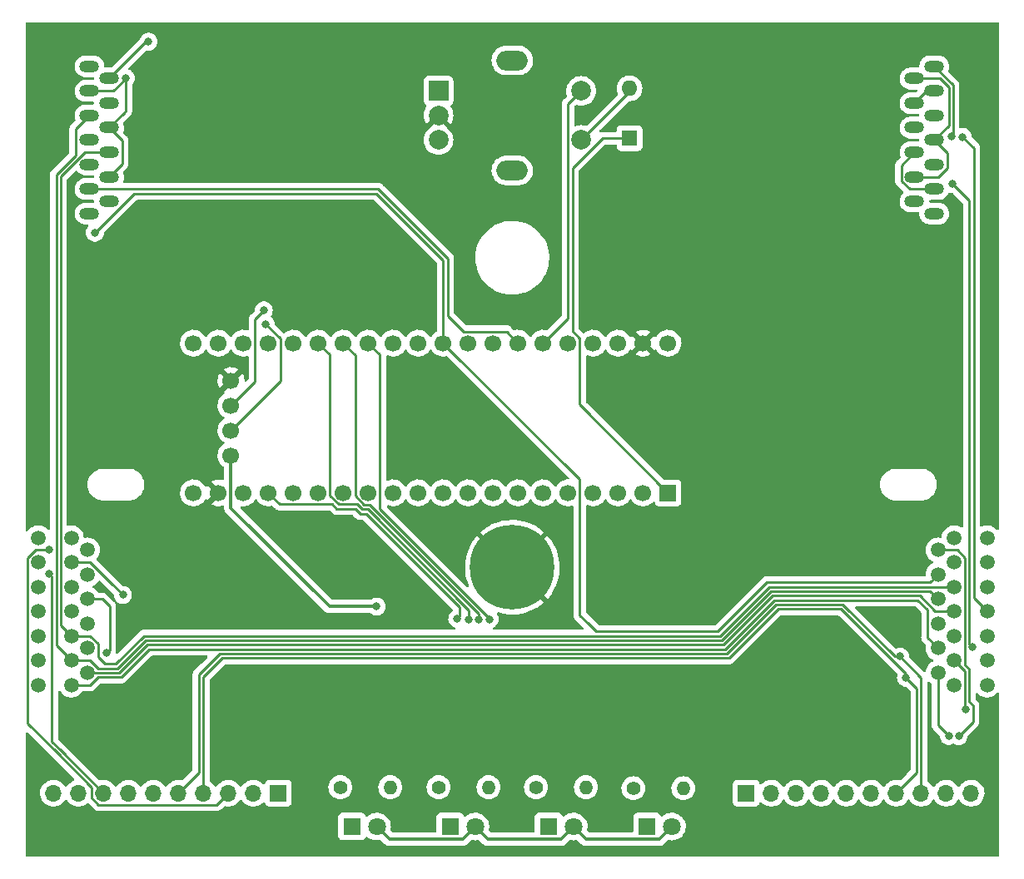
<source format=gbl>
G04 #@! TF.GenerationSoftware,KiCad,Pcbnew,(6.0.1-0)*
G04 #@! TF.CreationDate,2023-01-18T10:23:03-08:00*
G04 #@! TF.ProjectId,kicad_port,6b696361-645f-4706-9f72-742e6b696361,rev?*
G04 #@! TF.SameCoordinates,Original*
G04 #@! TF.FileFunction,Copper,L2,Bot*
G04 #@! TF.FilePolarity,Positive*
%FSLAX46Y46*%
G04 Gerber Fmt 4.6, Leading zero omitted, Abs format (unit mm)*
G04 Created by KiCad (PCBNEW (6.0.1-0)) date 2023-01-18 10:23:03*
%MOMM*%
%LPD*%
G01*
G04 APERTURE LIST*
G04 #@! TA.AperFunction,ComponentPad*
%ADD10R,1.800000X1.800000*%
G04 #@! TD*
G04 #@! TA.AperFunction,ComponentPad*
%ADD11C,1.800000*%
G04 #@! TD*
G04 #@! TA.AperFunction,ComponentPad*
%ADD12C,1.400000*%
G04 #@! TD*
G04 #@! TA.AperFunction,ComponentPad*
%ADD13O,1.400000X1.400000*%
G04 #@! TD*
G04 #@! TA.AperFunction,WasherPad*
%ADD14O,3.200000X2.000000*%
G04 #@! TD*
G04 #@! TA.AperFunction,ComponentPad*
%ADD15R,2.000000X2.000000*%
G04 #@! TD*
G04 #@! TA.AperFunction,ComponentPad*
%ADD16C,2.000000*%
G04 #@! TD*
G04 #@! TA.AperFunction,ComponentPad*
%ADD17R,1.600000X1.600000*%
G04 #@! TD*
G04 #@! TA.AperFunction,ComponentPad*
%ADD18O,1.600000X1.600000*%
G04 #@! TD*
G04 #@! TA.AperFunction,ComponentPad*
%ADD19C,8.600000*%
G04 #@! TD*
G04 #@! TA.AperFunction,ComponentPad*
%ADD20O,2.000000X1.200000*%
G04 #@! TD*
G04 #@! TA.AperFunction,ComponentPad*
%ADD21C,1.511200*%
G04 #@! TD*
G04 #@! TA.AperFunction,ComponentPad*
%ADD22R,1.700000X1.700000*%
G04 #@! TD*
G04 #@! TA.AperFunction,ComponentPad*
%ADD23O,1.700000X1.700000*%
G04 #@! TD*
G04 #@! TA.AperFunction,ComponentPad*
%ADD24C,1.700000*%
G04 #@! TD*
G04 #@! TA.AperFunction,ViaPad*
%ADD25C,0.800000*%
G04 #@! TD*
G04 #@! TA.AperFunction,Conductor*
%ADD26C,0.375000*%
G04 #@! TD*
G04 #@! TA.AperFunction,Conductor*
%ADD27C,0.250000*%
G04 #@! TD*
G04 APERTURE END LIST*
D10*
X133700000Y-132400000D03*
D11*
X136240000Y-132400000D03*
D10*
X143700000Y-132400000D03*
D11*
X146240000Y-132400000D03*
D10*
X153700000Y-132400000D03*
D11*
X156240000Y-132400000D03*
D10*
X163700000Y-132400000D03*
D11*
X166240000Y-132400000D03*
D12*
X132500000Y-128400000D03*
D13*
X137580000Y-128400000D03*
D12*
X142500000Y-128400000D03*
D13*
X147580000Y-128400000D03*
D12*
X152400000Y-128400000D03*
D13*
X157480000Y-128400000D03*
D12*
X162300000Y-128500000D03*
D13*
X167380000Y-128500000D03*
D14*
X150000000Y-54400000D03*
X150000000Y-65600000D03*
D15*
X142500000Y-57500000D03*
D16*
X142500000Y-62500000D03*
X142500000Y-60000000D03*
X157000000Y-62500000D03*
X157000000Y-57500000D03*
D17*
X161925000Y-62317500D03*
D18*
X161925000Y-57237500D03*
D19*
X150000000Y-106000000D03*
D20*
X192900000Y-55000000D03*
X190900000Y-56250000D03*
X192900000Y-57500000D03*
X190900000Y-58750000D03*
X192900000Y-60000000D03*
X190900000Y-61250000D03*
X192900000Y-62500000D03*
X190900000Y-63750000D03*
X192900000Y-65000000D03*
X190900000Y-66250000D03*
X192900000Y-67500000D03*
X190900000Y-68750000D03*
X192900000Y-70000000D03*
X107000000Y-70000000D03*
X109000000Y-68750000D03*
X107000000Y-67500000D03*
X109000000Y-66250000D03*
X107000000Y-65000000D03*
X109000000Y-63750000D03*
X107000000Y-62500000D03*
X109000000Y-61250000D03*
X107000000Y-60000000D03*
X109000000Y-58750000D03*
X107000000Y-57500000D03*
X109000000Y-56250000D03*
X107000000Y-55000000D03*
D21*
X194950000Y-103000000D03*
X198300000Y-103000000D03*
X193300000Y-104250000D03*
X198300000Y-105500000D03*
X194950000Y-105500000D03*
X193300000Y-106750000D03*
X198300000Y-108000000D03*
X194950000Y-108000000D03*
X193300000Y-109250000D03*
X198300000Y-110500000D03*
X194950000Y-110500000D03*
X193300000Y-111750000D03*
X194950000Y-113000000D03*
X198300000Y-113000000D03*
X193300000Y-114250000D03*
X198300000Y-115500000D03*
X194950000Y-115500000D03*
X193300000Y-116750000D03*
X198300000Y-118000000D03*
X194950000Y-118000000D03*
X101800000Y-118000000D03*
X105150000Y-118000000D03*
X106800000Y-116750000D03*
X101800000Y-115500000D03*
X105150000Y-115500000D03*
X106800000Y-114250000D03*
X105150000Y-113000000D03*
X101800000Y-113000000D03*
X106800000Y-111750000D03*
X105150000Y-110500000D03*
X101800000Y-110500000D03*
X106800000Y-109250000D03*
X105150000Y-108000000D03*
X101800000Y-108000000D03*
X106800000Y-106750000D03*
X105150000Y-105500000D03*
X101800000Y-105500000D03*
X106800000Y-104250000D03*
X105150000Y-103000000D03*
X101800000Y-103000000D03*
D22*
X173800000Y-129000000D03*
D23*
X176340000Y-129000000D03*
X178880000Y-129000000D03*
X181420000Y-129000000D03*
X183960000Y-129000000D03*
X186500000Y-129000000D03*
X189040000Y-129000000D03*
X191580000Y-129000000D03*
X194120000Y-129000000D03*
X196660000Y-129000000D03*
D22*
X126200000Y-129000000D03*
D23*
X123660000Y-129000000D03*
X121120000Y-129000000D03*
X118580000Y-129000000D03*
X116040000Y-129000000D03*
X113500000Y-129000000D03*
X110960000Y-129000000D03*
X108420000Y-129000000D03*
X105880000Y-129000000D03*
X103340000Y-129000000D03*
D22*
X165839000Y-98425000D03*
D24*
X163299000Y-98425000D03*
X160759000Y-98425000D03*
X158219000Y-98425000D03*
X155679000Y-98425000D03*
X153139000Y-98425000D03*
X150599000Y-98425000D03*
X148059000Y-98425000D03*
X145519000Y-98425000D03*
X142979000Y-98425000D03*
X140439000Y-98425000D03*
X137899000Y-98425000D03*
X135359000Y-98425000D03*
X132819000Y-98425000D03*
X130279000Y-98425000D03*
X127739000Y-98425000D03*
X125199000Y-98425000D03*
X122659000Y-98425000D03*
X120119000Y-98425000D03*
X117579000Y-98425000D03*
X117579000Y-83185000D03*
X120119000Y-83185000D03*
X122659000Y-83185000D03*
X125199000Y-83185000D03*
X127739000Y-83185000D03*
X130279000Y-83185000D03*
X132819000Y-83185000D03*
X135359000Y-83185000D03*
X137899000Y-83185000D03*
X140439000Y-83185000D03*
X142979000Y-83185000D03*
X145519000Y-83185000D03*
X148059000Y-83185000D03*
X150599000Y-83185000D03*
X153139000Y-83185000D03*
X155679000Y-83185000D03*
X158219000Y-83185000D03*
X160759000Y-83185000D03*
X163299000Y-83185000D03*
X165839000Y-83185000D03*
X121390000Y-86993000D03*
X121390000Y-89533000D03*
X121390000Y-92073000D03*
X121390000Y-94613000D03*
D25*
X136200000Y-110000000D03*
X110700000Y-56200000D03*
X194700000Y-62100000D03*
X194800000Y-67000000D03*
X196754611Y-114120369D03*
X195800000Y-62200000D03*
X113000000Y-52500000D03*
X189425980Y-115100000D03*
X107550000Y-71950000D03*
X194387701Y-123187701D03*
X196124500Y-120500000D03*
X195400000Y-123200000D03*
X102895869Y-104200000D03*
X110407383Y-108830443D03*
X102895869Y-106700000D03*
X108775500Y-114700091D03*
X190037701Y-117262299D03*
X113500000Y-117000000D03*
X121000000Y-103000000D03*
X154432000Y-110363000D03*
X113500000Y-124500000D03*
X144688000Y-91694000D03*
X112500000Y-77000000D03*
X164592000Y-107188000D03*
X140600000Y-118100000D03*
X186000000Y-58000000D03*
X129413000Y-109601000D03*
X138973000Y-86233000D03*
X187700000Y-110900000D03*
X144399000Y-111252000D03*
X145600497Y-111300000D03*
X146600000Y-111300000D03*
X147700000Y-111300000D03*
X124951512Y-81277195D03*
X124732060Y-79829083D03*
D26*
X146240000Y-132400000D02*
X147527011Y-133687011D01*
X147527011Y-133687011D02*
X154952989Y-133687011D01*
X131409000Y-110000000D02*
X136200000Y-110000000D01*
X157527011Y-133687011D02*
X164952989Y-133687011D01*
X154952989Y-133687011D02*
X156240000Y-132400000D01*
X144952989Y-133687011D02*
X146240000Y-132400000D01*
X136240000Y-132400000D02*
X137527011Y-133687011D01*
X121390000Y-99981000D02*
X131409000Y-110000000D01*
X121390000Y-94613000D02*
X121390000Y-99981000D01*
X164952989Y-133687011D02*
X166240000Y-132400000D01*
X156240000Y-132400000D02*
X157527011Y-133687011D01*
X137527011Y-133687011D02*
X144952989Y-133687011D01*
D27*
X189575480Y-65074520D02*
X189575480Y-66675480D01*
X109000000Y-61250000D02*
X110324520Y-62574520D01*
X107000000Y-57500000D02*
X109457468Y-57500000D01*
X189575480Y-66675480D02*
X190400000Y-67500000D01*
X110324520Y-62574520D02*
X110324520Y-64925480D01*
X194831661Y-56931661D02*
X192900000Y-55000000D01*
X190400000Y-67500000D02*
X192900000Y-67500000D01*
X109000000Y-61250000D02*
X110500000Y-59750000D01*
X109457468Y-57500000D02*
X110700000Y-56257468D01*
X194700000Y-62100000D02*
X194831661Y-61968339D01*
X190900000Y-63750000D02*
X189575480Y-65074520D01*
X194831661Y-61968339D02*
X194831661Y-56931661D01*
X110324520Y-64925480D02*
X109000000Y-66250000D01*
X110500000Y-59750000D02*
X110700000Y-59550000D01*
X110700000Y-56257468D02*
X110700000Y-56200000D01*
X110700000Y-59550000D02*
X110700000Y-56200000D01*
X194224520Y-65382948D02*
X194224520Y-63824520D01*
X107000000Y-67500000D02*
X133480000Y-67500000D01*
X136375718Y-67500000D02*
X133480000Y-67500000D01*
X190900000Y-66250000D02*
X193357468Y-66250000D01*
X193357468Y-66250000D02*
X194224520Y-65382948D01*
X194382141Y-61017859D02*
X194382141Y-57117859D01*
X145030489Y-82010489D02*
X143428520Y-80408520D01*
X194224520Y-63824520D02*
X192900000Y-62500000D01*
X143428520Y-74552802D02*
X136375718Y-67500000D01*
X194382141Y-57117859D02*
X193514282Y-56250000D01*
X193514282Y-56250000D02*
X190900000Y-56250000D01*
X192900000Y-62500000D02*
X194382141Y-61017859D01*
X149424489Y-82010489D02*
X145030489Y-82010489D01*
X143428520Y-80408520D02*
X143428520Y-74552802D01*
X150599000Y-83185000D02*
X149424489Y-82010489D01*
X196479631Y-113845389D02*
X196479631Y-68679631D01*
X155675489Y-58824511D02*
X155675489Y-80648511D01*
X192219889Y-113169889D02*
X192219889Y-110333116D01*
X171658595Y-114348559D02*
X113087159Y-114348559D01*
X193300000Y-114250000D02*
X192219889Y-113169889D01*
X196754611Y-114120369D02*
X196479631Y-113845389D01*
X196479631Y-68679631D02*
X194800000Y-67000000D01*
X192219889Y-110333116D02*
X191235333Y-109348560D01*
X155675489Y-80648511D02*
X153139000Y-83185000D01*
X157000000Y-57500000D02*
X155675489Y-58824511D01*
X176658594Y-109348560D02*
X171658595Y-114348559D01*
X107877989Y-117199520D02*
X107077509Y-118000000D01*
X107077509Y-118000000D02*
X105150000Y-118000000D01*
X113087159Y-114348559D02*
X110236197Y-117199520D01*
X110236197Y-117199520D02*
X107877989Y-117199520D01*
X191235333Y-109348560D02*
X176658594Y-109348560D01*
X198300000Y-110500000D02*
X196929151Y-109129151D01*
X176472396Y-108899040D02*
X191421531Y-108899040D01*
X171472394Y-113899040D02*
X176472396Y-108899040D01*
X196929151Y-109129151D02*
X196929151Y-63329151D01*
X191421531Y-108899040D02*
X193022491Y-110500000D01*
X112900960Y-113899040D02*
X171472394Y-113899040D01*
X196929151Y-63329151D02*
X195800000Y-62200000D01*
X193022491Y-110500000D02*
X194950000Y-110500000D01*
X110050000Y-116750000D02*
X112900960Y-113899040D01*
X106800000Y-116750000D02*
X110050000Y-116750000D01*
X109000000Y-56250000D02*
X112750000Y-52500000D01*
X112750000Y-52500000D02*
X113000000Y-52500000D01*
X118130480Y-116933803D02*
X120266204Y-114798079D01*
X191580000Y-118180000D02*
X191580000Y-129000000D01*
X118130480Y-126909520D02*
X118130480Y-116933803D01*
X183598080Y-109798080D02*
X188900000Y-115100000D01*
X191580000Y-117480000D02*
X191580000Y-117254020D01*
X120266204Y-114798079D02*
X171844792Y-114798079D01*
X188900000Y-115100000D02*
X189425980Y-115100000D01*
X191580000Y-118180000D02*
X191580000Y-117480000D01*
X116040000Y-129000000D02*
X118130480Y-126909520D01*
X192150000Y-57500000D02*
X190900000Y-58750000D01*
X176844793Y-109798080D02*
X183598080Y-109798080D01*
X192900000Y-57500000D02*
X192150000Y-57500000D01*
X171844792Y-114798079D02*
X176844793Y-109798080D01*
X191580000Y-117254020D02*
X189425980Y-115100000D01*
X111550480Y-67949520D02*
X136189520Y-67949520D01*
X142979000Y-74739000D02*
X136189520Y-67949520D01*
X170913802Y-112550480D02*
X175913802Y-107550480D01*
X107550000Y-71950000D02*
X111550480Y-67949520D01*
X192499520Y-107550480D02*
X193300000Y-106750000D01*
X175913802Y-107550480D02*
X192499520Y-107550480D01*
X158524480Y-112550480D02*
X170913802Y-112550480D01*
X156853511Y-97059511D02*
X156853511Y-110879511D01*
X157737000Y-111763000D02*
X158524480Y-112550480D01*
X142979000Y-83185000D02*
X142979000Y-74739000D01*
X142979000Y-83185000D02*
X156853511Y-97059511D01*
X156853511Y-110879511D02*
X157737000Y-111763000D01*
X103620369Y-113970369D02*
X105150000Y-115500000D01*
X112714762Y-113449520D02*
X109863802Y-116300480D01*
X109863802Y-116300480D02*
X107877989Y-116300480D01*
X105600000Y-61400000D02*
X105600000Y-64056814D01*
X107000000Y-60000000D02*
X105600000Y-61400000D01*
X192499520Y-108449520D02*
X176286198Y-108449520D01*
X103620369Y-66036446D02*
X103620369Y-113970369D01*
X176286198Y-108449520D02*
X171286197Y-113449520D01*
X105600000Y-64056814D02*
X103620369Y-66036446D01*
X193300000Y-109250000D02*
X192499520Y-108449520D01*
X107077509Y-115500000D02*
X105150000Y-115500000D01*
X107877989Y-116300480D02*
X107077509Y-115500000D01*
X171286197Y-113449520D02*
X112714762Y-113449520D01*
X107880111Y-115180111D02*
X108550960Y-115850960D01*
X109000000Y-63750000D02*
X106542532Y-63750000D01*
X107880111Y-113802602D02*
X107880111Y-115180111D01*
X104069889Y-111919889D02*
X105150000Y-113000000D01*
X176100000Y-108000000D02*
X194950000Y-108000000D01*
X112528564Y-113000000D02*
X171100000Y-113000000D01*
X171100000Y-113000000D02*
X176100000Y-108000000D01*
X107077509Y-113000000D02*
X107880111Y-113802602D01*
X109677604Y-115850960D02*
X112528564Y-113000000D01*
X105150000Y-113000000D02*
X107077509Y-113000000D01*
X104069889Y-66222643D02*
X104069889Y-111919889D01*
X106542532Y-63750000D02*
X104069889Y-66222643D01*
X108550960Y-115850960D02*
X109677604Y-115850960D01*
X193300000Y-122100000D02*
X194387701Y-123187701D01*
X193300000Y-116750000D02*
X193300000Y-122100000D01*
X196030111Y-120405611D02*
X196124500Y-120500000D01*
X194950000Y-115500000D02*
X196030111Y-116580111D01*
X196030111Y-116580111D02*
X196030111Y-120405611D01*
X195227509Y-104250000D02*
X193300000Y-104250000D01*
X196849011Y-121750989D02*
X196849011Y-120069380D01*
X196479631Y-116393914D02*
X196030111Y-115944394D01*
X195400000Y-123200000D02*
X196849011Y-121750989D01*
X196030111Y-115944394D02*
X196030111Y-105052602D01*
X196479631Y-119700000D02*
X196479631Y-116393914D01*
X196030111Y-105052602D02*
X195227509Y-104250000D01*
X196849011Y-120069380D02*
X196479631Y-119700000D01*
X156125009Y-65362991D02*
X156125009Y-81969999D01*
X156125009Y-81969999D02*
X156853511Y-82698501D01*
X161925000Y-62317500D02*
X159170500Y-62317500D01*
X156853511Y-82698501D02*
X156853511Y-89439511D01*
X156853511Y-89439511D02*
X165839000Y-98425000D01*
X159170500Y-62317500D02*
X156125009Y-65362991D01*
X103620369Y-124836086D02*
X107245489Y-128461206D01*
X107245489Y-129486499D02*
X107933501Y-130174511D01*
X107933501Y-130174511D02*
X119945489Y-130174511D01*
X101572491Y-104200000D02*
X102895869Y-104200000D01*
X100719889Y-121935606D02*
X100719889Y-105052602D01*
X119945489Y-130174511D02*
X121120000Y-129000000D01*
X100719889Y-105052602D02*
X101572491Y-104200000D01*
X107245489Y-128461206D02*
X107245489Y-129486499D01*
X103620369Y-124836086D02*
X100719889Y-121935606D01*
X105150000Y-105500000D02*
X107077509Y-105500000D01*
X107077509Y-105500000D02*
X109238755Y-107661245D01*
X109238755Y-107661245D02*
X110407383Y-108829873D01*
X110407383Y-108829873D02*
X110407383Y-108830443D01*
X104069889Y-124649889D02*
X103170849Y-123750849D01*
X103170849Y-123750849D02*
X103170849Y-107500000D01*
X103170849Y-106974980D02*
X102895869Y-106700000D01*
X103170849Y-107500000D02*
X103170849Y-106974980D01*
X104069889Y-124649889D02*
X108420000Y-129000000D01*
X109050480Y-114425111D02*
X109050480Y-110000000D01*
X109050480Y-110000000D02*
X108300480Y-109250000D01*
X108300480Y-109250000D02*
X106800000Y-109250000D01*
X108775500Y-114700091D02*
X109050480Y-114425111D01*
X191130480Y-118355078D02*
X190037701Y-117262299D01*
X190037701Y-116873419D02*
X183411882Y-110247600D01*
X183411882Y-110247600D02*
X177030990Y-110247600D01*
X172030989Y-115247599D02*
X120512401Y-115247599D01*
X191130480Y-126909520D02*
X190470000Y-127570000D01*
X120512401Y-115247599D02*
X118580000Y-117180000D01*
X191130480Y-126909520D02*
X191130480Y-118355078D01*
X190470000Y-127570000D02*
X189040000Y-129000000D01*
X118580000Y-117180000D02*
X118580000Y-129000000D01*
X177030990Y-110247600D02*
X172030989Y-115247599D01*
X190037701Y-117262299D02*
X190037701Y-116873419D01*
X134050587Y-100049032D02*
X134573439Y-100571884D01*
X144653000Y-110084768D02*
X144653000Y-110998000D01*
X135140116Y-100571884D02*
X144653000Y-110084768D01*
X134573439Y-100571884D02*
X135140116Y-100571884D01*
X132146303Y-100049031D02*
X134050587Y-100049032D01*
X125199000Y-98425000D02*
X126373511Y-99599511D01*
X144653000Y-110998000D02*
X144399000Y-111252000D01*
X131696783Y-99599511D02*
X132146303Y-100049031D01*
X126373511Y-99599511D02*
X131696783Y-99599511D01*
X145600497Y-110396547D02*
X145600497Y-111300000D01*
X131453511Y-98720521D02*
X132332501Y-99599511D01*
X130279000Y-83185000D02*
X131453511Y-84359511D01*
X132332501Y-99599511D02*
X134236784Y-99599511D01*
X135301475Y-100097525D02*
X145600497Y-110396547D01*
X131453511Y-84359511D02*
X131453511Y-98720521D01*
X134734797Y-100097525D02*
X135301475Y-100097525D01*
X134236784Y-99599511D02*
X134734797Y-100097525D01*
X146600000Y-111300000D02*
X146600000Y-110760332D01*
X132819000Y-83185000D02*
X134020000Y-84386000D01*
X146600000Y-110760332D02*
X135487673Y-99648005D01*
X134020000Y-84386000D02*
X134020000Y-98747010D01*
X135487673Y-99648005D02*
X134920995Y-99648005D01*
X134020000Y-98747010D02*
X134920995Y-99648005D01*
X147700000Y-111224615D02*
X147700000Y-111300000D01*
X136533511Y-84359511D02*
X136533511Y-100058127D01*
X136533511Y-100058127D02*
X147700000Y-111224615D01*
X135359000Y-83185000D02*
X136533511Y-84359511D01*
X126400000Y-82724990D02*
X126400000Y-87063000D01*
X124951512Y-81277195D02*
X124952205Y-81277195D01*
X124952205Y-81277195D02*
X126400000Y-82724990D01*
X126400000Y-87063000D02*
X121390000Y-92073000D01*
X123833511Y-87089489D02*
X121390000Y-89533000D01*
X123833511Y-80727632D02*
X123833511Y-87089489D01*
X124732060Y-79829083D02*
X123833511Y-80727632D01*
X157000000Y-62500000D02*
X161925000Y-57575000D01*
X161925000Y-57575000D02*
X161925000Y-57237500D01*
G04 #@! TA.AperFunction,Conductor*
G36*
X183165409Y-110901102D02*
G01*
X183186383Y-110918005D01*
X189137772Y-116869395D01*
X189171798Y-116931707D01*
X189168510Y-116997426D01*
X189144159Y-117072371D01*
X189143469Y-117078932D01*
X189143469Y-117078934D01*
X189124887Y-117255734D01*
X189124197Y-117262299D01*
X189124887Y-117268864D01*
X189143127Y-117442404D01*
X189144159Y-117452227D01*
X189203174Y-117633855D01*
X189298661Y-117799243D01*
X189303079Y-117804150D01*
X189303080Y-117804151D01*
X189331666Y-117835899D01*
X189426448Y-117941165D01*
X189580949Y-118053417D01*
X189586977Y-118056101D01*
X189586979Y-118056102D01*
X189749382Y-118128408D01*
X189755413Y-118131093D01*
X189848814Y-118150946D01*
X189935757Y-118169427D01*
X189935762Y-118169427D01*
X189942214Y-118170799D01*
X189998106Y-118170799D01*
X190066227Y-118190801D01*
X190087202Y-118207704D01*
X190460076Y-118580579D01*
X190494101Y-118642891D01*
X190496980Y-118669674D01*
X190496980Y-126594925D01*
X190476978Y-126663046D01*
X190460075Y-126684021D01*
X190078637Y-127065458D01*
X189497344Y-127646751D01*
X189435032Y-127680776D01*
X189386153Y-127681702D01*
X189173373Y-127643800D01*
X189173367Y-127643799D01*
X189168284Y-127642894D01*
X189094452Y-127641992D01*
X188950081Y-127640228D01*
X188950079Y-127640228D01*
X188944911Y-127640165D01*
X188724091Y-127673955D01*
X188511756Y-127743357D01*
X188481443Y-127759137D01*
X188337975Y-127833822D01*
X188313607Y-127846507D01*
X188309474Y-127849610D01*
X188309471Y-127849612D01*
X188139100Y-127977530D01*
X188134965Y-127980635D01*
X188095525Y-128021907D01*
X188023729Y-128097037D01*
X187980629Y-128142138D01*
X187873201Y-128299621D01*
X187818293Y-128344621D01*
X187747768Y-128352792D01*
X187684021Y-128321538D01*
X187663324Y-128297054D01*
X187582822Y-128172617D01*
X187582820Y-128172614D01*
X187580014Y-128168277D01*
X187429670Y-128003051D01*
X187425619Y-127999852D01*
X187425615Y-127999848D01*
X187258414Y-127867800D01*
X187258410Y-127867798D01*
X187254359Y-127864598D01*
X187249831Y-127862098D01*
X187198608Y-127833822D01*
X187058789Y-127756638D01*
X187053920Y-127754914D01*
X187053916Y-127754912D01*
X186853087Y-127683795D01*
X186853083Y-127683794D01*
X186848212Y-127682069D01*
X186843119Y-127681162D01*
X186843116Y-127681161D01*
X186633373Y-127643800D01*
X186633367Y-127643799D01*
X186628284Y-127642894D01*
X186554452Y-127641992D01*
X186410081Y-127640228D01*
X186410079Y-127640228D01*
X186404911Y-127640165D01*
X186184091Y-127673955D01*
X185971756Y-127743357D01*
X185941443Y-127759137D01*
X185797975Y-127833822D01*
X185773607Y-127846507D01*
X185769474Y-127849610D01*
X185769471Y-127849612D01*
X185599100Y-127977530D01*
X185594965Y-127980635D01*
X185555525Y-128021907D01*
X185483729Y-128097037D01*
X185440629Y-128142138D01*
X185333201Y-128299621D01*
X185278293Y-128344621D01*
X185207768Y-128352792D01*
X185144021Y-128321538D01*
X185123324Y-128297054D01*
X185042822Y-128172617D01*
X185042820Y-128172614D01*
X185040014Y-128168277D01*
X184889670Y-128003051D01*
X184885619Y-127999852D01*
X184885615Y-127999848D01*
X184718414Y-127867800D01*
X184718410Y-127867798D01*
X184714359Y-127864598D01*
X184709831Y-127862098D01*
X184658608Y-127833822D01*
X184518789Y-127756638D01*
X184513920Y-127754914D01*
X184513916Y-127754912D01*
X184313087Y-127683795D01*
X184313083Y-127683794D01*
X184308212Y-127682069D01*
X184303119Y-127681162D01*
X184303116Y-127681161D01*
X184093373Y-127643800D01*
X184093367Y-127643799D01*
X184088284Y-127642894D01*
X184014452Y-127641992D01*
X183870081Y-127640228D01*
X183870079Y-127640228D01*
X183864911Y-127640165D01*
X183644091Y-127673955D01*
X183431756Y-127743357D01*
X183401443Y-127759137D01*
X183257975Y-127833822D01*
X183233607Y-127846507D01*
X183229474Y-127849610D01*
X183229471Y-127849612D01*
X183059100Y-127977530D01*
X183054965Y-127980635D01*
X183015525Y-128021907D01*
X182943729Y-128097037D01*
X182900629Y-128142138D01*
X182793201Y-128299621D01*
X182738293Y-128344621D01*
X182667768Y-128352792D01*
X182604021Y-128321538D01*
X182583324Y-128297054D01*
X182502822Y-128172617D01*
X182502820Y-128172614D01*
X182500014Y-128168277D01*
X182349670Y-128003051D01*
X182345619Y-127999852D01*
X182345615Y-127999848D01*
X182178414Y-127867800D01*
X182178410Y-127867798D01*
X182174359Y-127864598D01*
X182169831Y-127862098D01*
X182118608Y-127833822D01*
X181978789Y-127756638D01*
X181973920Y-127754914D01*
X181973916Y-127754912D01*
X181773087Y-127683795D01*
X181773083Y-127683794D01*
X181768212Y-127682069D01*
X181763119Y-127681162D01*
X181763116Y-127681161D01*
X181553373Y-127643800D01*
X181553367Y-127643799D01*
X181548284Y-127642894D01*
X181474452Y-127641992D01*
X181330081Y-127640228D01*
X181330079Y-127640228D01*
X181324911Y-127640165D01*
X181104091Y-127673955D01*
X180891756Y-127743357D01*
X180861443Y-127759137D01*
X180717975Y-127833822D01*
X180693607Y-127846507D01*
X180689474Y-127849610D01*
X180689471Y-127849612D01*
X180519100Y-127977530D01*
X180514965Y-127980635D01*
X180475525Y-128021907D01*
X180403729Y-128097037D01*
X180360629Y-128142138D01*
X180253201Y-128299621D01*
X180198293Y-128344621D01*
X180127768Y-128352792D01*
X180064021Y-128321538D01*
X180043324Y-128297054D01*
X179962822Y-128172617D01*
X179962820Y-128172614D01*
X179960014Y-128168277D01*
X179809670Y-128003051D01*
X179805619Y-127999852D01*
X179805615Y-127999848D01*
X179638414Y-127867800D01*
X179638410Y-127867798D01*
X179634359Y-127864598D01*
X179629831Y-127862098D01*
X179578608Y-127833822D01*
X179438789Y-127756638D01*
X179433920Y-127754914D01*
X179433916Y-127754912D01*
X179233087Y-127683795D01*
X179233083Y-127683794D01*
X179228212Y-127682069D01*
X179223119Y-127681162D01*
X179223116Y-127681161D01*
X179013373Y-127643800D01*
X179013367Y-127643799D01*
X179008284Y-127642894D01*
X178934452Y-127641992D01*
X178790081Y-127640228D01*
X178790079Y-127640228D01*
X178784911Y-127640165D01*
X178564091Y-127673955D01*
X178351756Y-127743357D01*
X178321443Y-127759137D01*
X178177975Y-127833822D01*
X178153607Y-127846507D01*
X178149474Y-127849610D01*
X178149471Y-127849612D01*
X177979100Y-127977530D01*
X177974965Y-127980635D01*
X177935525Y-128021907D01*
X177863729Y-128097037D01*
X177820629Y-128142138D01*
X177713201Y-128299621D01*
X177658293Y-128344621D01*
X177587768Y-128352792D01*
X177524021Y-128321538D01*
X177503324Y-128297054D01*
X177422822Y-128172617D01*
X177422820Y-128172614D01*
X177420014Y-128168277D01*
X177269670Y-128003051D01*
X177265619Y-127999852D01*
X177265615Y-127999848D01*
X177098414Y-127867800D01*
X177098410Y-127867798D01*
X177094359Y-127864598D01*
X177089831Y-127862098D01*
X177038608Y-127833822D01*
X176898789Y-127756638D01*
X176893920Y-127754914D01*
X176893916Y-127754912D01*
X176693087Y-127683795D01*
X176693083Y-127683794D01*
X176688212Y-127682069D01*
X176683119Y-127681162D01*
X176683116Y-127681161D01*
X176473373Y-127643800D01*
X176473367Y-127643799D01*
X176468284Y-127642894D01*
X176394452Y-127641992D01*
X176250081Y-127640228D01*
X176250079Y-127640228D01*
X176244911Y-127640165D01*
X176024091Y-127673955D01*
X175811756Y-127743357D01*
X175781443Y-127759137D01*
X175637975Y-127833822D01*
X175613607Y-127846507D01*
X175609474Y-127849610D01*
X175609471Y-127849612D01*
X175439100Y-127977530D01*
X175434965Y-127980635D01*
X175378537Y-128039684D01*
X175354283Y-128065064D01*
X175292759Y-128100494D01*
X175221846Y-128097037D01*
X175164060Y-128055791D01*
X175145207Y-128022243D01*
X175103767Y-127911703D01*
X175100615Y-127903295D01*
X175013261Y-127786739D01*
X174896705Y-127699385D01*
X174760316Y-127648255D01*
X174698134Y-127641500D01*
X172901866Y-127641500D01*
X172839684Y-127648255D01*
X172703295Y-127699385D01*
X172586739Y-127786739D01*
X172499385Y-127903295D01*
X172448255Y-128039684D01*
X172441500Y-128101866D01*
X172441500Y-129898134D01*
X172448255Y-129960316D01*
X172499385Y-130096705D01*
X172586739Y-130213261D01*
X172703295Y-130300615D01*
X172839684Y-130351745D01*
X172901866Y-130358500D01*
X174698134Y-130358500D01*
X174760316Y-130351745D01*
X174896705Y-130300615D01*
X175013261Y-130213261D01*
X175100615Y-130096705D01*
X175123220Y-130036407D01*
X175144598Y-129979382D01*
X175187240Y-129922618D01*
X175253802Y-129897918D01*
X175323150Y-129913126D01*
X175357817Y-129941114D01*
X175386250Y-129973938D01*
X175558126Y-130116632D01*
X175751000Y-130229338D01*
X175959692Y-130309030D01*
X175964760Y-130310061D01*
X175964763Y-130310062D01*
X176072017Y-130331883D01*
X176178597Y-130353567D01*
X176183772Y-130353757D01*
X176183774Y-130353757D01*
X176396673Y-130361564D01*
X176396677Y-130361564D01*
X176401837Y-130361753D01*
X176406957Y-130361097D01*
X176406959Y-130361097D01*
X176618288Y-130334025D01*
X176618289Y-130334025D01*
X176623416Y-130333368D01*
X176628366Y-130331883D01*
X176832429Y-130270661D01*
X176832434Y-130270659D01*
X176837384Y-130269174D01*
X177037994Y-130170896D01*
X177219860Y-130041173D01*
X177378096Y-129883489D01*
X177437594Y-129800689D01*
X177508453Y-129702077D01*
X177509776Y-129703028D01*
X177556645Y-129659857D01*
X177626580Y-129647625D01*
X177692026Y-129675144D01*
X177719875Y-129706994D01*
X177779987Y-129805088D01*
X177926250Y-129973938D01*
X178098126Y-130116632D01*
X178291000Y-130229338D01*
X178499692Y-130309030D01*
X178504760Y-130310061D01*
X178504763Y-130310062D01*
X178612017Y-130331883D01*
X178718597Y-130353567D01*
X178723772Y-130353757D01*
X178723774Y-130353757D01*
X178936673Y-130361564D01*
X178936677Y-130361564D01*
X178941837Y-130361753D01*
X178946957Y-130361097D01*
X178946959Y-130361097D01*
X179158288Y-130334025D01*
X179158289Y-130334025D01*
X179163416Y-130333368D01*
X179168366Y-130331883D01*
X179372429Y-130270661D01*
X179372434Y-130270659D01*
X179377384Y-130269174D01*
X179577994Y-130170896D01*
X179759860Y-130041173D01*
X179918096Y-129883489D01*
X179977594Y-129800689D01*
X180048453Y-129702077D01*
X180049776Y-129703028D01*
X180096645Y-129659857D01*
X180166580Y-129647625D01*
X180232026Y-129675144D01*
X180259875Y-129706994D01*
X180319987Y-129805088D01*
X180466250Y-129973938D01*
X180638126Y-130116632D01*
X180831000Y-130229338D01*
X181039692Y-130309030D01*
X181044760Y-130310061D01*
X181044763Y-130310062D01*
X181152017Y-130331883D01*
X181258597Y-130353567D01*
X181263772Y-130353757D01*
X181263774Y-130353757D01*
X181476673Y-130361564D01*
X181476677Y-130361564D01*
X181481837Y-130361753D01*
X181486957Y-130361097D01*
X181486959Y-130361097D01*
X181698288Y-130334025D01*
X181698289Y-130334025D01*
X181703416Y-130333368D01*
X181708366Y-130331883D01*
X181912429Y-130270661D01*
X181912434Y-130270659D01*
X181917384Y-130269174D01*
X182117994Y-130170896D01*
X182299860Y-130041173D01*
X182458096Y-129883489D01*
X182517594Y-129800689D01*
X182588453Y-129702077D01*
X182589776Y-129703028D01*
X182636645Y-129659857D01*
X182706580Y-129647625D01*
X182772026Y-129675144D01*
X182799875Y-129706994D01*
X182859987Y-129805088D01*
X183006250Y-129973938D01*
X183178126Y-130116632D01*
X183371000Y-130229338D01*
X183579692Y-130309030D01*
X183584760Y-130310061D01*
X183584763Y-130310062D01*
X183692017Y-130331883D01*
X183798597Y-130353567D01*
X183803772Y-130353757D01*
X183803774Y-130353757D01*
X184016673Y-130361564D01*
X184016677Y-130361564D01*
X184021837Y-130361753D01*
X184026957Y-130361097D01*
X184026959Y-130361097D01*
X184238288Y-130334025D01*
X184238289Y-130334025D01*
X184243416Y-130333368D01*
X184248366Y-130331883D01*
X184452429Y-130270661D01*
X184452434Y-130270659D01*
X184457384Y-130269174D01*
X184657994Y-130170896D01*
X184839860Y-130041173D01*
X184998096Y-129883489D01*
X185057594Y-129800689D01*
X185128453Y-129702077D01*
X185129776Y-129703028D01*
X185176645Y-129659857D01*
X185246580Y-129647625D01*
X185312026Y-129675144D01*
X185339875Y-129706994D01*
X185399987Y-129805088D01*
X185546250Y-129973938D01*
X185718126Y-130116632D01*
X185911000Y-130229338D01*
X186119692Y-130309030D01*
X186124760Y-130310061D01*
X186124763Y-130310062D01*
X186232017Y-130331883D01*
X186338597Y-130353567D01*
X186343772Y-130353757D01*
X186343774Y-130353757D01*
X186556673Y-130361564D01*
X186556677Y-130361564D01*
X186561837Y-130361753D01*
X186566957Y-130361097D01*
X186566959Y-130361097D01*
X186778288Y-130334025D01*
X186778289Y-130334025D01*
X186783416Y-130333368D01*
X186788366Y-130331883D01*
X186992429Y-130270661D01*
X186992434Y-130270659D01*
X186997384Y-130269174D01*
X187197994Y-130170896D01*
X187379860Y-130041173D01*
X187538096Y-129883489D01*
X187597594Y-129800689D01*
X187668453Y-129702077D01*
X187669776Y-129703028D01*
X187716645Y-129659857D01*
X187786580Y-129647625D01*
X187852026Y-129675144D01*
X187879875Y-129706994D01*
X187939987Y-129805088D01*
X188086250Y-129973938D01*
X188258126Y-130116632D01*
X188451000Y-130229338D01*
X188659692Y-130309030D01*
X188664760Y-130310061D01*
X188664763Y-130310062D01*
X188772017Y-130331883D01*
X188878597Y-130353567D01*
X188883772Y-130353757D01*
X188883774Y-130353757D01*
X189096673Y-130361564D01*
X189096677Y-130361564D01*
X189101837Y-130361753D01*
X189106957Y-130361097D01*
X189106959Y-130361097D01*
X189318288Y-130334025D01*
X189318289Y-130334025D01*
X189323416Y-130333368D01*
X189328366Y-130331883D01*
X189532429Y-130270661D01*
X189532434Y-130270659D01*
X189537384Y-130269174D01*
X189737994Y-130170896D01*
X189919860Y-130041173D01*
X190078096Y-129883489D01*
X190137594Y-129800689D01*
X190208453Y-129702077D01*
X190209776Y-129703028D01*
X190256645Y-129659857D01*
X190326580Y-129647625D01*
X190392026Y-129675144D01*
X190419875Y-129706994D01*
X190479987Y-129805088D01*
X190626250Y-129973938D01*
X190798126Y-130116632D01*
X190991000Y-130229338D01*
X191199692Y-130309030D01*
X191204760Y-130310061D01*
X191204763Y-130310062D01*
X191312017Y-130331883D01*
X191418597Y-130353567D01*
X191423772Y-130353757D01*
X191423774Y-130353757D01*
X191636673Y-130361564D01*
X191636677Y-130361564D01*
X191641837Y-130361753D01*
X191646957Y-130361097D01*
X191646959Y-130361097D01*
X191858288Y-130334025D01*
X191858289Y-130334025D01*
X191863416Y-130333368D01*
X191868366Y-130331883D01*
X192072429Y-130270661D01*
X192072434Y-130270659D01*
X192077384Y-130269174D01*
X192277994Y-130170896D01*
X192459860Y-130041173D01*
X192618096Y-129883489D01*
X192677594Y-129800689D01*
X192748453Y-129702077D01*
X192749776Y-129703028D01*
X192796645Y-129659857D01*
X192866580Y-129647625D01*
X192932026Y-129675144D01*
X192959875Y-129706994D01*
X193019987Y-129805088D01*
X193166250Y-129973938D01*
X193338126Y-130116632D01*
X193531000Y-130229338D01*
X193739692Y-130309030D01*
X193744760Y-130310061D01*
X193744763Y-130310062D01*
X193852017Y-130331883D01*
X193958597Y-130353567D01*
X193963772Y-130353757D01*
X193963774Y-130353757D01*
X194176673Y-130361564D01*
X194176677Y-130361564D01*
X194181837Y-130361753D01*
X194186957Y-130361097D01*
X194186959Y-130361097D01*
X194398288Y-130334025D01*
X194398289Y-130334025D01*
X194403416Y-130333368D01*
X194408366Y-130331883D01*
X194612429Y-130270661D01*
X194612434Y-130270659D01*
X194617384Y-130269174D01*
X194817994Y-130170896D01*
X194999860Y-130041173D01*
X195158096Y-129883489D01*
X195217594Y-129800689D01*
X195288453Y-129702077D01*
X195289776Y-129703028D01*
X195336645Y-129659857D01*
X195406580Y-129647625D01*
X195472026Y-129675144D01*
X195499875Y-129706994D01*
X195559987Y-129805088D01*
X195706250Y-129973938D01*
X195878126Y-130116632D01*
X196071000Y-130229338D01*
X196279692Y-130309030D01*
X196284760Y-130310061D01*
X196284763Y-130310062D01*
X196392017Y-130331883D01*
X196498597Y-130353567D01*
X196503772Y-130353757D01*
X196503774Y-130353757D01*
X196716673Y-130361564D01*
X196716677Y-130361564D01*
X196721837Y-130361753D01*
X196726957Y-130361097D01*
X196726959Y-130361097D01*
X196938288Y-130334025D01*
X196938289Y-130334025D01*
X196943416Y-130333368D01*
X196948366Y-130331883D01*
X197152429Y-130270661D01*
X197152434Y-130270659D01*
X197157384Y-130269174D01*
X197357994Y-130170896D01*
X197539860Y-130041173D01*
X197698096Y-129883489D01*
X197757594Y-129800689D01*
X197825435Y-129706277D01*
X197828453Y-129702077D01*
X197849320Y-129659857D01*
X197925136Y-129506453D01*
X197925137Y-129506451D01*
X197927430Y-129501811D01*
X197992370Y-129288069D01*
X198021529Y-129066590D01*
X198023156Y-129000000D01*
X198004852Y-128777361D01*
X197950431Y-128560702D01*
X197861354Y-128355840D01*
X197740014Y-128168277D01*
X197589670Y-128003051D01*
X197585619Y-127999852D01*
X197585615Y-127999848D01*
X197418414Y-127867800D01*
X197418410Y-127867798D01*
X197414359Y-127864598D01*
X197409831Y-127862098D01*
X197358608Y-127833822D01*
X197218789Y-127756638D01*
X197213920Y-127754914D01*
X197213916Y-127754912D01*
X197013087Y-127683795D01*
X197013083Y-127683794D01*
X197008212Y-127682069D01*
X197003119Y-127681162D01*
X197003116Y-127681161D01*
X196793373Y-127643800D01*
X196793367Y-127643799D01*
X196788284Y-127642894D01*
X196714452Y-127641992D01*
X196570081Y-127640228D01*
X196570079Y-127640228D01*
X196564911Y-127640165D01*
X196344091Y-127673955D01*
X196131756Y-127743357D01*
X196101443Y-127759137D01*
X195957975Y-127833822D01*
X195933607Y-127846507D01*
X195929474Y-127849610D01*
X195929471Y-127849612D01*
X195759100Y-127977530D01*
X195754965Y-127980635D01*
X195715525Y-128021907D01*
X195643729Y-128097037D01*
X195600629Y-128142138D01*
X195493201Y-128299621D01*
X195438293Y-128344621D01*
X195367768Y-128352792D01*
X195304021Y-128321538D01*
X195283324Y-128297054D01*
X195202822Y-128172617D01*
X195202820Y-128172614D01*
X195200014Y-128168277D01*
X195049670Y-128003051D01*
X195045619Y-127999852D01*
X195045615Y-127999848D01*
X194878414Y-127867800D01*
X194878410Y-127867798D01*
X194874359Y-127864598D01*
X194869831Y-127862098D01*
X194818608Y-127833822D01*
X194678789Y-127756638D01*
X194673920Y-127754914D01*
X194673916Y-127754912D01*
X194473087Y-127683795D01*
X194473083Y-127683794D01*
X194468212Y-127682069D01*
X194463119Y-127681162D01*
X194463116Y-127681161D01*
X194253373Y-127643800D01*
X194253367Y-127643799D01*
X194248284Y-127642894D01*
X194174452Y-127641992D01*
X194030081Y-127640228D01*
X194030079Y-127640228D01*
X194024911Y-127640165D01*
X193804091Y-127673955D01*
X193591756Y-127743357D01*
X193561443Y-127759137D01*
X193417975Y-127833822D01*
X193393607Y-127846507D01*
X193389474Y-127849610D01*
X193389471Y-127849612D01*
X193219100Y-127977530D01*
X193214965Y-127980635D01*
X193175525Y-128021907D01*
X193103729Y-128097037D01*
X193060629Y-128142138D01*
X192953201Y-128299621D01*
X192898293Y-128344621D01*
X192827768Y-128352792D01*
X192764021Y-128321538D01*
X192743324Y-128297054D01*
X192662822Y-128172617D01*
X192662820Y-128172614D01*
X192660014Y-128168277D01*
X192509670Y-128003051D01*
X192505619Y-127999852D01*
X192505615Y-127999848D01*
X192338414Y-127867800D01*
X192338410Y-127867798D01*
X192334359Y-127864598D01*
X192329835Y-127862101D01*
X192329831Y-127862098D01*
X192278608Y-127833822D01*
X192228636Y-127783390D01*
X192213500Y-127723513D01*
X192213500Y-117755398D01*
X192233502Y-117687277D01*
X192287158Y-117640784D01*
X192357432Y-117630680D01*
X192422012Y-117660174D01*
X192428595Y-117666303D01*
X192484348Y-117722056D01*
X192488856Y-117725213D01*
X192488859Y-117725215D01*
X192612771Y-117811979D01*
X192657099Y-117867436D01*
X192666500Y-117915192D01*
X192666500Y-122021233D01*
X192665973Y-122032416D01*
X192664298Y-122039909D01*
X192664547Y-122047835D01*
X192664547Y-122047836D01*
X192666438Y-122107986D01*
X192666500Y-122111945D01*
X192666500Y-122139856D01*
X192666997Y-122143790D01*
X192666997Y-122143791D01*
X192667005Y-122143856D01*
X192667938Y-122155693D01*
X192669327Y-122199889D01*
X192674978Y-122219339D01*
X192678987Y-122238700D01*
X192681526Y-122258797D01*
X192684445Y-122266168D01*
X192684445Y-122266170D01*
X192697804Y-122299912D01*
X192701649Y-122311142D01*
X192707478Y-122331206D01*
X192713982Y-122353593D01*
X192718015Y-122360412D01*
X192718017Y-122360417D01*
X192724293Y-122371028D01*
X192732988Y-122388776D01*
X192740448Y-122407617D01*
X192745110Y-122414033D01*
X192745110Y-122414034D01*
X192766436Y-122443387D01*
X192772952Y-122453307D01*
X192795458Y-122491362D01*
X192809779Y-122505683D01*
X192822619Y-122520716D01*
X192834528Y-122537107D01*
X192840634Y-122542158D01*
X192868605Y-122565298D01*
X192877384Y-122573288D01*
X193440579Y-123136483D01*
X193474605Y-123198795D01*
X193476793Y-123212404D01*
X193494159Y-123377629D01*
X193553174Y-123559257D01*
X193648661Y-123724645D01*
X193653079Y-123729552D01*
X193653080Y-123729553D01*
X193659735Y-123736944D01*
X193776448Y-123866567D01*
X193798721Y-123882749D01*
X193890016Y-123949079D01*
X193930949Y-123978819D01*
X193936977Y-123981503D01*
X193936979Y-123981504D01*
X194099380Y-124053809D01*
X194105413Y-124056495D01*
X194169730Y-124070166D01*
X194285757Y-124094829D01*
X194285762Y-124094829D01*
X194292214Y-124096201D01*
X194483188Y-124096201D01*
X194489640Y-124094829D01*
X194489645Y-124094829D01*
X194605672Y-124070166D01*
X194669989Y-124056495D01*
X194676016Y-124053812D01*
X194676024Y-124053809D01*
X194830336Y-123985105D01*
X194900703Y-123975671D01*
X194941928Y-123990159D01*
X194943248Y-123991118D01*
X195117712Y-124068794D01*
X195211112Y-124088647D01*
X195298056Y-124107128D01*
X195298061Y-124107128D01*
X195304513Y-124108500D01*
X195495487Y-124108500D01*
X195501939Y-124107128D01*
X195501944Y-124107128D01*
X195588888Y-124088647D01*
X195682288Y-124068794D01*
X195706831Y-124057867D01*
X195850722Y-123993803D01*
X195850724Y-123993802D01*
X195856752Y-123991118D01*
X195869985Y-123981504D01*
X195914613Y-123949079D01*
X196011253Y-123878866D01*
X196139040Y-123736944D01*
X196234527Y-123571556D01*
X196293542Y-123389928D01*
X196295525Y-123371066D01*
X196310907Y-123224708D01*
X196337920Y-123159051D01*
X196347122Y-123148782D01*
X197241269Y-122254636D01*
X197249548Y-122247102D01*
X197256029Y-122242989D01*
X197302655Y-122193337D01*
X197305409Y-122190496D01*
X197325146Y-122170759D01*
X197327626Y-122167562D01*
X197335331Y-122158540D01*
X197349181Y-122143791D01*
X197365597Y-122126310D01*
X197369416Y-122119364D01*
X197369418Y-122119361D01*
X197375359Y-122108555D01*
X197386210Y-122092036D01*
X197393769Y-122082290D01*
X197398625Y-122076030D01*
X197401770Y-122068761D01*
X197401773Y-122068757D01*
X197416185Y-122035452D01*
X197421402Y-122024802D01*
X197442706Y-121986049D01*
X197447744Y-121966426D01*
X197454148Y-121947723D01*
X197459044Y-121936409D01*
X197459044Y-121936408D01*
X197462192Y-121929134D01*
X197463431Y-121921311D01*
X197463434Y-121921301D01*
X197469110Y-121885465D01*
X197471516Y-121873845D01*
X197480539Y-121838700D01*
X197480539Y-121838699D01*
X197482511Y-121831019D01*
X197482511Y-121810765D01*
X197484062Y-121791054D01*
X197485991Y-121778875D01*
X197487231Y-121771046D01*
X197483070Y-121727027D01*
X197482511Y-121715170D01*
X197482511Y-120148147D01*
X197483038Y-120136964D01*
X197484713Y-120129471D01*
X197482573Y-120061394D01*
X197482511Y-120057435D01*
X197482511Y-120029524D01*
X197482006Y-120025524D01*
X197481073Y-120013681D01*
X197479933Y-119977409D01*
X197479684Y-119969490D01*
X197474033Y-119950038D01*
X197470025Y-119930686D01*
X197468478Y-119918443D01*
X197467485Y-119910583D01*
X197464567Y-119903212D01*
X197451211Y-119869477D01*
X197447366Y-119858250D01*
X197446732Y-119856067D01*
X197435029Y-119815787D01*
X197430995Y-119808965D01*
X197430992Y-119808959D01*
X197424717Y-119798348D01*
X197416021Y-119780598D01*
X197411483Y-119769136D01*
X197411480Y-119769131D01*
X197408563Y-119761763D01*
X197382584Y-119726005D01*
X197376068Y-119716087D01*
X197357586Y-119684837D01*
X197353553Y-119678017D01*
X197339229Y-119663693D01*
X197326387Y-119648658D01*
X197314483Y-119632273D01*
X197280417Y-119604091D01*
X197271638Y-119596102D01*
X197150036Y-119474500D01*
X197116010Y-119412188D01*
X197113131Y-119385405D01*
X197113131Y-118905029D01*
X197133133Y-118836908D01*
X197186789Y-118790415D01*
X197257063Y-118780311D01*
X197321643Y-118809805D01*
X197328226Y-118815934D01*
X197484348Y-118972056D01*
X197488856Y-118975213D01*
X197488859Y-118975215D01*
X197531375Y-119004985D01*
X197665535Y-119098925D01*
X197719039Y-119123874D01*
X197861018Y-119190080D01*
X197861024Y-119190082D01*
X197866001Y-119192403D01*
X197871309Y-119193825D01*
X197871311Y-119193826D01*
X198074338Y-119248227D01*
X198074340Y-119248227D01*
X198079653Y-119249651D01*
X198300000Y-119268929D01*
X198520347Y-119249651D01*
X198525660Y-119248227D01*
X198525662Y-119248227D01*
X198728689Y-119193826D01*
X198728691Y-119193825D01*
X198733999Y-119192403D01*
X198738976Y-119190082D01*
X198738982Y-119190080D01*
X198880961Y-119123874D01*
X198934465Y-119098925D01*
X199068625Y-119004985D01*
X199111141Y-118975215D01*
X199111144Y-118975213D01*
X199115652Y-118972056D01*
X199272056Y-118815652D01*
X199272421Y-118816017D01*
X199328596Y-118778649D01*
X199399584Y-118777527D01*
X199459909Y-118814963D01*
X199490419Y-118879069D01*
X199492000Y-118898969D01*
X199492000Y-135366000D01*
X199471998Y-135434121D01*
X199418342Y-135480614D01*
X199366000Y-135492000D01*
X100634000Y-135492000D01*
X100565879Y-135471998D01*
X100519386Y-135418342D01*
X100508000Y-135366000D01*
X100508000Y-133348134D01*
X132291500Y-133348134D01*
X132298255Y-133410316D01*
X132349385Y-133546705D01*
X132436739Y-133663261D01*
X132553295Y-133750615D01*
X132689684Y-133801745D01*
X132751866Y-133808500D01*
X134648134Y-133808500D01*
X134710316Y-133801745D01*
X134846705Y-133750615D01*
X134963261Y-133663261D01*
X135050615Y-133546705D01*
X135075180Y-133481178D01*
X135117822Y-133424414D01*
X135184383Y-133399714D01*
X135253732Y-133414921D01*
X135273647Y-133428464D01*
X135338724Y-133482492D01*
X135429349Y-133557730D01*
X135629322Y-133674584D01*
X135845694Y-133757209D01*
X135850760Y-133758240D01*
X135850761Y-133758240D01*
X135851405Y-133758371D01*
X136072656Y-133803385D01*
X136202089Y-133808131D01*
X136298949Y-133811683D01*
X136298953Y-133811683D01*
X136304113Y-133811872D01*
X136309233Y-133811216D01*
X136309235Y-133811216D01*
X136383166Y-133801745D01*
X136533847Y-133782442D01*
X136541990Y-133779999D01*
X136543337Y-133779991D01*
X136543854Y-133779881D01*
X136543877Y-133779988D01*
X136612983Y-133779579D01*
X136667295Y-133811588D01*
X137014721Y-134159014D01*
X137020574Y-134165279D01*
X137057876Y-134208039D01*
X137070945Y-134217224D01*
X137109180Y-134244096D01*
X137114475Y-134248029D01*
X137163816Y-134286717D01*
X137170745Y-134289846D01*
X137174043Y-134291843D01*
X137186084Y-134298711D01*
X137189483Y-134300534D01*
X137195700Y-134304903D01*
X137202775Y-134307662D01*
X137202778Y-134307663D01*
X137254109Y-134327676D01*
X137260189Y-134330232D01*
X137310421Y-134352912D01*
X137317349Y-134356040D01*
X137324824Y-134357425D01*
X137328515Y-134358582D01*
X137341837Y-134362378D01*
X137345582Y-134363339D01*
X137352652Y-134366096D01*
X137360179Y-134367087D01*
X137414817Y-134374281D01*
X137421330Y-134375313D01*
X137475520Y-134385356D01*
X137475521Y-134385356D01*
X137482988Y-134386740D01*
X137490568Y-134386303D01*
X137490569Y-134386303D01*
X137544031Y-134383220D01*
X137551285Y-134383011D01*
X144924508Y-134383011D01*
X144933078Y-134383303D01*
X144982107Y-134386646D01*
X144982111Y-134386646D01*
X144989683Y-134387162D01*
X144997160Y-134385857D01*
X144997161Y-134385857D01*
X145024608Y-134381066D01*
X145051465Y-134376379D01*
X145057982Y-134375418D01*
X145071891Y-134373734D01*
X145112686Y-134368798D01*
X145112689Y-134368797D01*
X145120228Y-134367885D01*
X145127335Y-134365200D01*
X145131058Y-134364285D01*
X145144473Y-134360616D01*
X145148157Y-134359504D01*
X145155632Y-134358199D01*
X145162582Y-134355148D01*
X145162586Y-134355147D01*
X145213042Y-134332998D01*
X145219138Y-134330510D01*
X145245790Y-134320439D01*
X145270709Y-134311023D01*
X145270711Y-134311022D01*
X145277811Y-134308339D01*
X145284067Y-134304040D01*
X145287467Y-134302262D01*
X145299585Y-134295517D01*
X145302925Y-134293542D01*
X145309884Y-134290487D01*
X145320910Y-134282027D01*
X145359626Y-134252319D01*
X145364953Y-134248448D01*
X145416643Y-134212923D01*
X145457338Y-134167248D01*
X145462301Y-134161992D01*
X145815595Y-133808698D01*
X145877907Y-133774672D01*
X145929808Y-133774322D01*
X146072656Y-133803385D01*
X146077832Y-133803575D01*
X146077834Y-133803575D01*
X146298949Y-133811683D01*
X146298953Y-133811683D01*
X146304113Y-133811872D01*
X146309233Y-133811216D01*
X146309235Y-133811216D01*
X146383166Y-133801745D01*
X146533847Y-133782442D01*
X146541990Y-133779999D01*
X146543337Y-133779991D01*
X146543854Y-133779881D01*
X146543877Y-133779988D01*
X146612983Y-133779579D01*
X146667295Y-133811588D01*
X147014721Y-134159014D01*
X147020574Y-134165279D01*
X147057876Y-134208039D01*
X147070945Y-134217224D01*
X147109180Y-134244096D01*
X147114475Y-134248029D01*
X147163816Y-134286717D01*
X147170745Y-134289846D01*
X147174043Y-134291843D01*
X147186084Y-134298711D01*
X147189483Y-134300534D01*
X147195700Y-134304903D01*
X147202775Y-134307662D01*
X147202778Y-134307663D01*
X147254109Y-134327676D01*
X147260189Y-134330232D01*
X147310421Y-134352912D01*
X147317349Y-134356040D01*
X147324824Y-134357425D01*
X147328515Y-134358582D01*
X147341837Y-134362378D01*
X147345582Y-134363339D01*
X147352652Y-134366096D01*
X147360179Y-134367087D01*
X147414817Y-134374281D01*
X147421330Y-134375313D01*
X147475520Y-134385356D01*
X147475521Y-134385356D01*
X147482988Y-134386740D01*
X147490568Y-134386303D01*
X147490569Y-134386303D01*
X147544031Y-134383220D01*
X147551285Y-134383011D01*
X154924508Y-134383011D01*
X154933078Y-134383303D01*
X154982107Y-134386646D01*
X154982111Y-134386646D01*
X154989683Y-134387162D01*
X154997160Y-134385857D01*
X154997161Y-134385857D01*
X155024608Y-134381066D01*
X155051465Y-134376379D01*
X155057982Y-134375418D01*
X155071891Y-134373734D01*
X155112686Y-134368798D01*
X155112689Y-134368797D01*
X155120228Y-134367885D01*
X155127335Y-134365200D01*
X155131058Y-134364285D01*
X155144473Y-134360616D01*
X155148157Y-134359504D01*
X155155632Y-134358199D01*
X155162582Y-134355148D01*
X155162586Y-134355147D01*
X155213042Y-134332998D01*
X155219138Y-134330510D01*
X155245790Y-134320439D01*
X155270709Y-134311023D01*
X155270711Y-134311022D01*
X155277811Y-134308339D01*
X155284067Y-134304040D01*
X155287467Y-134302262D01*
X155299585Y-134295517D01*
X155302925Y-134293542D01*
X155309884Y-134290487D01*
X155320910Y-134282027D01*
X155359626Y-134252319D01*
X155364953Y-134248448D01*
X155416643Y-134212923D01*
X155457338Y-134167248D01*
X155462301Y-134161992D01*
X155815595Y-133808698D01*
X155877907Y-133774672D01*
X155929808Y-133774322D01*
X156072656Y-133803385D01*
X156077832Y-133803575D01*
X156077834Y-133803575D01*
X156298949Y-133811683D01*
X156298953Y-133811683D01*
X156304113Y-133811872D01*
X156309233Y-133811216D01*
X156309235Y-133811216D01*
X156383166Y-133801745D01*
X156533847Y-133782442D01*
X156541990Y-133779999D01*
X156543337Y-133779991D01*
X156543854Y-133779881D01*
X156543877Y-133779988D01*
X156612983Y-133779579D01*
X156667295Y-133811588D01*
X157014721Y-134159014D01*
X157020574Y-134165279D01*
X157057876Y-134208039D01*
X157070945Y-134217224D01*
X157109180Y-134244096D01*
X157114475Y-134248029D01*
X157163816Y-134286717D01*
X157170745Y-134289846D01*
X157174043Y-134291843D01*
X157186084Y-134298711D01*
X157189483Y-134300534D01*
X157195700Y-134304903D01*
X157202775Y-134307662D01*
X157202778Y-134307663D01*
X157254109Y-134327676D01*
X157260189Y-134330232D01*
X157310421Y-134352912D01*
X157317349Y-134356040D01*
X157324824Y-134357425D01*
X157328515Y-134358582D01*
X157341837Y-134362378D01*
X157345582Y-134363339D01*
X157352652Y-134366096D01*
X157360179Y-134367087D01*
X157414817Y-134374281D01*
X157421330Y-134375313D01*
X157475520Y-134385356D01*
X157475521Y-134385356D01*
X157482988Y-134386740D01*
X157490568Y-134386303D01*
X157490569Y-134386303D01*
X157544031Y-134383220D01*
X157551285Y-134383011D01*
X164924508Y-134383011D01*
X164933078Y-134383303D01*
X164982107Y-134386646D01*
X164982111Y-134386646D01*
X164989683Y-134387162D01*
X164997160Y-134385857D01*
X164997161Y-134385857D01*
X165024608Y-134381066D01*
X165051465Y-134376379D01*
X165057982Y-134375418D01*
X165071891Y-134373734D01*
X165112686Y-134368798D01*
X165112689Y-134368797D01*
X165120228Y-134367885D01*
X165127335Y-134365200D01*
X165131058Y-134364285D01*
X165144473Y-134360616D01*
X165148157Y-134359504D01*
X165155632Y-134358199D01*
X165162582Y-134355148D01*
X165162586Y-134355147D01*
X165213042Y-134332998D01*
X165219138Y-134330510D01*
X165245790Y-134320439D01*
X165270709Y-134311023D01*
X165270711Y-134311022D01*
X165277811Y-134308339D01*
X165284067Y-134304040D01*
X165287467Y-134302262D01*
X165299585Y-134295517D01*
X165302925Y-134293542D01*
X165309884Y-134290487D01*
X165320910Y-134282027D01*
X165359626Y-134252319D01*
X165364953Y-134248448D01*
X165416643Y-134212923D01*
X165457338Y-134167248D01*
X165462301Y-134161992D01*
X165815595Y-133808698D01*
X165877907Y-133774672D01*
X165929808Y-133774322D01*
X166072656Y-133803385D01*
X166077832Y-133803575D01*
X166077834Y-133803575D01*
X166298949Y-133811683D01*
X166298953Y-133811683D01*
X166304113Y-133811872D01*
X166309233Y-133811216D01*
X166309235Y-133811216D01*
X166383166Y-133801745D01*
X166533847Y-133782442D01*
X166538795Y-133780957D01*
X166538802Y-133780956D01*
X166750747Y-133717369D01*
X166755690Y-133715886D01*
X166836236Y-133676427D01*
X166959049Y-133616262D01*
X166959052Y-133616260D01*
X166963684Y-133613991D01*
X167152243Y-133479494D01*
X167316303Y-133316005D01*
X167451458Y-133127917D01*
X167529007Y-132971009D01*
X167551784Y-132924922D01*
X167551785Y-132924920D01*
X167554078Y-132920280D01*
X167621408Y-132698671D01*
X167651640Y-132469041D01*
X167653327Y-132400000D01*
X167647032Y-132323434D01*
X167634773Y-132174318D01*
X167634772Y-132174312D01*
X167634349Y-132169167D01*
X167577925Y-131944533D01*
X167485570Y-131732131D01*
X167359764Y-131537665D01*
X167203887Y-131366358D01*
X167199836Y-131363159D01*
X167199832Y-131363155D01*
X167026177Y-131226011D01*
X167026172Y-131226008D01*
X167022123Y-131222810D01*
X167017607Y-131220317D01*
X167017604Y-131220315D01*
X166823879Y-131113373D01*
X166823875Y-131113371D01*
X166819355Y-131110876D01*
X166814486Y-131109152D01*
X166814482Y-131109150D01*
X166605903Y-131035288D01*
X166605899Y-131035287D01*
X166601028Y-131033562D01*
X166595935Y-131032655D01*
X166595932Y-131032654D01*
X166378095Y-130993851D01*
X166378089Y-130993850D01*
X166373006Y-130992945D01*
X166300096Y-130992054D01*
X166146581Y-130990179D01*
X166146579Y-130990179D01*
X166141411Y-130990116D01*
X165912464Y-131025150D01*
X165692314Y-131097106D01*
X165687726Y-131099494D01*
X165687722Y-131099496D01*
X165491461Y-131201663D01*
X165486872Y-131204052D01*
X165482739Y-131207155D01*
X165482736Y-131207157D01*
X165410088Y-131261703D01*
X165301655Y-131343117D01*
X165284170Y-131361414D01*
X165222646Y-131396844D01*
X165151733Y-131393387D01*
X165093947Y-131352141D01*
X165075094Y-131318592D01*
X165053768Y-131261705D01*
X165053767Y-131261703D01*
X165050615Y-131253295D01*
X164963261Y-131136739D01*
X164846705Y-131049385D01*
X164710316Y-130998255D01*
X164648134Y-130991500D01*
X162751866Y-130991500D01*
X162689684Y-130998255D01*
X162553295Y-131049385D01*
X162436739Y-131136739D01*
X162349385Y-131253295D01*
X162298255Y-131389684D01*
X162291500Y-131451866D01*
X162291500Y-132865011D01*
X162271498Y-132933132D01*
X162217842Y-132979625D01*
X162165500Y-132991011D01*
X157867494Y-132991011D01*
X157799373Y-132971009D01*
X157778399Y-132954106D01*
X157651896Y-132827603D01*
X157617870Y-132765291D01*
X157620149Y-132708959D01*
X157618812Y-132708670D01*
X157619903Y-132703626D01*
X157621408Y-132698671D01*
X157651640Y-132469041D01*
X157653327Y-132400000D01*
X157647032Y-132323434D01*
X157634773Y-132174318D01*
X157634772Y-132174312D01*
X157634349Y-132169167D01*
X157577925Y-131944533D01*
X157485570Y-131732131D01*
X157359764Y-131537665D01*
X157203887Y-131366358D01*
X157199836Y-131363159D01*
X157199832Y-131363155D01*
X157026177Y-131226011D01*
X157026172Y-131226008D01*
X157022123Y-131222810D01*
X157017607Y-131220317D01*
X157017604Y-131220315D01*
X156823879Y-131113373D01*
X156823875Y-131113371D01*
X156819355Y-131110876D01*
X156814486Y-131109152D01*
X156814482Y-131109150D01*
X156605903Y-131035288D01*
X156605899Y-131035287D01*
X156601028Y-131033562D01*
X156595935Y-131032655D01*
X156595932Y-131032654D01*
X156378095Y-130993851D01*
X156378089Y-130993850D01*
X156373006Y-130992945D01*
X156300096Y-130992054D01*
X156146581Y-130990179D01*
X156146579Y-130990179D01*
X156141411Y-130990116D01*
X155912464Y-131025150D01*
X155692314Y-131097106D01*
X155687726Y-131099494D01*
X155687722Y-131099496D01*
X155491461Y-131201663D01*
X155486872Y-131204052D01*
X155482739Y-131207155D01*
X155482736Y-131207157D01*
X155410088Y-131261703D01*
X155301655Y-131343117D01*
X155284170Y-131361414D01*
X155222646Y-131396844D01*
X155151733Y-131393387D01*
X155093947Y-131352141D01*
X155075094Y-131318592D01*
X155053768Y-131261705D01*
X155053767Y-131261703D01*
X155050615Y-131253295D01*
X154963261Y-131136739D01*
X154846705Y-131049385D01*
X154710316Y-130998255D01*
X154648134Y-130991500D01*
X152751866Y-130991500D01*
X152689684Y-130998255D01*
X152553295Y-131049385D01*
X152436739Y-131136739D01*
X152349385Y-131253295D01*
X152298255Y-131389684D01*
X152291500Y-131451866D01*
X152291500Y-132865011D01*
X152271498Y-132933132D01*
X152217842Y-132979625D01*
X152165500Y-132991011D01*
X147867494Y-132991011D01*
X147799373Y-132971009D01*
X147778399Y-132954106D01*
X147651896Y-132827603D01*
X147617870Y-132765291D01*
X147620149Y-132708959D01*
X147618812Y-132708670D01*
X147619903Y-132703626D01*
X147621408Y-132698671D01*
X147651640Y-132469041D01*
X147653327Y-132400000D01*
X147647032Y-132323434D01*
X147634773Y-132174318D01*
X147634772Y-132174312D01*
X147634349Y-132169167D01*
X147577925Y-131944533D01*
X147485570Y-131732131D01*
X147359764Y-131537665D01*
X147203887Y-131366358D01*
X147199836Y-131363159D01*
X147199832Y-131363155D01*
X147026177Y-131226011D01*
X147026172Y-131226008D01*
X147022123Y-131222810D01*
X147017607Y-131220317D01*
X147017604Y-131220315D01*
X146823879Y-131113373D01*
X146823875Y-131113371D01*
X146819355Y-131110876D01*
X146814486Y-131109152D01*
X146814482Y-131109150D01*
X146605903Y-131035288D01*
X146605899Y-131035287D01*
X146601028Y-131033562D01*
X146595935Y-131032655D01*
X146595932Y-131032654D01*
X146378095Y-130993851D01*
X146378089Y-130993850D01*
X146373006Y-130992945D01*
X146300096Y-130992054D01*
X146146581Y-130990179D01*
X146146579Y-130990179D01*
X146141411Y-130990116D01*
X145912464Y-131025150D01*
X145692314Y-131097106D01*
X145687726Y-131099494D01*
X145687722Y-131099496D01*
X145491461Y-131201663D01*
X145486872Y-131204052D01*
X145482739Y-131207155D01*
X145482736Y-131207157D01*
X145410088Y-131261703D01*
X145301655Y-131343117D01*
X145284170Y-131361414D01*
X145222646Y-131396844D01*
X145151733Y-131393387D01*
X145093947Y-131352141D01*
X145075094Y-131318592D01*
X145053768Y-131261705D01*
X145053767Y-131261703D01*
X145050615Y-131253295D01*
X144963261Y-131136739D01*
X144846705Y-131049385D01*
X144710316Y-130998255D01*
X144648134Y-130991500D01*
X142751866Y-130991500D01*
X142689684Y-130998255D01*
X142553295Y-131049385D01*
X142436739Y-131136739D01*
X142349385Y-131253295D01*
X142298255Y-131389684D01*
X142291500Y-131451866D01*
X142291500Y-132865011D01*
X142271498Y-132933132D01*
X142217842Y-132979625D01*
X142165500Y-132991011D01*
X137867494Y-132991011D01*
X137799373Y-132971009D01*
X137778399Y-132954106D01*
X137651896Y-132827603D01*
X137617870Y-132765291D01*
X137620149Y-132708959D01*
X137618812Y-132708670D01*
X137619903Y-132703626D01*
X137621408Y-132698671D01*
X137651640Y-132469041D01*
X137653327Y-132400000D01*
X137647032Y-132323434D01*
X137634773Y-132174318D01*
X137634772Y-132174312D01*
X137634349Y-132169167D01*
X137577925Y-131944533D01*
X137485570Y-131732131D01*
X137359764Y-131537665D01*
X137203887Y-131366358D01*
X137199836Y-131363159D01*
X137199832Y-131363155D01*
X137026177Y-131226011D01*
X137026172Y-131226008D01*
X137022123Y-131222810D01*
X137017607Y-131220317D01*
X137017604Y-131220315D01*
X136823879Y-131113373D01*
X136823875Y-131113371D01*
X136819355Y-131110876D01*
X136814486Y-131109152D01*
X136814482Y-131109150D01*
X136605903Y-131035288D01*
X136605899Y-131035287D01*
X136601028Y-131033562D01*
X136595935Y-131032655D01*
X136595932Y-131032654D01*
X136378095Y-130993851D01*
X136378089Y-130993850D01*
X136373006Y-130992945D01*
X136300096Y-130992054D01*
X136146581Y-130990179D01*
X136146579Y-130990179D01*
X136141411Y-130990116D01*
X135912464Y-131025150D01*
X135692314Y-131097106D01*
X135687726Y-131099494D01*
X135687722Y-131099496D01*
X135491461Y-131201663D01*
X135486872Y-131204052D01*
X135482739Y-131207155D01*
X135482736Y-131207157D01*
X135410088Y-131261703D01*
X135301655Y-131343117D01*
X135284170Y-131361414D01*
X135222646Y-131396844D01*
X135151733Y-131393387D01*
X135093947Y-131352141D01*
X135075094Y-131318592D01*
X135053768Y-131261705D01*
X135053767Y-131261703D01*
X135050615Y-131253295D01*
X134963261Y-131136739D01*
X134846705Y-131049385D01*
X134710316Y-130998255D01*
X134648134Y-130991500D01*
X132751866Y-130991500D01*
X132689684Y-130998255D01*
X132553295Y-131049385D01*
X132436739Y-131136739D01*
X132349385Y-131253295D01*
X132298255Y-131389684D01*
X132291500Y-131451866D01*
X132291500Y-133348134D01*
X100508000Y-133348134D01*
X100508000Y-122923811D01*
X100528002Y-122855690D01*
X100581658Y-122809197D01*
X100651932Y-122799093D01*
X100716512Y-122828587D01*
X100723095Y-122834716D01*
X103115827Y-125227448D01*
X105417660Y-127529282D01*
X105451686Y-127591594D01*
X105446621Y-127662409D01*
X105404074Y-127719245D01*
X105367713Y-127738141D01*
X105358957Y-127741003D01*
X105351756Y-127743357D01*
X105321443Y-127759137D01*
X105177975Y-127833822D01*
X105153607Y-127846507D01*
X105149474Y-127849610D01*
X105149471Y-127849612D01*
X104979100Y-127977530D01*
X104974965Y-127980635D01*
X104935525Y-128021907D01*
X104863729Y-128097037D01*
X104820629Y-128142138D01*
X104713201Y-128299621D01*
X104658293Y-128344621D01*
X104587768Y-128352792D01*
X104524021Y-128321538D01*
X104503324Y-128297054D01*
X104422822Y-128172617D01*
X104422820Y-128172614D01*
X104420014Y-128168277D01*
X104269670Y-128003051D01*
X104265619Y-127999852D01*
X104265615Y-127999848D01*
X104098414Y-127867800D01*
X104098410Y-127867798D01*
X104094359Y-127864598D01*
X104089831Y-127862098D01*
X104038608Y-127833822D01*
X103898789Y-127756638D01*
X103893920Y-127754914D01*
X103893916Y-127754912D01*
X103693087Y-127683795D01*
X103693083Y-127683794D01*
X103688212Y-127682069D01*
X103683119Y-127681162D01*
X103683116Y-127681161D01*
X103473373Y-127643800D01*
X103473367Y-127643799D01*
X103468284Y-127642894D01*
X103394452Y-127641992D01*
X103250081Y-127640228D01*
X103250079Y-127640228D01*
X103244911Y-127640165D01*
X103024091Y-127673955D01*
X102811756Y-127743357D01*
X102781443Y-127759137D01*
X102637975Y-127833822D01*
X102613607Y-127846507D01*
X102609474Y-127849610D01*
X102609471Y-127849612D01*
X102439100Y-127977530D01*
X102434965Y-127980635D01*
X102395525Y-128021907D01*
X102323729Y-128097037D01*
X102280629Y-128142138D01*
X102277720Y-128146403D01*
X102277714Y-128146411D01*
X102244688Y-128194825D01*
X102154743Y-128326680D01*
X102060688Y-128529305D01*
X102000989Y-128744570D01*
X101977251Y-128966695D01*
X101977548Y-128971848D01*
X101977548Y-128971851D01*
X101989812Y-129184547D01*
X101990110Y-129189715D01*
X101991247Y-129194761D01*
X101991248Y-129194767D01*
X102010406Y-129279776D01*
X102039222Y-129407639D01*
X102123266Y-129614616D01*
X102160685Y-129675678D01*
X102237291Y-129800688D01*
X102239987Y-129805088D01*
X102386250Y-129973938D01*
X102558126Y-130116632D01*
X102751000Y-130229338D01*
X102959692Y-130309030D01*
X102964760Y-130310061D01*
X102964763Y-130310062D01*
X103072017Y-130331883D01*
X103178597Y-130353567D01*
X103183772Y-130353757D01*
X103183774Y-130353757D01*
X103396673Y-130361564D01*
X103396677Y-130361564D01*
X103401837Y-130361753D01*
X103406957Y-130361097D01*
X103406959Y-130361097D01*
X103618288Y-130334025D01*
X103618289Y-130334025D01*
X103623416Y-130333368D01*
X103628366Y-130331883D01*
X103832429Y-130270661D01*
X103832434Y-130270659D01*
X103837384Y-130269174D01*
X104037994Y-130170896D01*
X104219860Y-130041173D01*
X104378096Y-129883489D01*
X104437594Y-129800689D01*
X104508453Y-129702077D01*
X104509776Y-129703028D01*
X104556645Y-129659857D01*
X104626580Y-129647625D01*
X104692026Y-129675144D01*
X104719875Y-129706994D01*
X104779987Y-129805088D01*
X104926250Y-129973938D01*
X105098126Y-130116632D01*
X105291000Y-130229338D01*
X105499692Y-130309030D01*
X105504760Y-130310061D01*
X105504763Y-130310062D01*
X105612017Y-130331883D01*
X105718597Y-130353567D01*
X105723772Y-130353757D01*
X105723774Y-130353757D01*
X105936673Y-130361564D01*
X105936677Y-130361564D01*
X105941837Y-130361753D01*
X105946957Y-130361097D01*
X105946959Y-130361097D01*
X106158288Y-130334025D01*
X106158289Y-130334025D01*
X106163416Y-130333368D01*
X106168366Y-130331883D01*
X106372429Y-130270661D01*
X106372434Y-130270659D01*
X106377384Y-130269174D01*
X106577994Y-130170896D01*
X106757303Y-130042997D01*
X106824376Y-130019723D01*
X106893385Y-130036407D01*
X106919566Y-130056481D01*
X107429854Y-130566769D01*
X107437388Y-130575048D01*
X107441501Y-130581529D01*
X107462596Y-130601338D01*
X107491152Y-130628154D01*
X107493994Y-130630909D01*
X107513731Y-130650646D01*
X107516928Y-130653126D01*
X107525948Y-130660829D01*
X107558180Y-130691097D01*
X107565126Y-130694916D01*
X107565129Y-130694918D01*
X107575935Y-130700859D01*
X107592454Y-130711710D01*
X107608460Y-130724125D01*
X107615729Y-130727270D01*
X107615733Y-130727273D01*
X107649038Y-130741685D01*
X107659688Y-130746902D01*
X107698441Y-130768206D01*
X107706116Y-130770177D01*
X107706117Y-130770177D01*
X107718063Y-130773244D01*
X107736768Y-130779648D01*
X107755356Y-130787692D01*
X107763179Y-130788931D01*
X107763189Y-130788934D01*
X107799025Y-130794610D01*
X107810645Y-130797016D01*
X107842460Y-130805184D01*
X107853471Y-130808011D01*
X107873725Y-130808011D01*
X107893435Y-130809562D01*
X107913444Y-130812731D01*
X107921336Y-130811985D01*
X107940081Y-130810213D01*
X107957463Y-130808570D01*
X107969320Y-130808011D01*
X119866722Y-130808011D01*
X119877905Y-130808538D01*
X119885398Y-130810213D01*
X119893324Y-130809964D01*
X119893325Y-130809964D01*
X119953475Y-130808073D01*
X119957434Y-130808011D01*
X119985345Y-130808011D01*
X119989280Y-130807514D01*
X119989345Y-130807506D01*
X120001182Y-130806573D01*
X120033440Y-130805559D01*
X120037459Y-130805433D01*
X120045378Y-130805184D01*
X120064832Y-130799532D01*
X120084189Y-130795524D01*
X120096419Y-130793979D01*
X120096420Y-130793979D01*
X120104286Y-130792985D01*
X120111657Y-130790066D01*
X120111659Y-130790066D01*
X120145401Y-130776707D01*
X120156631Y-130772862D01*
X120191472Y-130762740D01*
X120191473Y-130762740D01*
X120199082Y-130760529D01*
X120205901Y-130756496D01*
X120205906Y-130756494D01*
X120216517Y-130750218D01*
X120234265Y-130741523D01*
X120253106Y-130734063D01*
X120288876Y-130708075D01*
X120298796Y-130701559D01*
X120330024Y-130683091D01*
X120330027Y-130683089D01*
X120336851Y-130679053D01*
X120351172Y-130664732D01*
X120366206Y-130651891D01*
X120376183Y-130644642D01*
X120382596Y-130639983D01*
X120410787Y-130605906D01*
X120418777Y-130597127D01*
X120664549Y-130351355D01*
X120726861Y-130317329D01*
X120778762Y-130316979D01*
X120958597Y-130353567D01*
X120963772Y-130353757D01*
X120963774Y-130353757D01*
X121176673Y-130361564D01*
X121176677Y-130361564D01*
X121181837Y-130361753D01*
X121186957Y-130361097D01*
X121186959Y-130361097D01*
X121398288Y-130334025D01*
X121398289Y-130334025D01*
X121403416Y-130333368D01*
X121408366Y-130331883D01*
X121612429Y-130270661D01*
X121612434Y-130270659D01*
X121617384Y-130269174D01*
X121817994Y-130170896D01*
X121999860Y-130041173D01*
X122158096Y-129883489D01*
X122217594Y-129800689D01*
X122288453Y-129702077D01*
X122289776Y-129703028D01*
X122336645Y-129659857D01*
X122406580Y-129647625D01*
X122472026Y-129675144D01*
X122499875Y-129706994D01*
X122559987Y-129805088D01*
X122706250Y-129973938D01*
X122878126Y-130116632D01*
X123071000Y-130229338D01*
X123279692Y-130309030D01*
X123284760Y-130310061D01*
X123284763Y-130310062D01*
X123392017Y-130331883D01*
X123498597Y-130353567D01*
X123503772Y-130353757D01*
X123503774Y-130353757D01*
X123716673Y-130361564D01*
X123716677Y-130361564D01*
X123721837Y-130361753D01*
X123726957Y-130361097D01*
X123726959Y-130361097D01*
X123938288Y-130334025D01*
X123938289Y-130334025D01*
X123943416Y-130333368D01*
X123948366Y-130331883D01*
X124152429Y-130270661D01*
X124152434Y-130270659D01*
X124157384Y-130269174D01*
X124357994Y-130170896D01*
X124539860Y-130041173D01*
X124648091Y-129933319D01*
X124710462Y-129899404D01*
X124781268Y-129904592D01*
X124838030Y-129947238D01*
X124855012Y-129978341D01*
X124870526Y-130019723D01*
X124899385Y-130096705D01*
X124986739Y-130213261D01*
X125103295Y-130300615D01*
X125239684Y-130351745D01*
X125301866Y-130358500D01*
X127098134Y-130358500D01*
X127160316Y-130351745D01*
X127296705Y-130300615D01*
X127413261Y-130213261D01*
X127500615Y-130096705D01*
X127551745Y-129960316D01*
X127558500Y-129898134D01*
X127558500Y-128400000D01*
X131286884Y-128400000D01*
X131305314Y-128610655D01*
X131306738Y-128615968D01*
X131306738Y-128615970D01*
X131351366Y-128782522D01*
X131360044Y-128814910D01*
X131362366Y-128819891D01*
X131362367Y-128819892D01*
X131430823Y-128966695D01*
X131449411Y-129006558D01*
X131570699Y-129179776D01*
X131720224Y-129329301D01*
X131893442Y-129450589D01*
X131898420Y-129452910D01*
X131898423Y-129452912D01*
X132080108Y-129537633D01*
X132085090Y-129539956D01*
X132090398Y-129541378D01*
X132090400Y-129541379D01*
X132284030Y-129593262D01*
X132284032Y-129593262D01*
X132289345Y-129594686D01*
X132500000Y-129613116D01*
X132710655Y-129594686D01*
X132715968Y-129593262D01*
X132715970Y-129593262D01*
X132909600Y-129541379D01*
X132909602Y-129541378D01*
X132914910Y-129539956D01*
X132919892Y-129537633D01*
X133101577Y-129452912D01*
X133101580Y-129452910D01*
X133106558Y-129450589D01*
X133279776Y-129329301D01*
X133429301Y-129179776D01*
X133550589Y-129006558D01*
X133569178Y-128966695D01*
X133637633Y-128819892D01*
X133637634Y-128819891D01*
X133639956Y-128814910D01*
X133648635Y-128782522D01*
X133693262Y-128615970D01*
X133693262Y-128615968D01*
X133694686Y-128610655D01*
X133713116Y-128400000D01*
X136366884Y-128400000D01*
X136385314Y-128610655D01*
X136386738Y-128615968D01*
X136386738Y-128615970D01*
X136431366Y-128782522D01*
X136440044Y-128814910D01*
X136442366Y-128819891D01*
X136442367Y-128819892D01*
X136510823Y-128966695D01*
X136529411Y-129006558D01*
X136650699Y-129179776D01*
X136800224Y-129329301D01*
X136973442Y-129450589D01*
X136978420Y-129452910D01*
X136978423Y-129452912D01*
X137160108Y-129537633D01*
X137165090Y-129539956D01*
X137170398Y-129541378D01*
X137170400Y-129541379D01*
X137364030Y-129593262D01*
X137364032Y-129593262D01*
X137369345Y-129594686D01*
X137580000Y-129613116D01*
X137790655Y-129594686D01*
X137795968Y-129593262D01*
X137795970Y-129593262D01*
X137989600Y-129541379D01*
X137989602Y-129541378D01*
X137994910Y-129539956D01*
X137999892Y-129537633D01*
X138181577Y-129452912D01*
X138181580Y-129452910D01*
X138186558Y-129450589D01*
X138359776Y-129329301D01*
X138509301Y-129179776D01*
X138630589Y-129006558D01*
X138649178Y-128966695D01*
X138717633Y-128819892D01*
X138717634Y-128819891D01*
X138719956Y-128814910D01*
X138728635Y-128782522D01*
X138773262Y-128615970D01*
X138773262Y-128615968D01*
X138774686Y-128610655D01*
X138793116Y-128400000D01*
X141286884Y-128400000D01*
X141305314Y-128610655D01*
X141306738Y-128615968D01*
X141306738Y-128615970D01*
X141351366Y-128782522D01*
X141360044Y-128814910D01*
X141362366Y-128819891D01*
X141362367Y-128819892D01*
X141430823Y-128966695D01*
X141449411Y-129006558D01*
X141570699Y-129179776D01*
X141720224Y-129329301D01*
X141893442Y-129450589D01*
X141898420Y-129452910D01*
X141898423Y-129452912D01*
X142080108Y-129537633D01*
X142085090Y-129539956D01*
X142090398Y-129541378D01*
X142090400Y-129541379D01*
X142284030Y-129593262D01*
X142284032Y-129593262D01*
X142289345Y-129594686D01*
X142500000Y-129613116D01*
X142710655Y-129594686D01*
X142715968Y-129593262D01*
X142715970Y-129593262D01*
X142909600Y-129541379D01*
X142909602Y-129541378D01*
X142914910Y-129539956D01*
X142919892Y-129537633D01*
X143101577Y-129452912D01*
X143101580Y-129452910D01*
X143106558Y-129450589D01*
X143279776Y-129329301D01*
X143429301Y-129179776D01*
X143550589Y-129006558D01*
X143569178Y-128966695D01*
X143637633Y-128819892D01*
X143637634Y-128819891D01*
X143639956Y-128814910D01*
X143648635Y-128782522D01*
X143693262Y-128615970D01*
X143693262Y-128615968D01*
X143694686Y-128610655D01*
X143713116Y-128400000D01*
X146366884Y-128400000D01*
X146385314Y-128610655D01*
X146386738Y-128615968D01*
X146386738Y-128615970D01*
X146431366Y-128782522D01*
X146440044Y-128814910D01*
X146442366Y-128819891D01*
X146442367Y-128819892D01*
X146510823Y-128966695D01*
X146529411Y-129006558D01*
X146650699Y-129179776D01*
X146800224Y-129329301D01*
X146973442Y-129450589D01*
X146978420Y-129452910D01*
X146978423Y-129452912D01*
X147160108Y-129537633D01*
X147165090Y-129539956D01*
X147170398Y-129541378D01*
X147170400Y-129541379D01*
X147364030Y-129593262D01*
X147364032Y-129593262D01*
X147369345Y-129594686D01*
X147580000Y-129613116D01*
X147790655Y-129594686D01*
X147795968Y-129593262D01*
X147795970Y-129593262D01*
X147989600Y-129541379D01*
X147989602Y-129541378D01*
X147994910Y-129539956D01*
X147999892Y-129537633D01*
X148181577Y-129452912D01*
X148181580Y-129452910D01*
X148186558Y-129450589D01*
X148359776Y-129329301D01*
X148509301Y-129179776D01*
X148630589Y-129006558D01*
X148649178Y-128966695D01*
X148717633Y-128819892D01*
X148717634Y-128819891D01*
X148719956Y-128814910D01*
X148728635Y-128782522D01*
X148773262Y-128615970D01*
X148773262Y-128615968D01*
X148774686Y-128610655D01*
X148793116Y-128400000D01*
X151186884Y-128400000D01*
X151205314Y-128610655D01*
X151206738Y-128615968D01*
X151206738Y-128615970D01*
X151251366Y-128782522D01*
X151260044Y-128814910D01*
X151262366Y-128819891D01*
X151262367Y-128819892D01*
X151330823Y-128966695D01*
X151349411Y-129006558D01*
X151470699Y-129179776D01*
X151620224Y-129329301D01*
X151793442Y-129450589D01*
X151798420Y-129452910D01*
X151798423Y-129452912D01*
X151980108Y-129537633D01*
X151985090Y-129539956D01*
X151990398Y-129541378D01*
X151990400Y-129541379D01*
X152184030Y-129593262D01*
X152184032Y-129593262D01*
X152189345Y-129594686D01*
X152400000Y-129613116D01*
X152610655Y-129594686D01*
X152615968Y-129593262D01*
X152615970Y-129593262D01*
X152809600Y-129541379D01*
X152809602Y-129541378D01*
X152814910Y-129539956D01*
X152819892Y-129537633D01*
X153001577Y-129452912D01*
X153001580Y-129452910D01*
X153006558Y-129450589D01*
X153179776Y-129329301D01*
X153329301Y-129179776D01*
X153450589Y-129006558D01*
X153469178Y-128966695D01*
X153537633Y-128819892D01*
X153537634Y-128819891D01*
X153539956Y-128814910D01*
X153548635Y-128782522D01*
X153593262Y-128615970D01*
X153593262Y-128615968D01*
X153594686Y-128610655D01*
X153613116Y-128400000D01*
X156266884Y-128400000D01*
X156285314Y-128610655D01*
X156286738Y-128615968D01*
X156286738Y-128615970D01*
X156331366Y-128782522D01*
X156340044Y-128814910D01*
X156342366Y-128819891D01*
X156342367Y-128819892D01*
X156410823Y-128966695D01*
X156429411Y-129006558D01*
X156550699Y-129179776D01*
X156700224Y-129329301D01*
X156873442Y-129450589D01*
X156878420Y-129452910D01*
X156878423Y-129452912D01*
X157060108Y-129537633D01*
X157065090Y-129539956D01*
X157070398Y-129541378D01*
X157070400Y-129541379D01*
X157264030Y-129593262D01*
X157264032Y-129593262D01*
X157269345Y-129594686D01*
X157480000Y-129613116D01*
X157690655Y-129594686D01*
X157695968Y-129593262D01*
X157695970Y-129593262D01*
X157889600Y-129541379D01*
X157889602Y-129541378D01*
X157894910Y-129539956D01*
X157899892Y-129537633D01*
X158081577Y-129452912D01*
X158081580Y-129452910D01*
X158086558Y-129450589D01*
X158259776Y-129329301D01*
X158409301Y-129179776D01*
X158530589Y-129006558D01*
X158549178Y-128966695D01*
X158617633Y-128819892D01*
X158617634Y-128819891D01*
X158619956Y-128814910D01*
X158628635Y-128782522D01*
X158673262Y-128615970D01*
X158673262Y-128615968D01*
X158674686Y-128610655D01*
X158684367Y-128500000D01*
X161086884Y-128500000D01*
X161105314Y-128710655D01*
X161106738Y-128715968D01*
X161106738Y-128715970D01*
X161114402Y-128744570D01*
X161160044Y-128914910D01*
X161162366Y-128919891D01*
X161162367Y-128919892D01*
X161230774Y-129066590D01*
X161249411Y-129106558D01*
X161370699Y-129279776D01*
X161520224Y-129429301D01*
X161693442Y-129550589D01*
X161698420Y-129552910D01*
X161698423Y-129552912D01*
X161880108Y-129637633D01*
X161885090Y-129639956D01*
X161890398Y-129641378D01*
X161890400Y-129641379D01*
X162084030Y-129693262D01*
X162084032Y-129693262D01*
X162089345Y-129694686D01*
X162300000Y-129713116D01*
X162510655Y-129694686D01*
X162515968Y-129693262D01*
X162515970Y-129693262D01*
X162709600Y-129641379D01*
X162709602Y-129641378D01*
X162714910Y-129639956D01*
X162719892Y-129637633D01*
X162901577Y-129552912D01*
X162901580Y-129552910D01*
X162906558Y-129550589D01*
X163079776Y-129429301D01*
X163229301Y-129279776D01*
X163350589Y-129106558D01*
X163369227Y-129066590D01*
X163437633Y-128919892D01*
X163437634Y-128919891D01*
X163439956Y-128914910D01*
X163485599Y-128744570D01*
X163493262Y-128715970D01*
X163493262Y-128715968D01*
X163494686Y-128710655D01*
X163513116Y-128500000D01*
X166166884Y-128500000D01*
X166185314Y-128710655D01*
X166186738Y-128715968D01*
X166186738Y-128715970D01*
X166194402Y-128744570D01*
X166240044Y-128914910D01*
X166242366Y-128919891D01*
X166242367Y-128919892D01*
X166310774Y-129066590D01*
X166329411Y-129106558D01*
X166450699Y-129279776D01*
X166600224Y-129429301D01*
X166773442Y-129550589D01*
X166778420Y-129552910D01*
X166778423Y-129552912D01*
X166960108Y-129637633D01*
X166965090Y-129639956D01*
X166970398Y-129641378D01*
X166970400Y-129641379D01*
X167164030Y-129693262D01*
X167164032Y-129693262D01*
X167169345Y-129694686D01*
X167380000Y-129713116D01*
X167590655Y-129694686D01*
X167595968Y-129693262D01*
X167595970Y-129693262D01*
X167789600Y-129641379D01*
X167789602Y-129641378D01*
X167794910Y-129639956D01*
X167799892Y-129637633D01*
X167981577Y-129552912D01*
X167981580Y-129552910D01*
X167986558Y-129550589D01*
X168159776Y-129429301D01*
X168309301Y-129279776D01*
X168430589Y-129106558D01*
X168449227Y-129066590D01*
X168517633Y-128919892D01*
X168517634Y-128919891D01*
X168519956Y-128914910D01*
X168565599Y-128744570D01*
X168573262Y-128715970D01*
X168573262Y-128715968D01*
X168574686Y-128710655D01*
X168593116Y-128500000D01*
X168574686Y-128289345D01*
X168573262Y-128284030D01*
X168521379Y-128090400D01*
X168521378Y-128090398D01*
X168519956Y-128085090D01*
X168483484Y-128006875D01*
X168432912Y-127898423D01*
X168432910Y-127898420D01*
X168430589Y-127893442D01*
X168309301Y-127720224D01*
X168159776Y-127570699D01*
X167986558Y-127449411D01*
X167981580Y-127447090D01*
X167981577Y-127447088D01*
X167799892Y-127362367D01*
X167799891Y-127362366D01*
X167794910Y-127360044D01*
X167789602Y-127358622D01*
X167789600Y-127358621D01*
X167595970Y-127306738D01*
X167595968Y-127306738D01*
X167590655Y-127305314D01*
X167380000Y-127286884D01*
X167169345Y-127305314D01*
X167164032Y-127306738D01*
X167164030Y-127306738D01*
X166970400Y-127358621D01*
X166970398Y-127358622D01*
X166965090Y-127360044D01*
X166960109Y-127362366D01*
X166960108Y-127362367D01*
X166778423Y-127447088D01*
X166778420Y-127447090D01*
X166773442Y-127449411D01*
X166600224Y-127570699D01*
X166450699Y-127720224D01*
X166329411Y-127893442D01*
X166327090Y-127898420D01*
X166327088Y-127898423D01*
X166276516Y-128006875D01*
X166240044Y-128085090D01*
X166238622Y-128090398D01*
X166238621Y-128090400D01*
X166186738Y-128284030D01*
X166185314Y-128289345D01*
X166166884Y-128500000D01*
X163513116Y-128500000D01*
X163494686Y-128289345D01*
X163493262Y-128284030D01*
X163441379Y-128090400D01*
X163441378Y-128090398D01*
X163439956Y-128085090D01*
X163403484Y-128006875D01*
X163352912Y-127898423D01*
X163352910Y-127898420D01*
X163350589Y-127893442D01*
X163229301Y-127720224D01*
X163079776Y-127570699D01*
X162906558Y-127449411D01*
X162901580Y-127447090D01*
X162901577Y-127447088D01*
X162719892Y-127362367D01*
X162719891Y-127362366D01*
X162714910Y-127360044D01*
X162709602Y-127358622D01*
X162709600Y-127358621D01*
X162515970Y-127306738D01*
X162515968Y-127306738D01*
X162510655Y-127305314D01*
X162300000Y-127286884D01*
X162089345Y-127305314D01*
X162084032Y-127306738D01*
X162084030Y-127306738D01*
X161890400Y-127358621D01*
X161890398Y-127358622D01*
X161885090Y-127360044D01*
X161880109Y-127362366D01*
X161880108Y-127362367D01*
X161698423Y-127447088D01*
X161698420Y-127447090D01*
X161693442Y-127449411D01*
X161520224Y-127570699D01*
X161370699Y-127720224D01*
X161249411Y-127893442D01*
X161247090Y-127898420D01*
X161247088Y-127898423D01*
X161196516Y-128006875D01*
X161160044Y-128085090D01*
X161158622Y-128090398D01*
X161158621Y-128090400D01*
X161106738Y-128284030D01*
X161105314Y-128289345D01*
X161086884Y-128500000D01*
X158684367Y-128500000D01*
X158693116Y-128400000D01*
X158674686Y-128189345D01*
X158651246Y-128101866D01*
X158621379Y-127990400D01*
X158621378Y-127990398D01*
X158619956Y-127985090D01*
X158585735Y-127911703D01*
X158532912Y-127798423D01*
X158532910Y-127798420D01*
X158530589Y-127793442D01*
X158409301Y-127620224D01*
X158259776Y-127470699D01*
X158086558Y-127349411D01*
X158081580Y-127347090D01*
X158081577Y-127347088D01*
X157899892Y-127262367D01*
X157899891Y-127262366D01*
X157894910Y-127260044D01*
X157889602Y-127258622D01*
X157889600Y-127258621D01*
X157695970Y-127206738D01*
X157695968Y-127206738D01*
X157690655Y-127205314D01*
X157480000Y-127186884D01*
X157269345Y-127205314D01*
X157264032Y-127206738D01*
X157264030Y-127206738D01*
X157070400Y-127258621D01*
X157070398Y-127258622D01*
X157065090Y-127260044D01*
X157060109Y-127262366D01*
X157060108Y-127262367D01*
X156878423Y-127347088D01*
X156878420Y-127347090D01*
X156873442Y-127349411D01*
X156700224Y-127470699D01*
X156550699Y-127620224D01*
X156429411Y-127793442D01*
X156427090Y-127798420D01*
X156427088Y-127798423D01*
X156374265Y-127911703D01*
X156340044Y-127985090D01*
X156338622Y-127990398D01*
X156338621Y-127990400D01*
X156308754Y-128101866D01*
X156285314Y-128189345D01*
X156266884Y-128400000D01*
X153613116Y-128400000D01*
X153594686Y-128189345D01*
X153571246Y-128101866D01*
X153541379Y-127990400D01*
X153541378Y-127990398D01*
X153539956Y-127985090D01*
X153505735Y-127911703D01*
X153452912Y-127798423D01*
X153452910Y-127798420D01*
X153450589Y-127793442D01*
X153329301Y-127620224D01*
X153179776Y-127470699D01*
X153006558Y-127349411D01*
X153001580Y-127347090D01*
X153001577Y-127347088D01*
X152819892Y-127262367D01*
X152819891Y-127262366D01*
X152814910Y-127260044D01*
X152809602Y-127258622D01*
X152809600Y-127258621D01*
X152615970Y-127206738D01*
X152615968Y-127206738D01*
X152610655Y-127205314D01*
X152400000Y-127186884D01*
X152189345Y-127205314D01*
X152184032Y-127206738D01*
X152184030Y-127206738D01*
X151990400Y-127258621D01*
X151990398Y-127258622D01*
X151985090Y-127260044D01*
X151980109Y-127262366D01*
X151980108Y-127262367D01*
X151798423Y-127347088D01*
X151798420Y-127347090D01*
X151793442Y-127349411D01*
X151620224Y-127470699D01*
X151470699Y-127620224D01*
X151349411Y-127793442D01*
X151347090Y-127798420D01*
X151347088Y-127798423D01*
X151294265Y-127911703D01*
X151260044Y-127985090D01*
X151258622Y-127990398D01*
X151258621Y-127990400D01*
X151228754Y-128101866D01*
X151205314Y-128189345D01*
X151186884Y-128400000D01*
X148793116Y-128400000D01*
X148774686Y-128189345D01*
X148751246Y-128101866D01*
X148721379Y-127990400D01*
X148721378Y-127990398D01*
X148719956Y-127985090D01*
X148685735Y-127911703D01*
X148632912Y-127798423D01*
X148632910Y-127798420D01*
X148630589Y-127793442D01*
X148509301Y-127620224D01*
X148359776Y-127470699D01*
X148186558Y-127349411D01*
X148181580Y-127347090D01*
X148181577Y-127347088D01*
X147999892Y-127262367D01*
X147999891Y-127262366D01*
X147994910Y-127260044D01*
X147989602Y-127258622D01*
X147989600Y-127258621D01*
X147795970Y-127206738D01*
X147795968Y-127206738D01*
X147790655Y-127205314D01*
X147580000Y-127186884D01*
X147369345Y-127205314D01*
X147364032Y-127206738D01*
X147364030Y-127206738D01*
X147170400Y-127258621D01*
X147170398Y-127258622D01*
X147165090Y-127260044D01*
X147160109Y-127262366D01*
X147160108Y-127262367D01*
X146978423Y-127347088D01*
X146978420Y-127347090D01*
X146973442Y-127349411D01*
X146800224Y-127470699D01*
X146650699Y-127620224D01*
X146529411Y-127793442D01*
X146527090Y-127798420D01*
X146527088Y-127798423D01*
X146474265Y-127911703D01*
X146440044Y-127985090D01*
X146438622Y-127990398D01*
X146438621Y-127990400D01*
X146408754Y-128101866D01*
X146385314Y-128189345D01*
X146366884Y-128400000D01*
X143713116Y-128400000D01*
X143694686Y-128189345D01*
X143671246Y-128101866D01*
X143641379Y-127990400D01*
X143641378Y-127990398D01*
X143639956Y-127985090D01*
X143605735Y-127911703D01*
X143552912Y-127798423D01*
X143552910Y-127798420D01*
X143550589Y-127793442D01*
X143429301Y-127620224D01*
X143279776Y-127470699D01*
X143106558Y-127349411D01*
X143101580Y-127347090D01*
X143101577Y-127347088D01*
X142919892Y-127262367D01*
X142919891Y-127262366D01*
X142914910Y-127260044D01*
X142909602Y-127258622D01*
X142909600Y-127258621D01*
X142715970Y-127206738D01*
X142715968Y-127206738D01*
X142710655Y-127205314D01*
X142500000Y-127186884D01*
X142289345Y-127205314D01*
X142284032Y-127206738D01*
X142284030Y-127206738D01*
X142090400Y-127258621D01*
X142090398Y-127258622D01*
X142085090Y-127260044D01*
X142080109Y-127262366D01*
X142080108Y-127262367D01*
X141898423Y-127347088D01*
X141898420Y-127347090D01*
X141893442Y-127349411D01*
X141720224Y-127470699D01*
X141570699Y-127620224D01*
X141449411Y-127793442D01*
X141447090Y-127798420D01*
X141447088Y-127798423D01*
X141394265Y-127911703D01*
X141360044Y-127985090D01*
X141358622Y-127990398D01*
X141358621Y-127990400D01*
X141328754Y-128101866D01*
X141305314Y-128189345D01*
X141286884Y-128400000D01*
X138793116Y-128400000D01*
X138774686Y-128189345D01*
X138751246Y-128101866D01*
X138721379Y-127990400D01*
X138721378Y-127990398D01*
X138719956Y-127985090D01*
X138685735Y-127911703D01*
X138632912Y-127798423D01*
X138632910Y-127798420D01*
X138630589Y-127793442D01*
X138509301Y-127620224D01*
X138359776Y-127470699D01*
X138186558Y-127349411D01*
X138181580Y-127347090D01*
X138181577Y-127347088D01*
X137999892Y-127262367D01*
X137999891Y-127262366D01*
X137994910Y-127260044D01*
X137989602Y-127258622D01*
X137989600Y-127258621D01*
X137795970Y-127206738D01*
X137795968Y-127206738D01*
X137790655Y-127205314D01*
X137580000Y-127186884D01*
X137369345Y-127205314D01*
X137364032Y-127206738D01*
X137364030Y-127206738D01*
X137170400Y-127258621D01*
X137170398Y-127258622D01*
X137165090Y-127260044D01*
X137160109Y-127262366D01*
X137160108Y-127262367D01*
X136978423Y-127347088D01*
X136978420Y-127347090D01*
X136973442Y-127349411D01*
X136800224Y-127470699D01*
X136650699Y-127620224D01*
X136529411Y-127793442D01*
X136527090Y-127798420D01*
X136527088Y-127798423D01*
X136474265Y-127911703D01*
X136440044Y-127985090D01*
X136438622Y-127990398D01*
X136438621Y-127990400D01*
X136408754Y-128101866D01*
X136385314Y-128189345D01*
X136366884Y-128400000D01*
X133713116Y-128400000D01*
X133694686Y-128189345D01*
X133671246Y-128101866D01*
X133641379Y-127990400D01*
X133641378Y-127990398D01*
X133639956Y-127985090D01*
X133605735Y-127911703D01*
X133552912Y-127798423D01*
X133552910Y-127798420D01*
X133550589Y-127793442D01*
X133429301Y-127620224D01*
X133279776Y-127470699D01*
X133106558Y-127349411D01*
X133101580Y-127347090D01*
X133101577Y-127347088D01*
X132919892Y-127262367D01*
X132919891Y-127262366D01*
X132914910Y-127260044D01*
X132909602Y-127258622D01*
X132909600Y-127258621D01*
X132715970Y-127206738D01*
X132715968Y-127206738D01*
X132710655Y-127205314D01*
X132500000Y-127186884D01*
X132289345Y-127205314D01*
X132284032Y-127206738D01*
X132284030Y-127206738D01*
X132090400Y-127258621D01*
X132090398Y-127258622D01*
X132085090Y-127260044D01*
X132080109Y-127262366D01*
X132080108Y-127262367D01*
X131898423Y-127347088D01*
X131898420Y-127347090D01*
X131893442Y-127349411D01*
X131720224Y-127470699D01*
X131570699Y-127620224D01*
X131449411Y-127793442D01*
X131447090Y-127798420D01*
X131447088Y-127798423D01*
X131394265Y-127911703D01*
X131360044Y-127985090D01*
X131358622Y-127990398D01*
X131358621Y-127990400D01*
X131328754Y-128101866D01*
X131305314Y-128189345D01*
X131286884Y-128400000D01*
X127558500Y-128400000D01*
X127558500Y-128101866D01*
X127551745Y-128039684D01*
X127500615Y-127903295D01*
X127413261Y-127786739D01*
X127296705Y-127699385D01*
X127160316Y-127648255D01*
X127098134Y-127641500D01*
X125301866Y-127641500D01*
X125239684Y-127648255D01*
X125103295Y-127699385D01*
X124986739Y-127786739D01*
X124899385Y-127903295D01*
X124896233Y-127911703D01*
X124854919Y-128021907D01*
X124812277Y-128078671D01*
X124745716Y-128103371D01*
X124676367Y-128088163D01*
X124643743Y-128062476D01*
X124593151Y-128006875D01*
X124593142Y-128006866D01*
X124589670Y-128003051D01*
X124585619Y-127999852D01*
X124585615Y-127999848D01*
X124418414Y-127867800D01*
X124418410Y-127867798D01*
X124414359Y-127864598D01*
X124409831Y-127862098D01*
X124358608Y-127833822D01*
X124218789Y-127756638D01*
X124213920Y-127754914D01*
X124213916Y-127754912D01*
X124013087Y-127683795D01*
X124013083Y-127683794D01*
X124008212Y-127682069D01*
X124003119Y-127681162D01*
X124003116Y-127681161D01*
X123793373Y-127643800D01*
X123793367Y-127643799D01*
X123788284Y-127642894D01*
X123714452Y-127641992D01*
X123570081Y-127640228D01*
X123570079Y-127640228D01*
X123564911Y-127640165D01*
X123344091Y-127673955D01*
X123131756Y-127743357D01*
X123101443Y-127759137D01*
X122957975Y-127833822D01*
X122933607Y-127846507D01*
X122929474Y-127849610D01*
X122929471Y-127849612D01*
X122759100Y-127977530D01*
X122754965Y-127980635D01*
X122715525Y-128021907D01*
X122643729Y-128097037D01*
X122600629Y-128142138D01*
X122493201Y-128299621D01*
X122438293Y-128344621D01*
X122367768Y-128352792D01*
X122304021Y-128321538D01*
X122283324Y-128297054D01*
X122202822Y-128172617D01*
X122202820Y-128172614D01*
X122200014Y-128168277D01*
X122049670Y-128003051D01*
X122045619Y-127999852D01*
X122045615Y-127999848D01*
X121878414Y-127867800D01*
X121878410Y-127867798D01*
X121874359Y-127864598D01*
X121869831Y-127862098D01*
X121818608Y-127833822D01*
X121678789Y-127756638D01*
X121673920Y-127754914D01*
X121673916Y-127754912D01*
X121473087Y-127683795D01*
X121473083Y-127683794D01*
X121468212Y-127682069D01*
X121463119Y-127681162D01*
X121463116Y-127681161D01*
X121253373Y-127643800D01*
X121253367Y-127643799D01*
X121248284Y-127642894D01*
X121174452Y-127641992D01*
X121030081Y-127640228D01*
X121030079Y-127640228D01*
X121024911Y-127640165D01*
X120804091Y-127673955D01*
X120591756Y-127743357D01*
X120561443Y-127759137D01*
X120417975Y-127833822D01*
X120393607Y-127846507D01*
X120389474Y-127849610D01*
X120389471Y-127849612D01*
X120219100Y-127977530D01*
X120214965Y-127980635D01*
X120175525Y-128021907D01*
X120103729Y-128097037D01*
X120060629Y-128142138D01*
X119953201Y-128299621D01*
X119898293Y-128344621D01*
X119827768Y-128352792D01*
X119764021Y-128321538D01*
X119743324Y-128297054D01*
X119662822Y-128172617D01*
X119662820Y-128172614D01*
X119660014Y-128168277D01*
X119509670Y-128003051D01*
X119505619Y-127999852D01*
X119505615Y-127999848D01*
X119338414Y-127867800D01*
X119338410Y-127867798D01*
X119334359Y-127864598D01*
X119329835Y-127862101D01*
X119329831Y-127862098D01*
X119278608Y-127833822D01*
X119228636Y-127783390D01*
X119213500Y-127723513D01*
X119213500Y-117494594D01*
X119233502Y-117426473D01*
X119250405Y-117405499D01*
X120737900Y-115918004D01*
X120800212Y-115883978D01*
X120826995Y-115881099D01*
X171952222Y-115881099D01*
X171963405Y-115881626D01*
X171970898Y-115883301D01*
X171978824Y-115883052D01*
X171978825Y-115883052D01*
X172038988Y-115881161D01*
X172042946Y-115881099D01*
X172070845Y-115881099D01*
X172074836Y-115880595D01*
X172086669Y-115879663D01*
X172130878Y-115878273D01*
X172138492Y-115876061D01*
X172138497Y-115876060D01*
X172150330Y-115872622D01*
X172169693Y-115868611D01*
X172189786Y-115866073D01*
X172197153Y-115863156D01*
X172197158Y-115863155D01*
X172230897Y-115849797D01*
X172242124Y-115845953D01*
X172249428Y-115843831D01*
X172284582Y-115833617D01*
X172302017Y-115823306D01*
X172319765Y-115814611D01*
X172338606Y-115807151D01*
X172374376Y-115781163D01*
X172384296Y-115774647D01*
X172415524Y-115756179D01*
X172415527Y-115756177D01*
X172422351Y-115752141D01*
X172436672Y-115737820D01*
X172451706Y-115724979D01*
X172461683Y-115717730D01*
X172468096Y-115713071D01*
X172496287Y-115678994D01*
X172504277Y-115670215D01*
X177256490Y-110918005D01*
X177318802Y-110883979D01*
X177345585Y-110881100D01*
X183097288Y-110881100D01*
X183165409Y-110901102D01*
G37*
G04 #@! TD.AperFunction*
G04 #@! TA.AperFunction,Conductor*
G36*
X118950251Y-115002061D02*
G01*
X118996744Y-115055717D01*
X119006848Y-115125991D01*
X118977354Y-115190571D01*
X118971227Y-115197152D01*
X118353773Y-115814605D01*
X117738227Y-116430151D01*
X117729941Y-116437691D01*
X117723462Y-116441803D01*
X117718037Y-116447580D01*
X117676837Y-116491454D01*
X117674082Y-116494296D01*
X117654345Y-116514033D01*
X117651865Y-116517230D01*
X117644162Y-116526250D01*
X117613894Y-116558482D01*
X117610075Y-116565428D01*
X117610073Y-116565431D01*
X117604132Y-116576237D01*
X117593281Y-116592756D01*
X117580866Y-116608762D01*
X117577721Y-116616031D01*
X117577718Y-116616035D01*
X117563306Y-116649340D01*
X117558089Y-116659990D01*
X117536785Y-116698743D01*
X117534814Y-116706418D01*
X117534814Y-116706419D01*
X117531747Y-116718365D01*
X117525343Y-116737069D01*
X117517299Y-116755658D01*
X117516060Y-116763481D01*
X117516057Y-116763491D01*
X117510381Y-116799327D01*
X117507975Y-116810947D01*
X117506350Y-116817278D01*
X117496980Y-116853773D01*
X117496980Y-116874027D01*
X117495429Y-116893737D01*
X117492260Y-116913746D01*
X117493006Y-116921638D01*
X117496421Y-116957764D01*
X117496980Y-116969622D01*
X117496980Y-126594925D01*
X117476978Y-126663046D01*
X117460075Y-126684020D01*
X116497345Y-127646750D01*
X116435033Y-127680776D01*
X116386154Y-127681702D01*
X116173373Y-127643800D01*
X116173367Y-127643799D01*
X116168284Y-127642894D01*
X116094452Y-127641992D01*
X115950081Y-127640228D01*
X115950079Y-127640228D01*
X115944911Y-127640165D01*
X115724091Y-127673955D01*
X115511756Y-127743357D01*
X115481443Y-127759137D01*
X115337975Y-127833822D01*
X115313607Y-127846507D01*
X115309474Y-127849610D01*
X115309471Y-127849612D01*
X115139100Y-127977530D01*
X115134965Y-127980635D01*
X115095525Y-128021907D01*
X115023729Y-128097037D01*
X114980629Y-128142138D01*
X114873201Y-128299621D01*
X114818293Y-128344621D01*
X114747768Y-128352792D01*
X114684021Y-128321538D01*
X114663324Y-128297054D01*
X114582822Y-128172617D01*
X114582820Y-128172614D01*
X114580014Y-128168277D01*
X114429670Y-128003051D01*
X114425619Y-127999852D01*
X114425615Y-127999848D01*
X114258414Y-127867800D01*
X114258410Y-127867798D01*
X114254359Y-127864598D01*
X114249831Y-127862098D01*
X114198608Y-127833822D01*
X114058789Y-127756638D01*
X114053920Y-127754914D01*
X114053916Y-127754912D01*
X113853087Y-127683795D01*
X113853083Y-127683794D01*
X113848212Y-127682069D01*
X113843119Y-127681162D01*
X113843116Y-127681161D01*
X113633373Y-127643800D01*
X113633367Y-127643799D01*
X113628284Y-127642894D01*
X113554452Y-127641992D01*
X113410081Y-127640228D01*
X113410079Y-127640228D01*
X113404911Y-127640165D01*
X113184091Y-127673955D01*
X112971756Y-127743357D01*
X112941443Y-127759137D01*
X112797975Y-127833822D01*
X112773607Y-127846507D01*
X112769474Y-127849610D01*
X112769471Y-127849612D01*
X112599100Y-127977530D01*
X112594965Y-127980635D01*
X112555525Y-128021907D01*
X112483729Y-128097037D01*
X112440629Y-128142138D01*
X112333201Y-128299621D01*
X112278293Y-128344621D01*
X112207768Y-128352792D01*
X112144021Y-128321538D01*
X112123324Y-128297054D01*
X112042822Y-128172617D01*
X112042820Y-128172614D01*
X112040014Y-128168277D01*
X111889670Y-128003051D01*
X111885619Y-127999852D01*
X111885615Y-127999848D01*
X111718414Y-127867800D01*
X111718410Y-127867798D01*
X111714359Y-127864598D01*
X111709831Y-127862098D01*
X111658608Y-127833822D01*
X111518789Y-127756638D01*
X111513920Y-127754914D01*
X111513916Y-127754912D01*
X111313087Y-127683795D01*
X111313083Y-127683794D01*
X111308212Y-127682069D01*
X111303119Y-127681162D01*
X111303116Y-127681161D01*
X111093373Y-127643800D01*
X111093367Y-127643799D01*
X111088284Y-127642894D01*
X111014452Y-127641992D01*
X110870081Y-127640228D01*
X110870079Y-127640228D01*
X110864911Y-127640165D01*
X110644091Y-127673955D01*
X110431756Y-127743357D01*
X110401443Y-127759137D01*
X110257975Y-127833822D01*
X110233607Y-127846507D01*
X110229474Y-127849610D01*
X110229471Y-127849612D01*
X110059100Y-127977530D01*
X110054965Y-127980635D01*
X110015525Y-128021907D01*
X109943729Y-128097037D01*
X109900629Y-128142138D01*
X109793201Y-128299621D01*
X109738293Y-128344621D01*
X109667768Y-128352792D01*
X109604021Y-128321538D01*
X109583324Y-128297054D01*
X109502822Y-128172617D01*
X109502820Y-128172614D01*
X109500014Y-128168277D01*
X109349670Y-128003051D01*
X109345619Y-127999852D01*
X109345615Y-127999848D01*
X109178414Y-127867800D01*
X109178410Y-127867798D01*
X109174359Y-127864598D01*
X109169831Y-127862098D01*
X109118608Y-127833822D01*
X108978789Y-127756638D01*
X108973920Y-127754914D01*
X108973916Y-127754912D01*
X108773087Y-127683795D01*
X108773083Y-127683794D01*
X108768212Y-127682069D01*
X108763119Y-127681162D01*
X108763116Y-127681161D01*
X108553373Y-127643800D01*
X108553367Y-127643799D01*
X108548284Y-127642894D01*
X108474452Y-127641992D01*
X108330081Y-127640228D01*
X108330079Y-127640228D01*
X108324911Y-127640165D01*
X108104091Y-127673955D01*
X108091532Y-127678060D01*
X108020568Y-127680210D01*
X107963294Y-127647389D01*
X103841253Y-123525348D01*
X103807228Y-123463036D01*
X103804349Y-123436253D01*
X103804349Y-118673708D01*
X103824351Y-118605587D01*
X103878007Y-118559094D01*
X103948281Y-118548990D01*
X104012861Y-118578484D01*
X104044544Y-118620459D01*
X104048747Y-118629473D01*
X104048750Y-118629479D01*
X104051075Y-118634464D01*
X104054231Y-118638971D01*
X104054232Y-118638973D01*
X104151249Y-118777527D01*
X104177944Y-118815652D01*
X104334348Y-118972056D01*
X104338856Y-118975213D01*
X104338859Y-118975215D01*
X104381375Y-119004985D01*
X104515535Y-119098925D01*
X104569039Y-119123874D01*
X104711018Y-119190080D01*
X104711024Y-119190082D01*
X104716001Y-119192403D01*
X104721309Y-119193825D01*
X104721311Y-119193826D01*
X104924338Y-119248227D01*
X104924340Y-119248227D01*
X104929653Y-119249651D01*
X105150000Y-119268929D01*
X105370347Y-119249651D01*
X105375660Y-119248227D01*
X105375662Y-119248227D01*
X105578689Y-119193826D01*
X105578691Y-119193825D01*
X105583999Y-119192403D01*
X105588976Y-119190082D01*
X105588982Y-119190080D01*
X105730961Y-119123874D01*
X105784465Y-119098925D01*
X105918625Y-119004985D01*
X105961141Y-118975215D01*
X105961144Y-118975213D01*
X105965652Y-118972056D01*
X106122056Y-118815652D01*
X106147966Y-118778649D01*
X106211979Y-118687229D01*
X106267436Y-118642901D01*
X106315192Y-118633500D01*
X106998742Y-118633500D01*
X107009925Y-118634027D01*
X107017418Y-118635702D01*
X107025344Y-118635453D01*
X107025345Y-118635453D01*
X107085495Y-118633562D01*
X107089454Y-118633500D01*
X107117365Y-118633500D01*
X107121300Y-118633003D01*
X107121365Y-118632995D01*
X107133202Y-118632062D01*
X107165460Y-118631048D01*
X107169479Y-118630922D01*
X107177398Y-118630673D01*
X107196852Y-118625021D01*
X107216209Y-118621013D01*
X107228439Y-118619468D01*
X107228440Y-118619468D01*
X107236306Y-118618474D01*
X107243677Y-118615555D01*
X107243679Y-118615555D01*
X107277421Y-118602196D01*
X107288651Y-118598351D01*
X107323492Y-118588229D01*
X107323493Y-118588229D01*
X107331102Y-118586018D01*
X107337921Y-118581985D01*
X107337926Y-118581983D01*
X107348537Y-118575707D01*
X107366285Y-118567012D01*
X107385126Y-118559552D01*
X107420896Y-118533564D01*
X107430816Y-118527048D01*
X107462044Y-118508580D01*
X107462047Y-118508578D01*
X107468871Y-118504542D01*
X107483192Y-118490221D01*
X107498226Y-118477380D01*
X107508203Y-118470131D01*
X107514616Y-118465472D01*
X107542807Y-118431395D01*
X107550797Y-118422616D01*
X108103488Y-117869925D01*
X108165800Y-117835899D01*
X108192583Y-117833020D01*
X110157430Y-117833020D01*
X110168613Y-117833547D01*
X110176106Y-117835222D01*
X110184032Y-117834973D01*
X110184033Y-117834973D01*
X110244196Y-117833082D01*
X110248154Y-117833020D01*
X110276053Y-117833020D01*
X110280044Y-117832516D01*
X110291877Y-117831584D01*
X110336086Y-117830194D01*
X110343700Y-117827982D01*
X110343705Y-117827981D01*
X110355538Y-117824543D01*
X110374901Y-117820532D01*
X110394994Y-117817994D01*
X110402361Y-117815077D01*
X110402366Y-117815076D01*
X110436105Y-117801718D01*
X110447332Y-117797874D01*
X110462300Y-117793525D01*
X110489790Y-117785538D01*
X110507225Y-117775227D01*
X110524973Y-117766532D01*
X110543814Y-117759072D01*
X110579584Y-117733084D01*
X110589504Y-117726568D01*
X110620732Y-117708100D01*
X110620735Y-117708098D01*
X110627559Y-117704062D01*
X110641880Y-117689741D01*
X110656914Y-117676900D01*
X110666891Y-117669651D01*
X110673304Y-117664992D01*
X110701495Y-117630915D01*
X110709485Y-117622136D01*
X113312658Y-115018964D01*
X113374970Y-114984938D01*
X113401753Y-114982059D01*
X118882130Y-114982059D01*
X118950251Y-115002061D01*
G37*
G04 #@! TD.AperFunction*
G04 #@! TA.AperFunction,Conductor*
G36*
X190988860Y-110002062D02*
G01*
X191009834Y-110018965D01*
X191549484Y-110558615D01*
X191583510Y-110620927D01*
X191586389Y-110647710D01*
X191586389Y-113091122D01*
X191585862Y-113102305D01*
X191584187Y-113109798D01*
X191584436Y-113117724D01*
X191584436Y-113117725D01*
X191586327Y-113177875D01*
X191586389Y-113181834D01*
X191586389Y-113209745D01*
X191586886Y-113213679D01*
X191586886Y-113213680D01*
X191586894Y-113213745D01*
X191587827Y-113225582D01*
X191589216Y-113269778D01*
X191594867Y-113289228D01*
X191598876Y-113308589D01*
X191601415Y-113328686D01*
X191604334Y-113336057D01*
X191604334Y-113336059D01*
X191617693Y-113369801D01*
X191621538Y-113381031D01*
X191633871Y-113423482D01*
X191637904Y-113430301D01*
X191637906Y-113430306D01*
X191644182Y-113440917D01*
X191652877Y-113458665D01*
X191660337Y-113477506D01*
X191664999Y-113483922D01*
X191664999Y-113483923D01*
X191686325Y-113513276D01*
X191692841Y-113523196D01*
X191715347Y-113561251D01*
X191729668Y-113575572D01*
X191742508Y-113590605D01*
X191754417Y-113606996D01*
X191760523Y-113612047D01*
X191788494Y-113635187D01*
X191797273Y-113643177D01*
X192027100Y-113873004D01*
X192061126Y-113935316D01*
X192059711Y-113994711D01*
X192051774Y-114024331D01*
X192051772Y-114024342D01*
X192050349Y-114029653D01*
X192031071Y-114250000D01*
X192050349Y-114470347D01*
X192051773Y-114475660D01*
X192051773Y-114475662D01*
X192064936Y-114524785D01*
X192107597Y-114683999D01*
X192109920Y-114688980D01*
X192109920Y-114688981D01*
X192198749Y-114879477D01*
X192198752Y-114879482D01*
X192201075Y-114884464D01*
X192204231Y-114888971D01*
X192204232Y-114888973D01*
X192323676Y-115059556D01*
X192327944Y-115065652D01*
X192484348Y-115222056D01*
X192488856Y-115225213D01*
X192488859Y-115225215D01*
X192559014Y-115274338D01*
X192665535Y-115348925D01*
X192670517Y-115351248D01*
X192670522Y-115351251D01*
X192744625Y-115385805D01*
X192797910Y-115432722D01*
X192817371Y-115500999D01*
X192796829Y-115568959D01*
X192744625Y-115614195D01*
X192670523Y-115648749D01*
X192670518Y-115648752D01*
X192665536Y-115651075D01*
X192661029Y-115654231D01*
X192661027Y-115654232D01*
X192488859Y-115774785D01*
X192488856Y-115774787D01*
X192484348Y-115777944D01*
X192327944Y-115934348D01*
X192324787Y-115938856D01*
X192324785Y-115938859D01*
X192280188Y-116002551D01*
X192201075Y-116115536D01*
X192198752Y-116120518D01*
X192198749Y-116120523D01*
X192125014Y-116278649D01*
X192107597Y-116316001D01*
X192106175Y-116321309D01*
X192106174Y-116321311D01*
X192060584Y-116491454D01*
X192050349Y-116529653D01*
X192049869Y-116535135D01*
X192049869Y-116535137D01*
X192049860Y-116535238D01*
X192049844Y-116535280D01*
X192048914Y-116540552D01*
X192047855Y-116540365D01*
X192024001Y-116601358D01*
X191966500Y-116643001D01*
X191895613Y-116646946D01*
X191835244Y-116613359D01*
X190373102Y-115151217D01*
X190339076Y-115088905D01*
X190336887Y-115075292D01*
X190336284Y-115069549D01*
X190319522Y-114910072D01*
X190260507Y-114728444D01*
X190253118Y-114715645D01*
X190168321Y-114568774D01*
X190165020Y-114563056D01*
X190151357Y-114547881D01*
X190041655Y-114426045D01*
X190041654Y-114426044D01*
X190037233Y-114421134D01*
X189938137Y-114349136D01*
X189888074Y-114312763D01*
X189888073Y-114312762D01*
X189882732Y-114308882D01*
X189876704Y-114306198D01*
X189876702Y-114306197D01*
X189714299Y-114233891D01*
X189714298Y-114233891D01*
X189708268Y-114231206D01*
X189587534Y-114205543D01*
X189527924Y-114192872D01*
X189527919Y-114192872D01*
X189521467Y-114191500D01*
X189330493Y-114191500D01*
X189324041Y-114192872D01*
X189324036Y-114192872D01*
X189185320Y-114222358D01*
X189143692Y-114231206D01*
X189072940Y-114262706D01*
X189002576Y-114272140D01*
X188938279Y-114242034D01*
X188932599Y-114236694D01*
X184893060Y-110197155D01*
X184859034Y-110134843D01*
X184864099Y-110064028D01*
X184906646Y-110007192D01*
X184973166Y-109982381D01*
X184982155Y-109982060D01*
X190920739Y-109982060D01*
X190988860Y-110002062D01*
G37*
G04 #@! TD.AperFunction*
G04 #@! TA.AperFunction,Conductor*
G36*
X105661727Y-65630875D02*
G01*
X105720464Y-65676030D01*
X105753586Y-65722723D01*
X105753590Y-65722728D01*
X105757054Y-65727611D01*
X105909850Y-65873881D01*
X106087548Y-65988620D01*
X106093114Y-65990863D01*
X106278168Y-66065442D01*
X106278171Y-66065443D01*
X106283737Y-66067686D01*
X106491337Y-66108228D01*
X106496899Y-66108500D01*
X107363453Y-66108500D01*
X107431574Y-66128502D01*
X107478067Y-66182158D01*
X107489318Y-66228678D01*
X107490752Y-66259678D01*
X107473919Y-66328650D01*
X107422470Y-66377573D01*
X107364887Y-66391500D01*
X106547154Y-66391500D01*
X106389434Y-66406548D01*
X106186466Y-66466092D01*
X106181139Y-66468836D01*
X106181138Y-66468836D01*
X106003751Y-66560196D01*
X106003748Y-66560198D01*
X105998420Y-66562942D01*
X105832080Y-66693604D01*
X105828148Y-66698135D01*
X105828145Y-66698138D01*
X105731014Y-66810072D01*
X105693448Y-66853363D01*
X105690448Y-66858549D01*
X105690445Y-66858553D01*
X105608616Y-67000000D01*
X105587527Y-67036454D01*
X105518139Y-67236271D01*
X105517278Y-67242206D01*
X105517278Y-67242208D01*
X105491460Y-67420274D01*
X105487787Y-67445604D01*
X105497567Y-67656899D01*
X105498971Y-67662724D01*
X105498971Y-67662725D01*
X105543571Y-67847786D01*
X105547125Y-67862534D01*
X105549607Y-67867992D01*
X105549608Y-67867996D01*
X105593053Y-67963546D01*
X105634674Y-68055087D01*
X105757054Y-68227611D01*
X105909850Y-68373881D01*
X106087548Y-68488620D01*
X106093114Y-68490863D01*
X106278168Y-68565442D01*
X106278171Y-68565443D01*
X106283737Y-68567686D01*
X106491337Y-68608228D01*
X106496899Y-68608500D01*
X107363453Y-68608500D01*
X107431574Y-68628502D01*
X107478067Y-68682158D01*
X107489318Y-68728678D01*
X107490752Y-68759678D01*
X107473919Y-68828650D01*
X107422470Y-68877573D01*
X107364887Y-68891500D01*
X106547154Y-68891500D01*
X106389434Y-68906548D01*
X106186466Y-68966092D01*
X106181139Y-68968836D01*
X106181138Y-68968836D01*
X106003751Y-69060196D01*
X106003748Y-69060198D01*
X105998420Y-69062942D01*
X105832080Y-69193604D01*
X105828148Y-69198135D01*
X105828145Y-69198138D01*
X105759474Y-69277275D01*
X105693448Y-69353363D01*
X105690448Y-69358549D01*
X105690445Y-69358553D01*
X105619172Y-69481753D01*
X105587527Y-69536454D01*
X105518139Y-69736271D01*
X105517278Y-69742206D01*
X105517278Y-69742208D01*
X105489737Y-69932158D01*
X105487787Y-69945604D01*
X105497567Y-70156899D01*
X105547125Y-70362534D01*
X105549607Y-70367992D01*
X105549608Y-70367996D01*
X105593053Y-70463546D01*
X105634674Y-70555087D01*
X105757054Y-70727611D01*
X105909850Y-70873881D01*
X106087548Y-70988620D01*
X106093114Y-70990863D01*
X106278168Y-71065442D01*
X106278171Y-71065443D01*
X106283737Y-71067686D01*
X106491337Y-71108228D01*
X106496899Y-71108500D01*
X106802183Y-71108500D01*
X106870304Y-71128502D01*
X106916797Y-71182158D01*
X106926901Y-71252432D01*
X106895819Y-71318810D01*
X106815379Y-71408148D01*
X106810960Y-71413056D01*
X106715473Y-71578444D01*
X106656458Y-71760072D01*
X106655768Y-71766633D01*
X106655768Y-71766635D01*
X106651578Y-71806498D01*
X106636496Y-71950000D01*
X106637186Y-71956565D01*
X106651061Y-72088574D01*
X106656458Y-72139928D01*
X106715473Y-72321556D01*
X106810960Y-72486944D01*
X106815378Y-72491851D01*
X106815379Y-72491852D01*
X106880808Y-72564518D01*
X106938747Y-72628866D01*
X107093248Y-72741118D01*
X107099276Y-72743802D01*
X107099278Y-72743803D01*
X107261681Y-72816109D01*
X107267712Y-72818794D01*
X107361113Y-72838647D01*
X107448056Y-72857128D01*
X107448061Y-72857128D01*
X107454513Y-72858500D01*
X107645487Y-72858500D01*
X107651939Y-72857128D01*
X107651944Y-72857128D01*
X107738887Y-72838647D01*
X107832288Y-72818794D01*
X107838319Y-72816109D01*
X108000722Y-72743803D01*
X108000724Y-72743802D01*
X108006752Y-72741118D01*
X108161253Y-72628866D01*
X108219192Y-72564518D01*
X108284621Y-72491852D01*
X108284622Y-72491851D01*
X108289040Y-72486944D01*
X108384527Y-72321556D01*
X108443542Y-72139928D01*
X108448940Y-72088574D01*
X108460907Y-71974707D01*
X108487920Y-71909050D01*
X108497122Y-71898782D01*
X111775980Y-68619925D01*
X111838292Y-68585899D01*
X111865075Y-68583020D01*
X135874926Y-68583020D01*
X135943047Y-68603022D01*
X135964021Y-68619925D01*
X142308595Y-74964499D01*
X142342621Y-75026811D01*
X142345500Y-75053594D01*
X142345500Y-81906692D01*
X142325498Y-81974813D01*
X142277683Y-82018453D01*
X142252607Y-82031507D01*
X142248474Y-82034610D01*
X142248471Y-82034612D01*
X142092558Y-82151675D01*
X142073965Y-82165635D01*
X141919629Y-82327138D01*
X141812201Y-82484621D01*
X141757293Y-82529621D01*
X141686768Y-82537792D01*
X141623021Y-82506538D01*
X141602324Y-82482054D01*
X141521822Y-82357617D01*
X141521820Y-82357614D01*
X141519014Y-82353277D01*
X141368670Y-82188051D01*
X141364619Y-82184852D01*
X141364615Y-82184848D01*
X141197414Y-82052800D01*
X141197410Y-82052798D01*
X141193359Y-82049598D01*
X141188831Y-82047098D01*
X141072988Y-81983150D01*
X140997789Y-81941638D01*
X140992920Y-81939914D01*
X140992916Y-81939912D01*
X140792087Y-81868795D01*
X140792083Y-81868794D01*
X140787212Y-81867069D01*
X140782119Y-81866162D01*
X140782116Y-81866161D01*
X140572373Y-81828800D01*
X140572367Y-81828799D01*
X140567284Y-81827894D01*
X140493452Y-81826992D01*
X140349081Y-81825228D01*
X140349079Y-81825228D01*
X140343911Y-81825165D01*
X140123091Y-81858955D01*
X139910756Y-81928357D01*
X139833853Y-81968390D01*
X139736975Y-82018822D01*
X139712607Y-82031507D01*
X139708474Y-82034610D01*
X139708471Y-82034612D01*
X139552558Y-82151675D01*
X139533965Y-82165635D01*
X139379629Y-82327138D01*
X139272201Y-82484621D01*
X139217293Y-82529621D01*
X139146768Y-82537792D01*
X139083021Y-82506538D01*
X139062324Y-82482054D01*
X138981822Y-82357617D01*
X138981820Y-82357614D01*
X138979014Y-82353277D01*
X138828670Y-82188051D01*
X138824619Y-82184852D01*
X138824615Y-82184848D01*
X138657414Y-82052800D01*
X138657410Y-82052798D01*
X138653359Y-82049598D01*
X138648831Y-82047098D01*
X138532988Y-81983150D01*
X138457789Y-81941638D01*
X138452920Y-81939914D01*
X138452916Y-81939912D01*
X138252087Y-81868795D01*
X138252083Y-81868794D01*
X138247212Y-81867069D01*
X138242119Y-81866162D01*
X138242116Y-81866161D01*
X138032373Y-81828800D01*
X138032367Y-81828799D01*
X138027284Y-81827894D01*
X137953452Y-81826992D01*
X137809081Y-81825228D01*
X137809079Y-81825228D01*
X137803911Y-81825165D01*
X137583091Y-81858955D01*
X137370756Y-81928357D01*
X137293853Y-81968390D01*
X137196975Y-82018822D01*
X137172607Y-82031507D01*
X137168474Y-82034610D01*
X137168471Y-82034612D01*
X137012558Y-82151675D01*
X136993965Y-82165635D01*
X136839629Y-82327138D01*
X136732201Y-82484621D01*
X136677293Y-82529621D01*
X136606768Y-82537792D01*
X136543021Y-82506538D01*
X136522324Y-82482054D01*
X136441822Y-82357617D01*
X136441820Y-82357614D01*
X136439014Y-82353277D01*
X136288670Y-82188051D01*
X136284619Y-82184852D01*
X136284615Y-82184848D01*
X136117414Y-82052800D01*
X136117410Y-82052798D01*
X136113359Y-82049598D01*
X136108831Y-82047098D01*
X135992988Y-81983150D01*
X135917789Y-81941638D01*
X135912920Y-81939914D01*
X135912916Y-81939912D01*
X135712087Y-81868795D01*
X135712083Y-81868794D01*
X135707212Y-81867069D01*
X135702119Y-81866162D01*
X135702116Y-81866161D01*
X135492373Y-81828800D01*
X135492367Y-81828799D01*
X135487284Y-81827894D01*
X135413452Y-81826992D01*
X135269081Y-81825228D01*
X135269079Y-81825228D01*
X135263911Y-81825165D01*
X135043091Y-81858955D01*
X134830756Y-81928357D01*
X134753853Y-81968390D01*
X134656975Y-82018822D01*
X134632607Y-82031507D01*
X134628474Y-82034610D01*
X134628471Y-82034612D01*
X134472558Y-82151675D01*
X134453965Y-82165635D01*
X134299629Y-82327138D01*
X134192201Y-82484621D01*
X134137293Y-82529621D01*
X134066768Y-82537792D01*
X134003021Y-82506538D01*
X133982324Y-82482054D01*
X133901822Y-82357617D01*
X133901820Y-82357614D01*
X133899014Y-82353277D01*
X133748670Y-82188051D01*
X133744619Y-82184852D01*
X133744615Y-82184848D01*
X133577414Y-82052800D01*
X133577410Y-82052798D01*
X133573359Y-82049598D01*
X133568831Y-82047098D01*
X133452988Y-81983150D01*
X133377789Y-81941638D01*
X133372920Y-81939914D01*
X133372916Y-81939912D01*
X133172087Y-81868795D01*
X133172083Y-81868794D01*
X133167212Y-81867069D01*
X133162119Y-81866162D01*
X133162116Y-81866161D01*
X132952373Y-81828800D01*
X132952367Y-81828799D01*
X132947284Y-81827894D01*
X132873452Y-81826992D01*
X132729081Y-81825228D01*
X132729079Y-81825228D01*
X132723911Y-81825165D01*
X132503091Y-81858955D01*
X132290756Y-81928357D01*
X132213853Y-81968390D01*
X132116975Y-82018822D01*
X132092607Y-82031507D01*
X132088474Y-82034610D01*
X132088471Y-82034612D01*
X131932558Y-82151675D01*
X131913965Y-82165635D01*
X131759629Y-82327138D01*
X131652201Y-82484621D01*
X131597293Y-82529621D01*
X131526768Y-82537792D01*
X131463021Y-82506538D01*
X131442324Y-82482054D01*
X131361822Y-82357617D01*
X131361820Y-82357614D01*
X131359014Y-82353277D01*
X131208670Y-82188051D01*
X131204619Y-82184852D01*
X131204615Y-82184848D01*
X131037414Y-82052800D01*
X131037410Y-82052798D01*
X131033359Y-82049598D01*
X131028831Y-82047098D01*
X130912988Y-81983150D01*
X130837789Y-81941638D01*
X130832920Y-81939914D01*
X130832916Y-81939912D01*
X130632087Y-81868795D01*
X130632083Y-81868794D01*
X130627212Y-81867069D01*
X130622119Y-81866162D01*
X130622116Y-81866161D01*
X130412373Y-81828800D01*
X130412367Y-81828799D01*
X130407284Y-81827894D01*
X130333452Y-81826992D01*
X130189081Y-81825228D01*
X130189079Y-81825228D01*
X130183911Y-81825165D01*
X129963091Y-81858955D01*
X129750756Y-81928357D01*
X129673853Y-81968390D01*
X129576975Y-82018822D01*
X129552607Y-82031507D01*
X129548474Y-82034610D01*
X129548471Y-82034612D01*
X129392558Y-82151675D01*
X129373965Y-82165635D01*
X129219629Y-82327138D01*
X129112201Y-82484621D01*
X129057293Y-82529621D01*
X128986768Y-82537792D01*
X128923021Y-82506538D01*
X128902324Y-82482054D01*
X128821822Y-82357617D01*
X128821820Y-82357614D01*
X128819014Y-82353277D01*
X128668670Y-82188051D01*
X128664619Y-82184852D01*
X128664615Y-82184848D01*
X128497414Y-82052800D01*
X128497410Y-82052798D01*
X128493359Y-82049598D01*
X128488831Y-82047098D01*
X128372988Y-81983150D01*
X128297789Y-81941638D01*
X128292920Y-81939914D01*
X128292916Y-81939912D01*
X128092087Y-81868795D01*
X128092083Y-81868794D01*
X128087212Y-81867069D01*
X128082119Y-81866162D01*
X128082116Y-81866161D01*
X127872373Y-81828800D01*
X127872367Y-81828799D01*
X127867284Y-81827894D01*
X127793452Y-81826992D01*
X127649081Y-81825228D01*
X127649079Y-81825228D01*
X127643911Y-81825165D01*
X127423091Y-81858955D01*
X127210756Y-81928357D01*
X127133853Y-81968390D01*
X127036975Y-82018822D01*
X127012607Y-82031507D01*
X126865760Y-82141763D01*
X126799275Y-82166668D01*
X126729879Y-82151675D01*
X126701012Y-82130097D01*
X125898553Y-81327638D01*
X125864527Y-81265326D01*
X125862338Y-81251714D01*
X125845744Y-81093829D01*
X125845743Y-81093826D01*
X125845054Y-81087267D01*
X125786039Y-80905639D01*
X125690552Y-80740251D01*
X125668237Y-80715467D01*
X125567187Y-80603240D01*
X125567186Y-80603239D01*
X125562765Y-80598329D01*
X125493681Y-80548136D01*
X125450327Y-80491913D01*
X125444252Y-80421177D01*
X125465806Y-80372139D01*
X125466680Y-80370936D01*
X125471100Y-80366027D01*
X125548499Y-80231969D01*
X125563283Y-80206362D01*
X125563284Y-80206361D01*
X125566587Y-80200639D01*
X125625602Y-80019011D01*
X125645564Y-79829083D01*
X125625602Y-79639155D01*
X125566587Y-79457527D01*
X125471100Y-79292139D01*
X125343313Y-79150217D01*
X125188812Y-79037965D01*
X125182784Y-79035281D01*
X125182782Y-79035280D01*
X125020379Y-78962974D01*
X125020378Y-78962974D01*
X125014348Y-78960289D01*
X124920947Y-78940436D01*
X124834004Y-78921955D01*
X124833999Y-78921955D01*
X124827547Y-78920583D01*
X124636573Y-78920583D01*
X124630121Y-78921955D01*
X124630116Y-78921955D01*
X124543173Y-78940436D01*
X124449772Y-78960289D01*
X124443742Y-78962974D01*
X124443741Y-78962974D01*
X124281338Y-79035280D01*
X124281336Y-79035281D01*
X124275308Y-79037965D01*
X124120807Y-79150217D01*
X123993020Y-79292139D01*
X123897533Y-79457527D01*
X123838518Y-79639155D01*
X123837828Y-79645716D01*
X123837828Y-79645718D01*
X123821153Y-79804375D01*
X123794140Y-79870032D01*
X123784938Y-79880300D01*
X123441258Y-80223980D01*
X123432972Y-80231520D01*
X123426493Y-80235632D01*
X123421068Y-80241409D01*
X123379868Y-80285283D01*
X123377113Y-80288125D01*
X123357376Y-80307862D01*
X123354896Y-80311059D01*
X123347193Y-80320079D01*
X123316925Y-80352311D01*
X123313106Y-80359257D01*
X123313104Y-80359260D01*
X123307163Y-80370066D01*
X123296312Y-80386585D01*
X123283897Y-80402591D01*
X123280752Y-80409860D01*
X123280749Y-80409864D01*
X123266337Y-80443169D01*
X123261120Y-80453819D01*
X123239816Y-80492572D01*
X123237845Y-80500247D01*
X123237845Y-80500248D01*
X123234778Y-80512194D01*
X123228374Y-80530898D01*
X123220330Y-80549487D01*
X123219091Y-80557310D01*
X123219088Y-80557320D01*
X123213412Y-80593156D01*
X123211006Y-80604776D01*
X123200011Y-80647602D01*
X123200011Y-80667856D01*
X123198460Y-80687566D01*
X123195291Y-80707575D01*
X123196037Y-80715467D01*
X123199452Y-80751593D01*
X123200011Y-80763451D01*
X123200011Y-81757057D01*
X123180009Y-81825178D01*
X123126353Y-81871671D01*
X123056079Y-81881775D01*
X123031956Y-81875831D01*
X123007212Y-81867069D01*
X123002123Y-81866162D01*
X123002121Y-81866162D01*
X122792373Y-81828800D01*
X122792367Y-81828799D01*
X122787284Y-81827894D01*
X122713452Y-81826992D01*
X122569081Y-81825228D01*
X122569079Y-81825228D01*
X122563911Y-81825165D01*
X122343091Y-81858955D01*
X122130756Y-81928357D01*
X122053853Y-81968390D01*
X121956975Y-82018822D01*
X121932607Y-82031507D01*
X121928474Y-82034610D01*
X121928471Y-82034612D01*
X121772558Y-82151675D01*
X121753965Y-82165635D01*
X121599629Y-82327138D01*
X121492201Y-82484621D01*
X121437293Y-82529621D01*
X121366768Y-82537792D01*
X121303021Y-82506538D01*
X121282324Y-82482054D01*
X121201822Y-82357617D01*
X121201820Y-82357614D01*
X121199014Y-82353277D01*
X121048670Y-82188051D01*
X121044619Y-82184852D01*
X121044615Y-82184848D01*
X120877414Y-82052800D01*
X120877410Y-82052798D01*
X120873359Y-82049598D01*
X120868831Y-82047098D01*
X120752988Y-81983150D01*
X120677789Y-81941638D01*
X120672920Y-81939914D01*
X120672916Y-81939912D01*
X120472087Y-81868795D01*
X120472083Y-81868794D01*
X120467212Y-81867069D01*
X120462119Y-81866162D01*
X120462116Y-81866161D01*
X120252373Y-81828800D01*
X120252367Y-81828799D01*
X120247284Y-81827894D01*
X120173452Y-81826992D01*
X120029081Y-81825228D01*
X120029079Y-81825228D01*
X120023911Y-81825165D01*
X119803091Y-81858955D01*
X119590756Y-81928357D01*
X119513853Y-81968390D01*
X119416975Y-82018822D01*
X119392607Y-82031507D01*
X119388474Y-82034610D01*
X119388471Y-82034612D01*
X119232558Y-82151675D01*
X119213965Y-82165635D01*
X119059629Y-82327138D01*
X118952201Y-82484621D01*
X118897293Y-82529621D01*
X118826768Y-82537792D01*
X118763021Y-82506538D01*
X118742324Y-82482054D01*
X118661822Y-82357617D01*
X118661820Y-82357614D01*
X118659014Y-82353277D01*
X118508670Y-82188051D01*
X118504619Y-82184852D01*
X118504615Y-82184848D01*
X118337414Y-82052800D01*
X118337410Y-82052798D01*
X118333359Y-82049598D01*
X118328831Y-82047098D01*
X118212988Y-81983150D01*
X118137789Y-81941638D01*
X118132920Y-81939914D01*
X118132916Y-81939912D01*
X117932087Y-81868795D01*
X117932083Y-81868794D01*
X117927212Y-81867069D01*
X117922119Y-81866162D01*
X117922116Y-81866161D01*
X117712373Y-81828800D01*
X117712367Y-81828799D01*
X117707284Y-81827894D01*
X117633452Y-81826992D01*
X117489081Y-81825228D01*
X117489079Y-81825228D01*
X117483911Y-81825165D01*
X117263091Y-81858955D01*
X117050756Y-81928357D01*
X116973853Y-81968390D01*
X116876975Y-82018822D01*
X116852607Y-82031507D01*
X116848474Y-82034610D01*
X116848471Y-82034612D01*
X116692558Y-82151675D01*
X116673965Y-82165635D01*
X116519629Y-82327138D01*
X116393743Y-82511680D01*
X116299688Y-82714305D01*
X116239989Y-82929570D01*
X116216251Y-83151695D01*
X116216548Y-83156848D01*
X116216548Y-83156851D01*
X116222011Y-83251590D01*
X116229110Y-83374715D01*
X116230247Y-83379761D01*
X116230248Y-83379767D01*
X116250119Y-83467939D01*
X116278222Y-83592639D01*
X116362266Y-83799616D01*
X116413019Y-83882438D01*
X116476291Y-83985688D01*
X116478987Y-83990088D01*
X116625250Y-84158938D01*
X116797126Y-84301632D01*
X116990000Y-84414338D01*
X116994825Y-84416180D01*
X116994826Y-84416181D01*
X117038350Y-84432801D01*
X117198692Y-84494030D01*
X117203760Y-84495061D01*
X117203763Y-84495062D01*
X117308604Y-84516392D01*
X117417597Y-84538567D01*
X117422772Y-84538757D01*
X117422774Y-84538757D01*
X117635673Y-84546564D01*
X117635677Y-84546564D01*
X117640837Y-84546753D01*
X117645957Y-84546097D01*
X117645959Y-84546097D01*
X117857288Y-84519025D01*
X117857289Y-84519025D01*
X117862416Y-84518368D01*
X117867376Y-84516880D01*
X118071429Y-84455661D01*
X118071434Y-84455659D01*
X118076384Y-84454174D01*
X118276994Y-84355896D01*
X118458860Y-84226173D01*
X118617096Y-84068489D01*
X118676594Y-83985689D01*
X118747453Y-83887077D01*
X118748776Y-83888028D01*
X118795645Y-83844857D01*
X118865580Y-83832625D01*
X118931026Y-83860144D01*
X118958875Y-83891994D01*
X119018987Y-83990088D01*
X119165250Y-84158938D01*
X119337126Y-84301632D01*
X119530000Y-84414338D01*
X119534825Y-84416180D01*
X119534826Y-84416181D01*
X119578350Y-84432801D01*
X119738692Y-84494030D01*
X119743760Y-84495061D01*
X119743763Y-84495062D01*
X119848604Y-84516392D01*
X119957597Y-84538567D01*
X119962772Y-84538757D01*
X119962774Y-84538757D01*
X120175673Y-84546564D01*
X120175677Y-84546564D01*
X120180837Y-84546753D01*
X120185957Y-84546097D01*
X120185959Y-84546097D01*
X120397288Y-84519025D01*
X120397289Y-84519025D01*
X120402416Y-84518368D01*
X120407376Y-84516880D01*
X120611429Y-84455661D01*
X120611434Y-84455659D01*
X120616384Y-84454174D01*
X120816994Y-84355896D01*
X120998860Y-84226173D01*
X121157096Y-84068489D01*
X121216594Y-83985689D01*
X121287453Y-83887077D01*
X121288776Y-83888028D01*
X121335645Y-83844857D01*
X121405580Y-83832625D01*
X121471026Y-83860144D01*
X121498875Y-83891994D01*
X121558987Y-83990088D01*
X121705250Y-84158938D01*
X121877126Y-84301632D01*
X122070000Y-84414338D01*
X122074825Y-84416180D01*
X122074826Y-84416181D01*
X122118350Y-84432801D01*
X122278692Y-84494030D01*
X122283760Y-84495061D01*
X122283763Y-84495062D01*
X122388604Y-84516392D01*
X122497597Y-84538567D01*
X122502772Y-84538757D01*
X122502774Y-84538757D01*
X122715673Y-84546564D01*
X122715677Y-84546564D01*
X122720837Y-84546753D01*
X122725957Y-84546097D01*
X122725959Y-84546097D01*
X122937288Y-84519025D01*
X122937289Y-84519025D01*
X122942416Y-84518368D01*
X122947373Y-84516881D01*
X122947377Y-84516880D01*
X123037803Y-84489751D01*
X123108798Y-84489333D01*
X123168749Y-84527365D01*
X123198621Y-84591772D01*
X123200011Y-84610436D01*
X123200011Y-86774894D01*
X123180009Y-86843015D01*
X123163106Y-86863989D01*
X122966413Y-87060682D01*
X122904101Y-87094708D01*
X122833286Y-87089643D01*
X122776450Y-87047096D01*
X122751742Y-86981911D01*
X122734781Y-86775604D01*
X122733096Y-86765424D01*
X122681214Y-86558875D01*
X122677894Y-86549124D01*
X122592972Y-86353814D01*
X122588105Y-86344739D01*
X122523063Y-86244197D01*
X122512377Y-86234995D01*
X122502812Y-86239398D01*
X120636737Y-88105473D01*
X120629977Y-88117853D01*
X120635258Y-88124907D01*
X120681969Y-88152203D01*
X120730693Y-88203841D01*
X120743764Y-88273624D01*
X120717033Y-88339396D01*
X120676584Y-88372752D01*
X120663607Y-88379507D01*
X120659474Y-88382610D01*
X120659471Y-88382612D01*
X120489100Y-88510530D01*
X120484965Y-88513635D01*
X120330629Y-88675138D01*
X120204743Y-88859680D01*
X120110688Y-89062305D01*
X120050989Y-89277570D01*
X120027251Y-89499695D01*
X120027548Y-89504848D01*
X120027548Y-89504851D01*
X120035626Y-89644942D01*
X120040110Y-89722715D01*
X120041247Y-89727761D01*
X120041248Y-89727767D01*
X120062275Y-89821069D01*
X120089222Y-89940639D01*
X120173266Y-90147616D01*
X120289987Y-90338088D01*
X120436250Y-90506938D01*
X120608126Y-90649632D01*
X120678595Y-90690811D01*
X120681445Y-90692476D01*
X120730169Y-90744114D01*
X120743240Y-90813897D01*
X120716509Y-90879669D01*
X120676055Y-90913027D01*
X120663607Y-90919507D01*
X120659474Y-90922610D01*
X120659471Y-90922612D01*
X120489100Y-91050530D01*
X120484965Y-91053635D01*
X120330629Y-91215138D01*
X120204743Y-91399680D01*
X120110688Y-91602305D01*
X120050989Y-91817570D01*
X120027251Y-92039695D01*
X120027548Y-92044848D01*
X120027548Y-92044851D01*
X120033011Y-92139590D01*
X120040110Y-92262715D01*
X120041247Y-92267761D01*
X120041248Y-92267767D01*
X120061119Y-92355939D01*
X120089222Y-92480639D01*
X120173266Y-92687616D01*
X120289987Y-92878088D01*
X120436250Y-93046938D01*
X120608126Y-93189632D01*
X120678595Y-93230811D01*
X120681445Y-93232476D01*
X120730169Y-93284114D01*
X120743240Y-93353897D01*
X120716509Y-93419669D01*
X120676055Y-93453027D01*
X120663607Y-93459507D01*
X120659474Y-93462610D01*
X120659471Y-93462612D01*
X120635247Y-93480800D01*
X120484965Y-93593635D01*
X120330629Y-93755138D01*
X120204743Y-93939680D01*
X120110688Y-94142305D01*
X120050989Y-94357570D01*
X120027251Y-94579695D01*
X120027548Y-94584848D01*
X120027548Y-94584851D01*
X120033011Y-94679590D01*
X120040110Y-94802715D01*
X120041247Y-94807761D01*
X120041248Y-94807767D01*
X120061119Y-94895939D01*
X120089222Y-95020639D01*
X120173266Y-95227616D01*
X120289987Y-95418088D01*
X120436250Y-95586938D01*
X120608126Y-95729632D01*
X120612583Y-95732236D01*
X120612588Y-95732240D01*
X120631570Y-95743332D01*
X120680294Y-95794970D01*
X120694000Y-95852120D01*
X120694000Y-97009623D01*
X120673998Y-97077744D01*
X120620342Y-97124237D01*
X120550068Y-97134341D01*
X120525940Y-97128396D01*
X120471959Y-97109280D01*
X120461989Y-97106646D01*
X120252327Y-97069301D01*
X120242073Y-97068331D01*
X120029116Y-97065728D01*
X120018832Y-97066448D01*
X119808321Y-97098661D01*
X119798293Y-97101050D01*
X119595868Y-97167212D01*
X119586359Y-97171209D01*
X119397466Y-97269540D01*
X119388734Y-97275039D01*
X119368677Y-97290099D01*
X119360223Y-97301427D01*
X119366968Y-97313758D01*
X120389115Y-98335905D01*
X120423141Y-98398217D01*
X120418076Y-98469032D01*
X120389115Y-98514095D01*
X119365737Y-99537473D01*
X119358977Y-99549853D01*
X119364258Y-99556907D01*
X119525756Y-99651279D01*
X119535042Y-99655729D01*
X119734001Y-99731703D01*
X119743899Y-99734579D01*
X119952595Y-99777038D01*
X119962823Y-99778257D01*
X120175650Y-99786062D01*
X120185936Y-99785595D01*
X120397185Y-99758534D01*
X120407262Y-99756392D01*
X120531792Y-99719031D01*
X120602788Y-99718615D01*
X120662738Y-99756647D01*
X120692610Y-99821053D01*
X120694000Y-99839717D01*
X120694000Y-99952519D01*
X120693708Y-99961089D01*
X120691019Y-100000537D01*
X120689849Y-100017694D01*
X120691154Y-100025171D01*
X120691154Y-100025172D01*
X120700631Y-100079471D01*
X120701594Y-100085997D01*
X120706996Y-100130634D01*
X120709126Y-100148239D01*
X120711811Y-100155346D01*
X120712726Y-100159069D01*
X120716395Y-100172484D01*
X120717507Y-100176168D01*
X120718812Y-100183643D01*
X120721863Y-100190593D01*
X120721864Y-100190597D01*
X120744013Y-100241053D01*
X120746501Y-100247149D01*
X120768672Y-100305822D01*
X120772971Y-100312078D01*
X120774749Y-100315478D01*
X120781494Y-100327596D01*
X120783469Y-100330936D01*
X120786524Y-100337895D01*
X120791150Y-100343923D01*
X120791150Y-100343924D01*
X120824692Y-100387637D01*
X120828563Y-100392964D01*
X120864088Y-100444654D01*
X120909763Y-100485349D01*
X120915019Y-100490312D01*
X130896710Y-110472003D01*
X130902563Y-110478268D01*
X130939865Y-110521028D01*
X130991188Y-110557099D01*
X130996412Y-110560979D01*
X131045805Y-110599707D01*
X131052727Y-110602832D01*
X131056007Y-110604819D01*
X131068048Y-110611687D01*
X131071474Y-110613524D01*
X131077689Y-110617892D01*
X131136130Y-110640677D01*
X131142171Y-110643217D01*
X131199339Y-110669029D01*
X131206811Y-110670414D01*
X131210484Y-110671565D01*
X131223825Y-110675366D01*
X131227564Y-110676326D01*
X131234641Y-110679085D01*
X131278620Y-110684875D01*
X131296807Y-110687270D01*
X131303320Y-110688302D01*
X131357508Y-110698345D01*
X131357511Y-110698345D01*
X131364977Y-110699729D01*
X131372557Y-110699292D01*
X131372558Y-110699292D01*
X131426026Y-110696209D01*
X131433279Y-110696000D01*
X135571390Y-110696000D01*
X135639511Y-110716002D01*
X135645451Y-110720064D01*
X135725116Y-110777944D01*
X135743248Y-110791118D01*
X135749276Y-110793802D01*
X135749278Y-110793803D01*
X135824620Y-110827347D01*
X135917712Y-110868794D01*
X136002089Y-110886729D01*
X136098056Y-110907128D01*
X136098061Y-110907128D01*
X136104513Y-110908500D01*
X136295487Y-110908500D01*
X136301939Y-110907128D01*
X136301944Y-110907128D01*
X136397911Y-110886729D01*
X136482288Y-110868794D01*
X136575380Y-110827347D01*
X136650722Y-110793803D01*
X136650724Y-110793802D01*
X136656752Y-110791118D01*
X136674885Y-110777944D01*
X136737240Y-110732640D01*
X136811253Y-110678866D01*
X136833434Y-110654232D01*
X136934621Y-110541852D01*
X136934622Y-110541851D01*
X136939040Y-110536944D01*
X137034527Y-110371556D01*
X137093542Y-110189928D01*
X137106775Y-110064028D01*
X137112814Y-110006565D01*
X137113504Y-110000000D01*
X137103005Y-109900110D01*
X137094232Y-109816635D01*
X137094232Y-109816633D01*
X137093542Y-109810072D01*
X137034527Y-109628444D01*
X137028313Y-109617680D01*
X136983142Y-109539443D01*
X136939040Y-109463056D01*
X136916209Y-109437699D01*
X136815675Y-109326045D01*
X136815674Y-109326044D01*
X136811253Y-109321134D01*
X136656752Y-109208882D01*
X136650724Y-109206198D01*
X136650722Y-109206197D01*
X136488319Y-109133891D01*
X136488318Y-109133891D01*
X136482288Y-109131206D01*
X136388888Y-109111353D01*
X136301944Y-109092872D01*
X136301939Y-109092872D01*
X136295487Y-109091500D01*
X136104513Y-109091500D01*
X136098061Y-109092872D01*
X136098056Y-109092872D01*
X136011112Y-109111353D01*
X135917712Y-109131206D01*
X135911682Y-109133891D01*
X135911681Y-109133891D01*
X135749278Y-109206197D01*
X135749276Y-109206198D01*
X135743248Y-109208882D01*
X135737907Y-109212762D01*
X135737906Y-109212763D01*
X135645451Y-109279936D01*
X135578583Y-109303794D01*
X135571390Y-109304000D01*
X131749482Y-109304000D01*
X131681361Y-109283998D01*
X131660387Y-109267095D01*
X122384565Y-99991273D01*
X122350539Y-99928961D01*
X122355604Y-99858146D01*
X122398151Y-99801310D01*
X122464671Y-99776499D01*
X122488580Y-99777065D01*
X122492528Y-99777536D01*
X122497597Y-99778567D01*
X122622062Y-99783131D01*
X122715673Y-99786564D01*
X122715677Y-99786564D01*
X122720837Y-99786753D01*
X122725957Y-99786097D01*
X122725959Y-99786097D01*
X122937288Y-99759025D01*
X122937289Y-99759025D01*
X122942416Y-99758368D01*
X122947376Y-99756880D01*
X123151429Y-99695661D01*
X123151434Y-99695659D01*
X123156384Y-99694174D01*
X123356994Y-99595896D01*
X123538860Y-99466173D01*
X123697096Y-99308489D01*
X123751120Y-99233307D01*
X123827453Y-99127077D01*
X123828776Y-99128028D01*
X123875645Y-99084857D01*
X123945580Y-99072625D01*
X124011026Y-99100144D01*
X124038875Y-99131994D01*
X124098987Y-99230088D01*
X124245250Y-99398938D01*
X124417126Y-99541632D01*
X124610000Y-99654338D01*
X124818692Y-99734030D01*
X124823760Y-99735061D01*
X124823763Y-99735062D01*
X124928604Y-99756392D01*
X125037597Y-99778567D01*
X125042772Y-99778757D01*
X125042774Y-99778757D01*
X125255673Y-99786564D01*
X125255677Y-99786564D01*
X125260837Y-99786753D01*
X125265957Y-99786097D01*
X125265959Y-99786097D01*
X125477288Y-99759025D01*
X125477289Y-99759025D01*
X125482416Y-99758368D01*
X125487367Y-99756883D01*
X125487370Y-99756882D01*
X125528829Y-99744444D01*
X125599825Y-99744028D01*
X125654131Y-99776035D01*
X125869854Y-99991758D01*
X125877398Y-100000048D01*
X125881511Y-100006529D01*
X125887288Y-100011954D01*
X125931178Y-100053169D01*
X125934020Y-100055924D01*
X125953741Y-100075645D01*
X125956936Y-100078123D01*
X125965958Y-100085829D01*
X125998190Y-100116097D01*
X126005139Y-100119917D01*
X126015943Y-100125857D01*
X126032467Y-100136710D01*
X126048470Y-100149124D01*
X126089054Y-100166687D01*
X126099684Y-100171894D01*
X126138451Y-100193206D01*
X126146128Y-100195177D01*
X126146133Y-100195179D01*
X126158069Y-100198243D01*
X126176777Y-100204648D01*
X126195366Y-100212692D01*
X126203191Y-100213931D01*
X126203193Y-100213932D01*
X126239030Y-100219608D01*
X126250651Y-100222015D01*
X126285800Y-100231039D01*
X126293481Y-100233011D01*
X126313742Y-100233011D01*
X126333451Y-100234562D01*
X126353454Y-100237730D01*
X126361346Y-100236984D01*
X126366573Y-100236490D01*
X126397465Y-100233570D01*
X126409322Y-100233011D01*
X131382189Y-100233011D01*
X131450310Y-100253013D01*
X131471284Y-100269916D01*
X131642646Y-100441278D01*
X131650190Y-100449568D01*
X131654303Y-100456049D01*
X131660080Y-100461474D01*
X131703970Y-100502689D01*
X131706812Y-100505444D01*
X131726533Y-100525165D01*
X131729728Y-100527643D01*
X131738750Y-100535349D01*
X131770982Y-100565617D01*
X131777931Y-100569437D01*
X131788735Y-100575377D01*
X131805259Y-100586230D01*
X131821262Y-100598644D01*
X131861846Y-100616207D01*
X131872476Y-100621414D01*
X131911243Y-100642726D01*
X131918920Y-100644697D01*
X131918925Y-100644699D01*
X131930861Y-100647763D01*
X131949569Y-100654168D01*
X131968158Y-100662212D01*
X131975986Y-100663452D01*
X131975993Y-100663454D01*
X132011827Y-100669130D01*
X132023447Y-100671536D01*
X132058592Y-100680559D01*
X132066273Y-100682531D01*
X132086527Y-100682531D01*
X132106239Y-100684082D01*
X132126246Y-100687251D01*
X132134138Y-100686505D01*
X132170264Y-100683090D01*
X132182122Y-100682531D01*
X132341000Y-100682531D01*
X133735993Y-100682532D01*
X133804114Y-100702534D01*
X133825088Y-100719437D01*
X134069782Y-100964131D01*
X134077326Y-100972421D01*
X134081439Y-100978902D01*
X134087216Y-100984327D01*
X134131106Y-101025542D01*
X134133948Y-101028297D01*
X134153669Y-101048018D01*
X134156864Y-101050496D01*
X134165886Y-101058202D01*
X134198118Y-101088470D01*
X134205067Y-101092290D01*
X134215871Y-101098230D01*
X134232395Y-101109083D01*
X134248398Y-101121497D01*
X134288982Y-101139060D01*
X134299612Y-101144267D01*
X134338379Y-101165579D01*
X134346056Y-101167550D01*
X134346061Y-101167552D01*
X134357997Y-101170616D01*
X134376705Y-101177021D01*
X134395294Y-101185065D01*
X134403119Y-101186304D01*
X134403121Y-101186305D01*
X134438958Y-101191981D01*
X134450579Y-101194388D01*
X134485728Y-101203412D01*
X134493409Y-101205384D01*
X134513670Y-101205384D01*
X134533379Y-101206935D01*
X134553382Y-101210103D01*
X134561274Y-101209357D01*
X134566501Y-101208863D01*
X134597393Y-101205943D01*
X134609250Y-101205384D01*
X134825522Y-101205384D01*
X134893643Y-101225386D01*
X134914617Y-101242289D01*
X143948534Y-110276206D01*
X143982560Y-110338518D01*
X143977495Y-110409333D01*
X143933501Y-110467237D01*
X143787747Y-110573134D01*
X143783326Y-110578044D01*
X143783325Y-110578045D01*
X143675007Y-110698345D01*
X143659960Y-110715056D01*
X143564473Y-110880444D01*
X143505458Y-111062072D01*
X143504768Y-111068633D01*
X143504768Y-111068635D01*
X143498792Y-111125494D01*
X143485496Y-111252000D01*
X143486186Y-111258565D01*
X143492288Y-111316618D01*
X143505458Y-111441928D01*
X143564473Y-111623556D01*
X143659960Y-111788944D01*
X143664378Y-111793851D01*
X143664379Y-111793852D01*
X143757234Y-111896978D01*
X143787747Y-111930866D01*
X143826575Y-111959076D01*
X143926727Y-112031841D01*
X143942248Y-112043118D01*
X143948276Y-112045802D01*
X143948278Y-112045803D01*
X144058308Y-112094791D01*
X144116712Y-112120794D01*
X144119654Y-112121419D01*
X144177159Y-112160741D01*
X144204796Y-112226138D01*
X144192689Y-112296094D01*
X144144682Y-112348400D01*
X144079617Y-112366500D01*
X112607331Y-112366500D01*
X112596148Y-112365973D01*
X112588655Y-112364298D01*
X112580729Y-112364547D01*
X112580728Y-112364547D01*
X112520578Y-112366438D01*
X112516619Y-112366500D01*
X112488708Y-112366500D01*
X112484774Y-112366997D01*
X112484773Y-112366997D01*
X112484708Y-112367005D01*
X112472871Y-112367938D01*
X112441054Y-112368938D01*
X112436593Y-112369078D01*
X112428674Y-112369327D01*
X112411018Y-112374456D01*
X112409222Y-112374978D01*
X112389870Y-112378986D01*
X112382799Y-112379880D01*
X112369767Y-112381526D01*
X112362398Y-112384443D01*
X112362396Y-112384444D01*
X112328661Y-112397800D01*
X112317433Y-112401645D01*
X112274971Y-112413982D01*
X112268149Y-112418016D01*
X112268143Y-112418019D01*
X112257532Y-112424294D01*
X112239782Y-112432990D01*
X112228320Y-112437528D01*
X112228315Y-112437531D01*
X112220947Y-112440448D01*
X112214532Y-112445109D01*
X112185189Y-112466427D01*
X112175271Y-112472943D01*
X112156583Y-112483995D01*
X112137201Y-112495458D01*
X112122877Y-112509782D01*
X112107845Y-112522621D01*
X112091457Y-112534528D01*
X112069441Y-112561141D01*
X112063276Y-112568593D01*
X112055286Y-112577373D01*
X109898961Y-114733698D01*
X109836649Y-114767724D01*
X109765834Y-114762659D01*
X109708998Y-114720112D01*
X109684556Y-114657773D01*
X109675376Y-114570426D01*
X109678644Y-114525922D01*
X109678936Y-114524785D01*
X109683980Y-114505141D01*
X109683980Y-114484880D01*
X109685531Y-114465169D01*
X109687459Y-114452996D01*
X109688699Y-114445168D01*
X109684539Y-114401157D01*
X109683980Y-114389300D01*
X109683980Y-110078767D01*
X109684507Y-110067584D01*
X109686182Y-110060091D01*
X109684042Y-109992014D01*
X109683980Y-109988055D01*
X109683980Y-109960144D01*
X109683475Y-109956144D01*
X109682542Y-109944301D01*
X109681402Y-109908029D01*
X109681153Y-109900110D01*
X109675502Y-109880658D01*
X109671494Y-109861306D01*
X109669947Y-109849063D01*
X109668954Y-109841203D01*
X109666036Y-109833832D01*
X109652680Y-109800097D01*
X109648835Y-109788870D01*
X109648201Y-109786687D01*
X109636498Y-109746407D01*
X109632464Y-109739585D01*
X109632461Y-109739579D01*
X109626186Y-109728968D01*
X109617490Y-109711218D01*
X109612952Y-109699756D01*
X109612949Y-109699751D01*
X109610032Y-109692383D01*
X109584053Y-109656625D01*
X109577537Y-109646707D01*
X109564996Y-109625502D01*
X109549597Y-109564811D01*
X109487606Y-109539443D01*
X109481885Y-109534710D01*
X109473107Y-109526722D01*
X108804132Y-108857747D01*
X108796592Y-108849461D01*
X108792480Y-108842982D01*
X108742828Y-108796356D01*
X108739987Y-108793602D01*
X108720250Y-108773865D01*
X108717053Y-108771385D01*
X108708031Y-108763680D01*
X108681580Y-108738841D01*
X108675801Y-108733414D01*
X108668855Y-108729595D01*
X108668852Y-108729593D01*
X108658046Y-108723652D01*
X108641527Y-108712801D01*
X108641063Y-108712441D01*
X108625521Y-108700386D01*
X108618252Y-108697241D01*
X108618248Y-108697238D01*
X108584943Y-108682826D01*
X108574293Y-108677609D01*
X108535540Y-108656305D01*
X108515917Y-108651267D01*
X108497214Y-108644863D01*
X108485900Y-108639967D01*
X108485899Y-108639967D01*
X108478625Y-108636819D01*
X108470802Y-108635580D01*
X108470792Y-108635577D01*
X108434956Y-108629901D01*
X108423336Y-108627495D01*
X108388191Y-108618472D01*
X108388190Y-108618472D01*
X108380510Y-108616500D01*
X108360256Y-108616500D01*
X108340545Y-108614949D01*
X108328366Y-108613020D01*
X108320537Y-108611780D01*
X108312645Y-108612526D01*
X108276519Y-108615941D01*
X108264661Y-108616500D01*
X107965192Y-108616500D01*
X107897071Y-108596498D01*
X107861979Y-108562771D01*
X107775215Y-108438859D01*
X107775213Y-108438856D01*
X107772056Y-108434348D01*
X107615652Y-108277944D01*
X107611144Y-108274787D01*
X107611141Y-108274785D01*
X107535838Y-108222058D01*
X107434465Y-108151075D01*
X107429483Y-108148752D01*
X107429478Y-108148749D01*
X107355375Y-108114195D01*
X107302090Y-108067278D01*
X107282629Y-107999001D01*
X107303171Y-107931041D01*
X107355375Y-107885805D01*
X107429478Y-107851251D01*
X107429483Y-107851248D01*
X107434465Y-107848925D01*
X107535838Y-107777942D01*
X107611141Y-107725215D01*
X107611144Y-107725213D01*
X107615652Y-107722056D01*
X107772056Y-107565652D01*
X107775214Y-107561142D01*
X107775219Y-107561136D01*
X107881632Y-107409161D01*
X107937089Y-107364832D01*
X108007708Y-107357523D01*
X108073940Y-107392335D01*
X108734213Y-108052607D01*
X109460194Y-108778588D01*
X109494219Y-108840901D01*
X109496409Y-108854513D01*
X109513841Y-109020371D01*
X109572856Y-109201999D01*
X109576159Y-109207721D01*
X109576160Y-109207722D01*
X109599836Y-109248730D01*
X109668343Y-109367387D01*
X109670316Y-109369578D01*
X109693717Y-109435166D01*
X109693128Y-109437699D01*
X109695996Y-109437395D01*
X109759438Y-109469264D01*
X109767072Y-109477036D01*
X109796130Y-109509309D01*
X109837606Y-109539443D01*
X109932843Y-109608637D01*
X109950631Y-109621561D01*
X109956659Y-109624245D01*
X109956661Y-109624246D01*
X110118397Y-109696255D01*
X110125095Y-109699237D01*
X110218496Y-109719090D01*
X110305439Y-109737571D01*
X110305444Y-109737571D01*
X110311896Y-109738943D01*
X110502870Y-109738943D01*
X110509322Y-109737571D01*
X110509327Y-109737571D01*
X110596270Y-109719090D01*
X110689671Y-109699237D01*
X110696369Y-109696255D01*
X110858105Y-109624246D01*
X110858107Y-109624245D01*
X110864135Y-109621561D01*
X110881924Y-109608637D01*
X110977160Y-109539443D01*
X111018636Y-109509309D01*
X111146423Y-109367387D01*
X111214930Y-109248730D01*
X111238606Y-109207722D01*
X111238607Y-109207721D01*
X111241910Y-109201999D01*
X111300925Y-109020371D01*
X111320887Y-108830443D01*
X111315235Y-108776669D01*
X111301615Y-108647078D01*
X111301615Y-108647076D01*
X111300925Y-108640515D01*
X111241910Y-108458887D01*
X111225493Y-108430451D01*
X111149724Y-108299217D01*
X111146423Y-108293499D01*
X111018636Y-108151577D01*
X110864135Y-108039325D01*
X110858107Y-108036641D01*
X110858105Y-108036640D01*
X110695702Y-107964334D01*
X110695701Y-107964334D01*
X110689671Y-107961649D01*
X110596270Y-107941796D01*
X110509327Y-107923315D01*
X110509322Y-107923315D01*
X110502870Y-107921943D01*
X110447548Y-107921943D01*
X110379427Y-107901941D01*
X110358452Y-107885038D01*
X109658525Y-107185110D01*
X109658511Y-107185097D01*
X107744656Y-105271242D01*
X107710630Y-105208930D01*
X107715695Y-105138115D01*
X107744656Y-105093052D01*
X107772056Y-105065652D01*
X107799278Y-105026776D01*
X107895768Y-104888973D01*
X107895769Y-104888971D01*
X107898925Y-104884464D01*
X107901248Y-104879482D01*
X107901251Y-104879477D01*
X107990080Y-104688981D01*
X107990080Y-104688980D01*
X107992403Y-104683999D01*
X108011787Y-104611659D01*
X108048227Y-104475662D01*
X108048227Y-104475660D01*
X108049651Y-104470347D01*
X108068929Y-104250000D01*
X108049651Y-104029653D01*
X108035323Y-103976179D01*
X107993826Y-103821311D01*
X107993825Y-103821309D01*
X107992403Y-103816001D01*
X107974986Y-103778649D01*
X107901251Y-103620523D01*
X107901248Y-103620518D01*
X107898925Y-103615536D01*
X107895768Y-103611027D01*
X107775215Y-103438859D01*
X107775213Y-103438856D01*
X107772056Y-103434348D01*
X107615652Y-103277944D01*
X107611144Y-103274787D01*
X107611141Y-103274785D01*
X107489051Y-103189297D01*
X107434465Y-103151075D01*
X107308779Y-103092467D01*
X107238982Y-103059920D01*
X107238976Y-103059918D01*
X107233999Y-103057597D01*
X107228691Y-103056175D01*
X107228689Y-103056174D01*
X107025662Y-103001773D01*
X107025660Y-103001773D01*
X107020347Y-103000349D01*
X106800000Y-102981071D01*
X106579653Y-103000349D01*
X106574336Y-103001774D01*
X106574334Y-103001774D01*
X106567687Y-103003555D01*
X106496710Y-103001867D01*
X106437914Y-102962073D01*
X106409553Y-102892831D01*
X106406082Y-102853155D01*
X106399651Y-102779653D01*
X106342403Y-102566001D01*
X106336869Y-102554133D01*
X106251251Y-102370523D01*
X106251248Y-102370518D01*
X106248925Y-102365536D01*
X106243826Y-102358254D01*
X106125215Y-102188859D01*
X106125213Y-102188856D01*
X106122056Y-102184348D01*
X105965652Y-102027944D01*
X105961144Y-102024787D01*
X105961141Y-102024785D01*
X105847860Y-101945465D01*
X105784465Y-101901075D01*
X105658318Y-101842252D01*
X105588982Y-101809920D01*
X105588976Y-101809918D01*
X105583999Y-101807597D01*
X105578691Y-101806175D01*
X105578689Y-101806174D01*
X105375662Y-101751773D01*
X105375660Y-101751773D01*
X105370347Y-101750349D01*
X105150000Y-101731071D01*
X104929653Y-101750349D01*
X104924342Y-101751772D01*
X104924331Y-101751774D01*
X104862001Y-101768476D01*
X104791024Y-101766787D01*
X104732228Y-101726994D01*
X104704280Y-101661729D01*
X104703389Y-101646770D01*
X104703389Y-97600000D01*
X106811449Y-97600000D01*
X106831622Y-97856326D01*
X106832776Y-97861133D01*
X106832777Y-97861139D01*
X106856343Y-97959297D01*
X106891645Y-98106340D01*
X106893538Y-98110911D01*
X106893539Y-98110913D01*
X106986734Y-98335905D01*
X106990040Y-98343887D01*
X107124384Y-98563116D01*
X107291369Y-98758631D01*
X107486884Y-98925616D01*
X107706113Y-99059960D01*
X107710683Y-99061853D01*
X107710687Y-99061855D01*
X107939087Y-99156461D01*
X107943660Y-99158355D01*
X108030502Y-99179204D01*
X108188861Y-99217223D01*
X108188867Y-99217224D01*
X108193674Y-99218378D01*
X108282965Y-99225405D01*
X108383363Y-99233307D01*
X108383372Y-99233307D01*
X108385820Y-99233500D01*
X111014180Y-99233500D01*
X111016628Y-99233307D01*
X111016637Y-99233307D01*
X111117035Y-99225405D01*
X111206326Y-99218378D01*
X111211133Y-99217224D01*
X111211139Y-99217223D01*
X111369498Y-99179204D01*
X111456340Y-99158355D01*
X111460913Y-99156461D01*
X111689313Y-99061855D01*
X111689317Y-99061853D01*
X111693887Y-99059960D01*
X111913116Y-98925616D01*
X112108631Y-98758631D01*
X112275616Y-98563116D01*
X112380663Y-98391695D01*
X116216251Y-98391695D01*
X116229110Y-98614715D01*
X116230247Y-98619761D01*
X116230248Y-98619767D01*
X116251275Y-98713069D01*
X116278222Y-98832639D01*
X116362266Y-99039616D01*
X116399685Y-99100678D01*
X116476291Y-99225688D01*
X116478987Y-99230088D01*
X116625250Y-99398938D01*
X116797126Y-99541632D01*
X116990000Y-99654338D01*
X117198692Y-99734030D01*
X117203760Y-99735061D01*
X117203763Y-99735062D01*
X117308604Y-99756392D01*
X117417597Y-99778567D01*
X117422772Y-99778757D01*
X117422774Y-99778757D01*
X117635673Y-99786564D01*
X117635677Y-99786564D01*
X117640837Y-99786753D01*
X117645957Y-99786097D01*
X117645959Y-99786097D01*
X117857288Y-99759025D01*
X117857289Y-99759025D01*
X117862416Y-99758368D01*
X117867376Y-99756880D01*
X118071429Y-99695661D01*
X118071434Y-99695659D01*
X118076384Y-99694174D01*
X118276994Y-99595896D01*
X118458860Y-99466173D01*
X118617096Y-99308489D01*
X118671120Y-99233307D01*
X118747453Y-99127077D01*
X118748640Y-99127930D01*
X118795960Y-99084362D01*
X118865897Y-99072145D01*
X118931338Y-99099678D01*
X118959166Y-99131512D01*
X118985459Y-99174419D01*
X118995916Y-99183880D01*
X119004694Y-99180096D01*
X119746978Y-98437812D01*
X119754592Y-98423868D01*
X119754461Y-98422035D01*
X119750210Y-98415420D01*
X119008849Y-97674059D01*
X118997313Y-97667759D01*
X118985031Y-97677382D01*
X118952499Y-97725072D01*
X118897587Y-97770075D01*
X118827063Y-97778246D01*
X118763316Y-97746992D01*
X118742618Y-97722508D01*
X118661822Y-97597617D01*
X118661820Y-97597614D01*
X118659014Y-97593277D01*
X118508670Y-97428051D01*
X118504619Y-97424852D01*
X118504615Y-97424848D01*
X118337414Y-97292800D01*
X118337410Y-97292798D01*
X118333359Y-97289598D01*
X118137789Y-97181638D01*
X118132920Y-97179914D01*
X118132916Y-97179912D01*
X117932087Y-97108795D01*
X117932083Y-97108794D01*
X117927212Y-97107069D01*
X117922119Y-97106162D01*
X117922116Y-97106161D01*
X117712373Y-97068800D01*
X117712367Y-97068799D01*
X117707284Y-97067894D01*
X117633452Y-97066992D01*
X117489081Y-97065228D01*
X117489079Y-97065228D01*
X117483911Y-97065165D01*
X117263091Y-97098955D01*
X117050756Y-97168357D01*
X116977757Y-97206358D01*
X116873500Y-97260631D01*
X116852607Y-97271507D01*
X116848474Y-97274610D01*
X116848471Y-97274612D01*
X116678100Y-97402530D01*
X116673965Y-97405635D01*
X116519629Y-97567138D01*
X116393743Y-97751680D01*
X116299688Y-97954305D01*
X116239989Y-98169570D01*
X116216251Y-98391695D01*
X112380663Y-98391695D01*
X112409960Y-98343887D01*
X112413267Y-98335905D01*
X112506461Y-98110913D01*
X112506462Y-98110911D01*
X112508355Y-98106340D01*
X112543657Y-97959297D01*
X112567223Y-97861139D01*
X112567224Y-97861133D01*
X112568378Y-97856326D01*
X112588551Y-97600000D01*
X112568378Y-97343674D01*
X112566705Y-97336703D01*
X112521005Y-97146350D01*
X112508355Y-97093660D01*
X112504968Y-97085482D01*
X112411855Y-96860687D01*
X112411853Y-96860683D01*
X112409960Y-96856113D01*
X112275616Y-96636884D01*
X112108631Y-96441369D01*
X111913116Y-96274384D01*
X111693887Y-96140040D01*
X111689317Y-96138147D01*
X111689313Y-96138145D01*
X111460913Y-96043539D01*
X111460911Y-96043538D01*
X111456340Y-96041645D01*
X111369498Y-96020796D01*
X111211139Y-95982777D01*
X111211133Y-95982776D01*
X111206326Y-95981622D01*
X111117035Y-95974595D01*
X111016637Y-95966693D01*
X111016628Y-95966693D01*
X111014180Y-95966500D01*
X108385820Y-95966500D01*
X108383372Y-95966693D01*
X108383363Y-95966693D01*
X108282965Y-95974595D01*
X108193674Y-95981622D01*
X108188867Y-95982776D01*
X108188861Y-95982777D01*
X108030502Y-96020796D01*
X107943660Y-96041645D01*
X107939089Y-96043538D01*
X107939087Y-96043539D01*
X107710687Y-96138145D01*
X107710683Y-96138147D01*
X107706113Y-96140040D01*
X107486884Y-96274384D01*
X107291369Y-96441369D01*
X107124384Y-96636884D01*
X106990040Y-96856113D01*
X106988147Y-96860683D01*
X106988145Y-96860687D01*
X106895032Y-97085482D01*
X106891645Y-97093660D01*
X106878995Y-97146350D01*
X106833296Y-97336703D01*
X106831622Y-97343674D01*
X106811449Y-97600000D01*
X104703389Y-97600000D01*
X104703389Y-86964863D01*
X120028050Y-86964863D01*
X120040309Y-87177477D01*
X120041745Y-87187697D01*
X120088565Y-87395446D01*
X120091645Y-87405275D01*
X120171770Y-87602603D01*
X120176413Y-87611794D01*
X120256460Y-87742420D01*
X120266916Y-87751880D01*
X120275694Y-87748096D01*
X121017978Y-87005812D01*
X121025592Y-86991868D01*
X121025461Y-86990035D01*
X121021210Y-86983420D01*
X120279849Y-86242059D01*
X120268313Y-86235759D01*
X120256031Y-86245382D01*
X120208089Y-86315662D01*
X120203004Y-86324613D01*
X120113338Y-86517783D01*
X120109775Y-86527470D01*
X120052864Y-86732681D01*
X120050933Y-86742800D01*
X120028302Y-86954574D01*
X120028050Y-86964863D01*
X104703389Y-86964863D01*
X104703389Y-85869427D01*
X120631223Y-85869427D01*
X120637968Y-85881758D01*
X121377188Y-86620978D01*
X121391132Y-86628592D01*
X121392965Y-86628461D01*
X121399580Y-86624210D01*
X122143389Y-85880401D01*
X122150410Y-85867544D01*
X122143611Y-85858213D01*
X122139554Y-85855518D01*
X121953117Y-85752599D01*
X121943705Y-85748369D01*
X121742959Y-85677280D01*
X121732989Y-85674646D01*
X121523327Y-85637301D01*
X121513073Y-85636331D01*
X121300116Y-85633728D01*
X121289832Y-85634448D01*
X121079321Y-85666661D01*
X121069293Y-85669050D01*
X120866868Y-85735212D01*
X120857359Y-85739209D01*
X120668466Y-85837540D01*
X120659734Y-85843039D01*
X120639677Y-85858099D01*
X120631223Y-85869427D01*
X104703389Y-85869427D01*
X104703389Y-66537237D01*
X104723391Y-66469116D01*
X104740294Y-66448142D01*
X105528600Y-65659836D01*
X105590912Y-65625810D01*
X105661727Y-65630875D01*
G37*
G04 #@! TD.AperFunction*
G04 #@! TA.AperFunction,Conductor*
G36*
X154491026Y-99100144D02*
G01*
X154518875Y-99131994D01*
X154578987Y-99230088D01*
X154725250Y-99398938D01*
X154897126Y-99541632D01*
X155090000Y-99654338D01*
X155298692Y-99734030D01*
X155303760Y-99735061D01*
X155303763Y-99735062D01*
X155408604Y-99756392D01*
X155517597Y-99778567D01*
X155522772Y-99778757D01*
X155522774Y-99778757D01*
X155735673Y-99786564D01*
X155735677Y-99786564D01*
X155740837Y-99786753D01*
X155745957Y-99786097D01*
X155745959Y-99786097D01*
X155957288Y-99759025D01*
X155957289Y-99759025D01*
X155962416Y-99758368D01*
X155967373Y-99756881D01*
X155967377Y-99756880D01*
X156057803Y-99729751D01*
X156128798Y-99729333D01*
X156188749Y-99767365D01*
X156218621Y-99831772D01*
X156220011Y-99850436D01*
X156220011Y-110800744D01*
X156219484Y-110811927D01*
X156217809Y-110819420D01*
X156218058Y-110827346D01*
X156218058Y-110827347D01*
X156219949Y-110887497D01*
X156220011Y-110891456D01*
X156220011Y-110919367D01*
X156220508Y-110923301D01*
X156220508Y-110923302D01*
X156220516Y-110923367D01*
X156221449Y-110935204D01*
X156222838Y-110979400D01*
X156228489Y-110998850D01*
X156232498Y-111018211D01*
X156235037Y-111038308D01*
X156237956Y-111045679D01*
X156237956Y-111045681D01*
X156251315Y-111079423D01*
X156255160Y-111090653D01*
X156267493Y-111133104D01*
X156271526Y-111139923D01*
X156271528Y-111139928D01*
X156277804Y-111150539D01*
X156286499Y-111168287D01*
X156293959Y-111187128D01*
X156298621Y-111193544D01*
X156298621Y-111193545D01*
X156319947Y-111222898D01*
X156326463Y-111232818D01*
X156348969Y-111270873D01*
X156363290Y-111285194D01*
X156376130Y-111300227D01*
X156388039Y-111316618D01*
X156394144Y-111321669D01*
X156394149Y-111321674D01*
X156422115Y-111344810D01*
X156430893Y-111352798D01*
X157229500Y-112151405D01*
X157263526Y-112213717D01*
X157258461Y-112284532D01*
X157215914Y-112341368D01*
X157149394Y-112366179D01*
X157140405Y-112366500D01*
X148131018Y-112366500D01*
X148062897Y-112346498D01*
X148016404Y-112292842D01*
X148006300Y-112222568D01*
X148035794Y-112157988D01*
X148079769Y-112125393D01*
X148150722Y-112093803D01*
X148150724Y-112093802D01*
X148156752Y-112091118D01*
X148164682Y-112085357D01*
X148259720Y-112016307D01*
X148311253Y-111978866D01*
X148403885Y-111875988D01*
X148434621Y-111841852D01*
X148434622Y-111841851D01*
X148439040Y-111836944D01*
X148522491Y-111692403D01*
X148531223Y-111677279D01*
X148531224Y-111677278D01*
X148534527Y-111671556D01*
X148593542Y-111489928D01*
X148595089Y-111475215D01*
X148612814Y-111306565D01*
X148613504Y-111300000D01*
X148595163Y-111125494D01*
X148594232Y-111116635D01*
X148594232Y-111116633D01*
X148593542Y-111110072D01*
X148534527Y-110928444D01*
X148529287Y-110919367D01*
X148450157Y-110782311D01*
X148433419Y-110713316D01*
X148456639Y-110646224D01*
X148512446Y-110602337D01*
X148583122Y-110595588D01*
X148597270Y-110599176D01*
X148751676Y-110648008D01*
X148757075Y-110649455D01*
X149169796Y-110740575D01*
X149175307Y-110741537D01*
X149594501Y-110795610D01*
X149600064Y-110796077D01*
X150022405Y-110812670D01*
X150027997Y-110812641D01*
X150450125Y-110791626D01*
X150455708Y-110791098D01*
X150874305Y-110732640D01*
X150879792Y-110731623D01*
X151291543Y-110636185D01*
X151296929Y-110634681D01*
X151698567Y-110503018D01*
X151703784Y-110501046D01*
X152092126Y-110334202D01*
X152097169Y-110331764D01*
X152469131Y-110131063D01*
X152473935Y-110128188D01*
X152826563Y-109895231D01*
X152831126Y-109891916D01*
X153161658Y-109628529D01*
X153165873Y-109624852D01*
X153203823Y-109588649D01*
X153211763Y-109574890D01*
X153211713Y-109573843D01*
X153206822Y-109566032D01*
X149641922Y-106001132D01*
X150364408Y-106001132D01*
X150364539Y-106002965D01*
X150368790Y-106009580D01*
X153562142Y-109202932D01*
X153575903Y-109210446D01*
X153585263Y-109203989D01*
X153754244Y-109011303D01*
X153757744Y-109006935D01*
X154007073Y-108665645D01*
X154010168Y-108660987D01*
X154228160Y-108298903D01*
X154230841Y-108293964D01*
X154415779Y-107913946D01*
X154418014Y-107908780D01*
X154568442Y-107513815D01*
X154570201Y-107508496D01*
X154684920Y-107101730D01*
X154686204Y-107096259D01*
X154764315Y-106680883D01*
X154765102Y-106675346D01*
X154806035Y-106254102D01*
X154806308Y-106249665D01*
X154812788Y-106002233D01*
X154812746Y-105997762D01*
X154793917Y-105574973D01*
X154793419Y-105569386D01*
X154737155Y-105150499D01*
X154736162Y-105144976D01*
X154642883Y-104732748D01*
X154641410Y-104727361D01*
X154511847Y-104325025D01*
X154509910Y-104319815D01*
X154345098Y-103930599D01*
X154342683Y-103925536D01*
X154143936Y-103552535D01*
X154141085Y-103547713D01*
X153909974Y-103193865D01*
X153906692Y-103189297D01*
X153645030Y-102857380D01*
X153641382Y-102853155D01*
X153588103Y-102796715D01*
X153574389Y-102788705D01*
X153573517Y-102788742D01*
X153565438Y-102793772D01*
X150372022Y-105987188D01*
X150364408Y-106001132D01*
X149641922Y-106001132D01*
X146435561Y-102794771D01*
X146422253Y-102787504D01*
X146412214Y-102794626D01*
X146168223Y-103087994D01*
X146164828Y-103092467D01*
X145924528Y-103440152D01*
X145921549Y-103444902D01*
X145713106Y-103812575D01*
X145710562Y-103817568D01*
X145535629Y-104202312D01*
X145533538Y-104207511D01*
X145393498Y-104606290D01*
X145391877Y-104611659D01*
X145287840Y-105021303D01*
X145286706Y-105026776D01*
X145219496Y-105444054D01*
X145218851Y-105449632D01*
X145189002Y-105871204D01*
X145188855Y-105876825D01*
X145196600Y-106299410D01*
X145196950Y-106304976D01*
X145242231Y-106725208D01*
X145243078Y-106730746D01*
X145325535Y-107145286D01*
X145326864Y-107150698D01*
X145445852Y-107556289D01*
X145447658Y-107561564D01*
X145559791Y-107846961D01*
X145566085Y-107917678D01*
X145533148Y-107980572D01*
X145471436Y-108015675D01*
X145400543Y-108011841D01*
X145353423Y-107982133D01*
X139795745Y-102424456D01*
X146788031Y-102424456D01*
X146794139Y-102434929D01*
X149987188Y-105627978D01*
X150001132Y-105635592D01*
X150002965Y-105635461D01*
X150009580Y-105631210D01*
X153202754Y-102438036D01*
X153210316Y-102424187D01*
X153203987Y-102414962D01*
X153030928Y-102261582D01*
X153026561Y-102258046D01*
X152686600Y-102006948D01*
X152681947Y-102003821D01*
X152320995Y-101783926D01*
X152316094Y-101781232D01*
X151937027Y-101594297D01*
X151931904Y-101592048D01*
X151537707Y-101439545D01*
X151532417Y-101437765D01*
X151126218Y-101320904D01*
X151120794Y-101319602D01*
X150705822Y-101239316D01*
X150700293Y-101238500D01*
X150279828Y-101195420D01*
X150274247Y-101195098D01*
X149851635Y-101189566D01*
X149846024Y-101189742D01*
X149424593Y-101221800D01*
X149419036Y-101222472D01*
X149002128Y-101291864D01*
X148996631Y-101293032D01*
X148587547Y-101399209D01*
X148582181Y-101400861D01*
X148184153Y-101542983D01*
X148178965Y-101545100D01*
X147795133Y-101722050D01*
X147790164Y-101724614D01*
X147423581Y-101934984D01*
X147418848Y-101937987D01*
X147072420Y-102180109D01*
X147067979Y-102183517D01*
X146796476Y-102411739D01*
X146788031Y-102424456D01*
X139795745Y-102424456D01*
X137267321Y-99896032D01*
X137233295Y-99833720D01*
X137238360Y-99762905D01*
X137280907Y-99706069D01*
X137347427Y-99681258D01*
X137401365Y-99689227D01*
X137518692Y-99734030D01*
X137523760Y-99735061D01*
X137523763Y-99735062D01*
X137628604Y-99756392D01*
X137737597Y-99778567D01*
X137742772Y-99778757D01*
X137742774Y-99778757D01*
X137955673Y-99786564D01*
X137955677Y-99786564D01*
X137960837Y-99786753D01*
X137965957Y-99786097D01*
X137965959Y-99786097D01*
X138177288Y-99759025D01*
X138177289Y-99759025D01*
X138182416Y-99758368D01*
X138187376Y-99756880D01*
X138391429Y-99695661D01*
X138391434Y-99695659D01*
X138396384Y-99694174D01*
X138596994Y-99595896D01*
X138778860Y-99466173D01*
X138937096Y-99308489D01*
X138991120Y-99233307D01*
X139067453Y-99127077D01*
X139068776Y-99128028D01*
X139115645Y-99084857D01*
X139185580Y-99072625D01*
X139251026Y-99100144D01*
X139278875Y-99131994D01*
X139338987Y-99230088D01*
X139485250Y-99398938D01*
X139657126Y-99541632D01*
X139850000Y-99654338D01*
X140058692Y-99734030D01*
X140063760Y-99735061D01*
X140063763Y-99735062D01*
X140168604Y-99756392D01*
X140277597Y-99778567D01*
X140282772Y-99778757D01*
X140282774Y-99778757D01*
X140495673Y-99786564D01*
X140495677Y-99786564D01*
X140500837Y-99786753D01*
X140505957Y-99786097D01*
X140505959Y-99786097D01*
X140717288Y-99759025D01*
X140717289Y-99759025D01*
X140722416Y-99758368D01*
X140727376Y-99756880D01*
X140931429Y-99695661D01*
X140931434Y-99695659D01*
X140936384Y-99694174D01*
X141136994Y-99595896D01*
X141318860Y-99466173D01*
X141477096Y-99308489D01*
X141531120Y-99233307D01*
X141607453Y-99127077D01*
X141608776Y-99128028D01*
X141655645Y-99084857D01*
X141725580Y-99072625D01*
X141791026Y-99100144D01*
X141818875Y-99131994D01*
X141878987Y-99230088D01*
X142025250Y-99398938D01*
X142197126Y-99541632D01*
X142390000Y-99654338D01*
X142598692Y-99734030D01*
X142603760Y-99735061D01*
X142603763Y-99735062D01*
X142708604Y-99756392D01*
X142817597Y-99778567D01*
X142822772Y-99778757D01*
X142822774Y-99778757D01*
X143035673Y-99786564D01*
X143035677Y-99786564D01*
X143040837Y-99786753D01*
X143045957Y-99786097D01*
X143045959Y-99786097D01*
X143257288Y-99759025D01*
X143257289Y-99759025D01*
X143262416Y-99758368D01*
X143267376Y-99756880D01*
X143471429Y-99695661D01*
X143471434Y-99695659D01*
X143476384Y-99694174D01*
X143676994Y-99595896D01*
X143858860Y-99466173D01*
X144017096Y-99308489D01*
X144071120Y-99233307D01*
X144147453Y-99127077D01*
X144148776Y-99128028D01*
X144195645Y-99084857D01*
X144265580Y-99072625D01*
X144331026Y-99100144D01*
X144358875Y-99131994D01*
X144418987Y-99230088D01*
X144565250Y-99398938D01*
X144737126Y-99541632D01*
X144930000Y-99654338D01*
X145138692Y-99734030D01*
X145143760Y-99735061D01*
X145143763Y-99735062D01*
X145248604Y-99756392D01*
X145357597Y-99778567D01*
X145362772Y-99778757D01*
X145362774Y-99778757D01*
X145575673Y-99786564D01*
X145575677Y-99786564D01*
X145580837Y-99786753D01*
X145585957Y-99786097D01*
X145585959Y-99786097D01*
X145797288Y-99759025D01*
X145797289Y-99759025D01*
X145802416Y-99758368D01*
X145807376Y-99756880D01*
X146011429Y-99695661D01*
X146011434Y-99695659D01*
X146016384Y-99694174D01*
X146216994Y-99595896D01*
X146398860Y-99466173D01*
X146557096Y-99308489D01*
X146611120Y-99233307D01*
X146687453Y-99127077D01*
X146688776Y-99128028D01*
X146735645Y-99084857D01*
X146805580Y-99072625D01*
X146871026Y-99100144D01*
X146898875Y-99131994D01*
X146958987Y-99230088D01*
X147105250Y-99398938D01*
X147277126Y-99541632D01*
X147470000Y-99654338D01*
X147678692Y-99734030D01*
X147683760Y-99735061D01*
X147683763Y-99735062D01*
X147788604Y-99756392D01*
X147897597Y-99778567D01*
X147902772Y-99778757D01*
X147902774Y-99778757D01*
X148115673Y-99786564D01*
X148115677Y-99786564D01*
X148120837Y-99786753D01*
X148125957Y-99786097D01*
X148125959Y-99786097D01*
X148337288Y-99759025D01*
X148337289Y-99759025D01*
X148342416Y-99758368D01*
X148347376Y-99756880D01*
X148551429Y-99695661D01*
X148551434Y-99695659D01*
X148556384Y-99694174D01*
X148756994Y-99595896D01*
X148938860Y-99466173D01*
X149097096Y-99308489D01*
X149151120Y-99233307D01*
X149227453Y-99127077D01*
X149228776Y-99128028D01*
X149275645Y-99084857D01*
X149345580Y-99072625D01*
X149411026Y-99100144D01*
X149438875Y-99131994D01*
X149498987Y-99230088D01*
X149645250Y-99398938D01*
X149817126Y-99541632D01*
X150010000Y-99654338D01*
X150218692Y-99734030D01*
X150223760Y-99735061D01*
X150223763Y-99735062D01*
X150328604Y-99756392D01*
X150437597Y-99778567D01*
X150442772Y-99778757D01*
X150442774Y-99778757D01*
X150655673Y-99786564D01*
X150655677Y-99786564D01*
X150660837Y-99786753D01*
X150665957Y-99786097D01*
X150665959Y-99786097D01*
X150877288Y-99759025D01*
X150877289Y-99759025D01*
X150882416Y-99758368D01*
X150887376Y-99756880D01*
X151091429Y-99695661D01*
X151091434Y-99695659D01*
X151096384Y-99694174D01*
X151296994Y-99595896D01*
X151478860Y-99466173D01*
X151637096Y-99308489D01*
X151691120Y-99233307D01*
X151767453Y-99127077D01*
X151768776Y-99128028D01*
X151815645Y-99084857D01*
X151885580Y-99072625D01*
X151951026Y-99100144D01*
X151978875Y-99131994D01*
X152038987Y-99230088D01*
X152185250Y-99398938D01*
X152357126Y-99541632D01*
X152550000Y-99654338D01*
X152758692Y-99734030D01*
X152763760Y-99735061D01*
X152763763Y-99735062D01*
X152868604Y-99756392D01*
X152977597Y-99778567D01*
X152982772Y-99778757D01*
X152982774Y-99778757D01*
X153195673Y-99786564D01*
X153195677Y-99786564D01*
X153200837Y-99786753D01*
X153205957Y-99786097D01*
X153205959Y-99786097D01*
X153417288Y-99759025D01*
X153417289Y-99759025D01*
X153422416Y-99758368D01*
X153427376Y-99756880D01*
X153631429Y-99695661D01*
X153631434Y-99695659D01*
X153636384Y-99694174D01*
X153836994Y-99595896D01*
X154018860Y-99466173D01*
X154177096Y-99308489D01*
X154231120Y-99233307D01*
X154307453Y-99127077D01*
X154308776Y-99128028D01*
X154355645Y-99084857D01*
X154425580Y-99072625D01*
X154491026Y-99100144D01*
G37*
G04 #@! TD.AperFunction*
G04 #@! TA.AperFunction,Conductor*
G36*
X199434121Y-50528002D02*
G01*
X199480614Y-50581658D01*
X199492000Y-50634000D01*
X199492000Y-102101031D01*
X199471998Y-102169152D01*
X199418342Y-102215645D01*
X199348068Y-102225749D01*
X199283488Y-102196255D01*
X199272769Y-102185366D01*
X199272056Y-102184348D01*
X199115652Y-102027944D01*
X199111144Y-102024787D01*
X199111141Y-102024785D01*
X198997860Y-101945465D01*
X198934465Y-101901075D01*
X198808318Y-101842252D01*
X198738982Y-101809920D01*
X198738976Y-101809918D01*
X198733999Y-101807597D01*
X198728691Y-101806175D01*
X198728689Y-101806174D01*
X198525662Y-101751773D01*
X198525660Y-101751773D01*
X198520347Y-101750349D01*
X198300000Y-101731071D01*
X198079653Y-101750349D01*
X198074340Y-101751773D01*
X198074338Y-101751773D01*
X197871311Y-101806174D01*
X197871309Y-101806175D01*
X197866001Y-101807597D01*
X197741900Y-101865466D01*
X197671709Y-101876127D01*
X197606897Y-101847147D01*
X197568040Y-101787727D01*
X197562651Y-101751271D01*
X197562651Y-63407919D01*
X197563178Y-63396736D01*
X197564853Y-63389243D01*
X197562713Y-63321152D01*
X197562651Y-63317195D01*
X197562651Y-63289295D01*
X197562147Y-63285304D01*
X197561214Y-63273462D01*
X197560074Y-63237187D01*
X197559825Y-63229262D01*
X197557612Y-63221644D01*
X197554172Y-63209803D01*
X197550163Y-63190444D01*
X197549145Y-63182389D01*
X197547625Y-63170354D01*
X197544709Y-63162988D01*
X197544707Y-63162982D01*
X197531351Y-63129249D01*
X197527506Y-63118019D01*
X197517381Y-63083168D01*
X197517381Y-63083167D01*
X197515170Y-63075558D01*
X197504856Y-63058117D01*
X197496159Y-63040364D01*
X197491623Y-63028909D01*
X197488703Y-63021534D01*
X197468555Y-62993803D01*
X197462714Y-62985763D01*
X197456198Y-62975843D01*
X197452029Y-62968794D01*
X197433693Y-62937789D01*
X197419372Y-62923468D01*
X197406531Y-62908434D01*
X197399282Y-62898457D01*
X197394623Y-62892044D01*
X197360546Y-62863853D01*
X197351767Y-62855863D01*
X196747122Y-62251218D01*
X196713096Y-62188906D01*
X196710907Y-62175293D01*
X196710229Y-62168837D01*
X196696395Y-62037218D01*
X196694232Y-62016635D01*
X196694232Y-62016633D01*
X196693542Y-62010072D01*
X196634527Y-61828444D01*
X196539040Y-61663056D01*
X196495589Y-61614798D01*
X196415675Y-61526045D01*
X196415674Y-61526044D01*
X196411253Y-61521134D01*
X196312157Y-61449136D01*
X196262094Y-61412763D01*
X196262093Y-61412762D01*
X196256752Y-61408882D01*
X196250724Y-61406198D01*
X196250722Y-61406197D01*
X196088319Y-61333891D01*
X196088318Y-61333891D01*
X196082288Y-61331206D01*
X195956158Y-61304396D01*
X195901944Y-61292872D01*
X195901939Y-61292872D01*
X195895487Y-61291500D01*
X195704513Y-61291500D01*
X195698053Y-61292873D01*
X195698054Y-61292873D01*
X195617357Y-61310025D01*
X195546567Y-61304623D01*
X195489934Y-61261806D01*
X195465441Y-61195168D01*
X195465161Y-61186778D01*
X195465161Y-57010428D01*
X195465688Y-56999245D01*
X195467363Y-56991752D01*
X195466919Y-56977611D01*
X195465223Y-56923675D01*
X195465161Y-56919716D01*
X195465161Y-56891805D01*
X195464656Y-56887805D01*
X195463723Y-56875962D01*
X195462583Y-56839690D01*
X195462334Y-56831771D01*
X195456683Y-56812319D01*
X195452675Y-56792967D01*
X195451128Y-56780724D01*
X195450135Y-56772864D01*
X195435914Y-56736944D01*
X195433861Y-56731758D01*
X195430016Y-56720531D01*
X195423510Y-56698138D01*
X195417679Y-56678068D01*
X195413645Y-56671246D01*
X195413642Y-56671240D01*
X195407367Y-56660629D01*
X195398671Y-56642879D01*
X195394133Y-56631417D01*
X195394130Y-56631412D01*
X195391213Y-56624044D01*
X195365234Y-56588286D01*
X195358718Y-56578368D01*
X195340236Y-56547118D01*
X195336203Y-56540298D01*
X195321879Y-56525974D01*
X195309037Y-56510939D01*
X195297133Y-56494554D01*
X195263067Y-56466372D01*
X195254288Y-56458383D01*
X194354642Y-55558737D01*
X194320616Y-55496425D01*
X194324710Y-55428309D01*
X194379892Y-55269403D01*
X194379895Y-55269390D01*
X194381861Y-55263729D01*
X194389013Y-55214406D01*
X194411352Y-55060336D01*
X194411352Y-55060333D01*
X194412213Y-55054396D01*
X194402433Y-54843101D01*
X194352875Y-54637466D01*
X194328851Y-54584627D01*
X194267806Y-54450368D01*
X194265326Y-54444913D01*
X194142946Y-54272389D01*
X193990150Y-54126119D01*
X193812452Y-54011380D01*
X193716479Y-53972702D01*
X193621832Y-53934558D01*
X193621829Y-53934557D01*
X193616263Y-53932314D01*
X193408663Y-53891772D01*
X193403101Y-53891500D01*
X192447154Y-53891500D01*
X192289434Y-53906548D01*
X192086466Y-53966092D01*
X192081139Y-53968836D01*
X192081138Y-53968836D01*
X191903751Y-54060196D01*
X191903748Y-54060198D01*
X191898420Y-54062942D01*
X191732080Y-54193604D01*
X191728148Y-54198135D01*
X191728145Y-54198138D01*
X191659474Y-54277275D01*
X191593448Y-54353363D01*
X191590448Y-54358549D01*
X191590445Y-54358553D01*
X191543312Y-54440026D01*
X191487527Y-54536454D01*
X191418139Y-54736271D01*
X191417278Y-54742206D01*
X191417278Y-54742208D01*
X191404256Y-54832022D01*
X191387787Y-54945604D01*
X191388065Y-54951601D01*
X191388065Y-54951602D01*
X191390752Y-55009675D01*
X191373921Y-55078648D01*
X191322472Y-55127571D01*
X191264887Y-55141500D01*
X190447154Y-55141500D01*
X190289434Y-55156548D01*
X190086466Y-55216092D01*
X190081139Y-55218836D01*
X190081138Y-55218836D01*
X189903751Y-55310196D01*
X189903748Y-55310198D01*
X189898420Y-55312942D01*
X189732080Y-55443604D01*
X189728148Y-55448135D01*
X189728145Y-55448138D01*
X189631099Y-55559974D01*
X189593448Y-55603363D01*
X189590448Y-55608549D01*
X189590445Y-55608553D01*
X189519172Y-55731753D01*
X189487527Y-55786454D01*
X189418139Y-55986271D01*
X189417278Y-55992206D01*
X189417278Y-55992208D01*
X189389737Y-56182158D01*
X189387787Y-56195604D01*
X189397567Y-56406899D01*
X189398971Y-56412724D01*
X189398971Y-56412725D01*
X189438629Y-56577279D01*
X189447125Y-56612534D01*
X189449607Y-56617992D01*
X189449608Y-56617996D01*
X189498820Y-56726231D01*
X189534674Y-56805087D01*
X189657054Y-56977611D01*
X189809850Y-57123881D01*
X189987548Y-57238620D01*
X190036817Y-57258476D01*
X190178168Y-57315442D01*
X190178171Y-57315443D01*
X190183737Y-57317686D01*
X190391337Y-57358228D01*
X190396899Y-57358500D01*
X191091406Y-57358500D01*
X191159527Y-57378502D01*
X191206020Y-57432158D01*
X191216124Y-57502432D01*
X191186630Y-57567012D01*
X191180501Y-57573595D01*
X191149501Y-57604595D01*
X191087189Y-57638621D01*
X191060406Y-57641500D01*
X190447154Y-57641500D01*
X190289434Y-57656548D01*
X190086466Y-57716092D01*
X190081139Y-57718836D01*
X190081138Y-57718836D01*
X189903751Y-57810196D01*
X189903748Y-57810198D01*
X189898420Y-57812942D01*
X189732080Y-57943604D01*
X189728148Y-57948135D01*
X189728145Y-57948138D01*
X189640073Y-58049632D01*
X189593448Y-58103363D01*
X189590448Y-58108549D01*
X189590445Y-58108553D01*
X189519172Y-58231753D01*
X189487527Y-58286454D01*
X189418139Y-58486271D01*
X189417278Y-58492206D01*
X189417278Y-58492208D01*
X189389737Y-58682158D01*
X189387787Y-58695604D01*
X189397567Y-58906899D01*
X189398971Y-58912724D01*
X189398971Y-58912725D01*
X189434512Y-59060196D01*
X189447125Y-59112534D01*
X189534674Y-59305087D01*
X189657054Y-59477611D01*
X189809850Y-59623881D01*
X189987548Y-59738620D01*
X189993114Y-59740863D01*
X190178168Y-59815442D01*
X190178171Y-59815443D01*
X190183737Y-59817686D01*
X190391337Y-59858228D01*
X190396899Y-59858500D01*
X191263453Y-59858500D01*
X191331574Y-59878502D01*
X191378067Y-59932158D01*
X191389318Y-59978678D01*
X191390752Y-60009678D01*
X191373919Y-60078650D01*
X191322470Y-60127573D01*
X191264887Y-60141500D01*
X190447154Y-60141500D01*
X190289434Y-60156548D01*
X190086466Y-60216092D01*
X190081139Y-60218836D01*
X190081138Y-60218836D01*
X189903751Y-60310196D01*
X189903748Y-60310198D01*
X189898420Y-60312942D01*
X189732080Y-60443604D01*
X189728148Y-60448135D01*
X189728145Y-60448138D01*
X189694431Y-60486990D01*
X189593448Y-60603363D01*
X189590448Y-60608549D01*
X189590445Y-60608553D01*
X189506417Y-60753802D01*
X189487527Y-60786454D01*
X189418139Y-60986271D01*
X189417278Y-60992206D01*
X189417278Y-60992208D01*
X189389067Y-61186778D01*
X189387787Y-61195604D01*
X189397567Y-61406899D01*
X189398971Y-61412724D01*
X189398971Y-61412725D01*
X189425098Y-61521134D01*
X189447125Y-61612534D01*
X189449607Y-61617992D01*
X189449608Y-61617996D01*
X189485297Y-61696488D01*
X189534674Y-61805087D01*
X189657054Y-61977611D01*
X189809850Y-62123881D01*
X189987548Y-62238620D01*
X189993114Y-62240863D01*
X190178168Y-62315442D01*
X190178171Y-62315443D01*
X190183737Y-62317686D01*
X190391337Y-62358228D01*
X190396899Y-62358500D01*
X191263453Y-62358500D01*
X191331574Y-62378502D01*
X191378067Y-62432158D01*
X191389318Y-62478678D01*
X191390752Y-62509678D01*
X191373919Y-62578650D01*
X191322470Y-62627573D01*
X191264887Y-62641500D01*
X190447154Y-62641500D01*
X190289434Y-62656548D01*
X190086466Y-62716092D01*
X190081139Y-62718836D01*
X190081138Y-62718836D01*
X189903751Y-62810196D01*
X189903748Y-62810198D01*
X189898420Y-62812942D01*
X189732080Y-62943604D01*
X189728148Y-62948135D01*
X189728145Y-62948138D01*
X189625775Y-63066109D01*
X189593448Y-63103363D01*
X189590448Y-63108549D01*
X189590445Y-63108553D01*
X189516029Y-63237187D01*
X189487527Y-63286454D01*
X189418139Y-63486271D01*
X189417278Y-63492206D01*
X189417278Y-63492208D01*
X189389205Y-63685826D01*
X189387787Y-63695604D01*
X189397567Y-63906899D01*
X189398971Y-63912724D01*
X189398971Y-63912725D01*
X189423084Y-64012777D01*
X189447125Y-64112534D01*
X189449607Y-64117992D01*
X189449608Y-64117996D01*
X189458626Y-64137829D01*
X189471753Y-64166701D01*
X189481741Y-64236990D01*
X189452141Y-64301522D01*
X189446148Y-64307947D01*
X189183227Y-64570868D01*
X189174941Y-64578408D01*
X189168462Y-64582520D01*
X189163037Y-64588297D01*
X189121837Y-64632171D01*
X189119082Y-64635013D01*
X189099345Y-64654750D01*
X189096865Y-64657947D01*
X189089162Y-64666967D01*
X189058894Y-64699199D01*
X189055075Y-64706145D01*
X189055073Y-64706148D01*
X189049132Y-64716954D01*
X189038281Y-64733473D01*
X189025866Y-64749479D01*
X189022721Y-64756748D01*
X189022718Y-64756752D01*
X189008306Y-64790057D01*
X189003089Y-64800707D01*
X188981785Y-64839460D01*
X188979814Y-64847135D01*
X188979814Y-64847136D01*
X188976747Y-64859082D01*
X188970343Y-64877786D01*
X188962299Y-64896375D01*
X188961060Y-64904198D01*
X188961057Y-64904208D01*
X188955381Y-64940044D01*
X188952975Y-64951664D01*
X188946897Y-64975338D01*
X188941980Y-64994490D01*
X188941980Y-65014744D01*
X188940429Y-65034454D01*
X188937260Y-65054463D01*
X188938006Y-65062355D01*
X188941421Y-65098481D01*
X188941980Y-65110339D01*
X188941980Y-66596713D01*
X188941453Y-66607896D01*
X188939778Y-66615389D01*
X188940027Y-66623315D01*
X188940027Y-66623316D01*
X188941918Y-66683466D01*
X188941980Y-66687425D01*
X188941980Y-66715336D01*
X188942477Y-66719270D01*
X188942477Y-66719271D01*
X188942485Y-66719336D01*
X188943418Y-66731173D01*
X188944807Y-66775369D01*
X188950458Y-66794819D01*
X188954467Y-66814180D01*
X188957006Y-66834277D01*
X188959925Y-66841648D01*
X188959925Y-66841650D01*
X188973284Y-66875392D01*
X188977129Y-66886622D01*
X188989462Y-66929073D01*
X188993495Y-66935892D01*
X188993497Y-66935897D01*
X188999773Y-66946508D01*
X189008468Y-66964256D01*
X189015928Y-66983097D01*
X189020590Y-66989513D01*
X189020590Y-66989514D01*
X189041916Y-67018867D01*
X189048432Y-67028787D01*
X189061697Y-67051216D01*
X189070938Y-67066842D01*
X189085259Y-67081163D01*
X189098099Y-67096196D01*
X189110008Y-67112587D01*
X189116114Y-67117638D01*
X189144085Y-67140778D01*
X189152864Y-67148768D01*
X189752402Y-67748306D01*
X189786428Y-67810618D01*
X189781363Y-67881433D01*
X189741142Y-67936485D01*
X189737681Y-67939205D01*
X189732080Y-67943604D01*
X189728148Y-67948135D01*
X189728145Y-67948138D01*
X189714775Y-67963546D01*
X189593448Y-68103363D01*
X189590448Y-68108549D01*
X189590445Y-68108553D01*
X189519172Y-68231753D01*
X189487527Y-68286454D01*
X189418139Y-68486271D01*
X189417278Y-68492206D01*
X189417278Y-68492208D01*
X189389737Y-68682158D01*
X189387787Y-68695604D01*
X189397567Y-68906899D01*
X189398971Y-68912724D01*
X189398971Y-68912725D01*
X189434512Y-69060196D01*
X189447125Y-69112534D01*
X189449607Y-69117992D01*
X189449608Y-69117996D01*
X189455186Y-69130264D01*
X189534674Y-69305087D01*
X189657054Y-69477611D01*
X189809850Y-69623881D01*
X189987548Y-69738620D01*
X189993114Y-69740863D01*
X190178168Y-69815442D01*
X190178171Y-69815443D01*
X190183737Y-69817686D01*
X190391337Y-69858228D01*
X190396899Y-69858500D01*
X191263453Y-69858500D01*
X191331574Y-69878502D01*
X191378067Y-69932158D01*
X191389318Y-69978672D01*
X191397567Y-70156899D01*
X191447125Y-70362534D01*
X191449607Y-70367992D01*
X191449608Y-70367996D01*
X191493053Y-70463546D01*
X191534674Y-70555087D01*
X191657054Y-70727611D01*
X191809850Y-70873881D01*
X191987548Y-70988620D01*
X191993114Y-70990863D01*
X192178168Y-71065442D01*
X192178171Y-71065443D01*
X192183737Y-71067686D01*
X192391337Y-71108228D01*
X192396899Y-71108500D01*
X193352846Y-71108500D01*
X193510566Y-71093452D01*
X193713534Y-71033908D01*
X193797111Y-70990863D01*
X193896249Y-70939804D01*
X193896252Y-70939802D01*
X193901580Y-70937058D01*
X194067920Y-70806396D01*
X194071852Y-70801865D01*
X194071855Y-70801862D01*
X194202621Y-70651167D01*
X194206552Y-70646637D01*
X194209552Y-70641451D01*
X194209555Y-70641447D01*
X194309467Y-70468742D01*
X194312473Y-70463546D01*
X194381861Y-70263729D01*
X194412213Y-70054396D01*
X194402433Y-69843101D01*
X194352875Y-69637466D01*
X194348177Y-69627132D01*
X194267806Y-69450368D01*
X194265326Y-69444913D01*
X194142946Y-69272389D01*
X193990150Y-69126119D01*
X193812452Y-69011380D01*
X193752354Y-68987160D01*
X193621832Y-68934558D01*
X193621829Y-68934557D01*
X193616263Y-68932314D01*
X193408663Y-68891772D01*
X193403101Y-68891500D01*
X192536547Y-68891500D01*
X192468426Y-68871498D01*
X192421933Y-68817842D01*
X192410682Y-68771322D01*
X192409248Y-68740322D01*
X192426081Y-68671350D01*
X192477530Y-68622427D01*
X192535113Y-68608500D01*
X193352846Y-68608500D01*
X193510566Y-68593452D01*
X193713534Y-68533908D01*
X193797111Y-68490863D01*
X193896249Y-68439804D01*
X193896252Y-68439802D01*
X193901580Y-68437058D01*
X194067920Y-68306396D01*
X194071852Y-68301865D01*
X194071855Y-68301862D01*
X194202621Y-68151167D01*
X194206552Y-68146637D01*
X194209552Y-68141451D01*
X194209555Y-68141447D01*
X194309467Y-67968742D01*
X194312473Y-67963546D01*
X194323464Y-67931895D01*
X194364706Y-67874105D01*
X194430644Y-67847786D01*
X194493742Y-67858122D01*
X194517712Y-67868794D01*
X194611112Y-67888647D01*
X194698056Y-67907128D01*
X194698061Y-67907128D01*
X194704513Y-67908500D01*
X194760406Y-67908500D01*
X194828527Y-67928502D01*
X194849497Y-67945401D01*
X195809228Y-68905133D01*
X195843252Y-68967443D01*
X195846131Y-68994226D01*
X195846131Y-101842252D01*
X195826129Y-101910373D01*
X195772473Y-101956866D01*
X195702199Y-101966970D01*
X195647860Y-101945465D01*
X195584465Y-101901075D01*
X195458318Y-101842252D01*
X195388982Y-101809920D01*
X195388976Y-101809918D01*
X195383999Y-101807597D01*
X195378691Y-101806175D01*
X195378689Y-101806174D01*
X195175662Y-101751773D01*
X195175660Y-101751773D01*
X195170347Y-101750349D01*
X194950000Y-101731071D01*
X194729653Y-101750349D01*
X194724340Y-101751773D01*
X194724338Y-101751773D01*
X194521311Y-101806174D01*
X194521309Y-101806175D01*
X194516001Y-101807597D01*
X194511020Y-101809920D01*
X194511019Y-101809920D01*
X194320523Y-101898749D01*
X194320518Y-101898752D01*
X194315536Y-101901075D01*
X194311029Y-101904231D01*
X194311027Y-101904232D01*
X194138859Y-102024785D01*
X194138856Y-102024787D01*
X194134348Y-102027944D01*
X193977944Y-102184348D01*
X193974787Y-102188856D01*
X193974785Y-102188859D01*
X193856174Y-102358254D01*
X193851075Y-102365536D01*
X193848752Y-102370518D01*
X193848749Y-102370523D01*
X193763131Y-102554133D01*
X193757597Y-102566001D01*
X193700349Y-102779653D01*
X193693918Y-102853155D01*
X193690447Y-102892831D01*
X193664583Y-102958949D01*
X193607080Y-103000589D01*
X193532313Y-103003555D01*
X193525666Y-103001774D01*
X193525664Y-103001774D01*
X193520347Y-103000349D01*
X193300000Y-102981071D01*
X193079653Y-103000349D01*
X193074340Y-103001773D01*
X193074338Y-103001773D01*
X192871311Y-103056174D01*
X192871309Y-103056175D01*
X192866001Y-103057597D01*
X192861020Y-103059920D01*
X192861019Y-103059920D01*
X192670523Y-103148749D01*
X192670518Y-103148752D01*
X192665536Y-103151075D01*
X192661029Y-103154231D01*
X192661027Y-103154232D01*
X192488859Y-103274785D01*
X192488856Y-103274787D01*
X192484348Y-103277944D01*
X192327944Y-103434348D01*
X192324787Y-103438856D01*
X192324785Y-103438859D01*
X192204232Y-103611027D01*
X192201075Y-103615536D01*
X192198752Y-103620518D01*
X192198749Y-103620523D01*
X192125014Y-103778649D01*
X192107597Y-103816001D01*
X192106175Y-103821309D01*
X192106174Y-103821311D01*
X192064677Y-103976179D01*
X192050349Y-104029653D01*
X192031071Y-104250000D01*
X192050349Y-104470347D01*
X192051773Y-104475660D01*
X192051773Y-104475662D01*
X192088214Y-104611659D01*
X192107597Y-104683999D01*
X192109920Y-104688980D01*
X192109920Y-104688981D01*
X192198749Y-104879477D01*
X192198752Y-104879482D01*
X192201075Y-104884464D01*
X192204231Y-104888971D01*
X192204232Y-104888973D01*
X192300723Y-105026776D01*
X192327944Y-105065652D01*
X192484348Y-105222056D01*
X192488856Y-105225213D01*
X192488859Y-105225215D01*
X192554593Y-105271242D01*
X192665535Y-105348925D01*
X192670517Y-105351248D01*
X192670522Y-105351251D01*
X192744625Y-105385805D01*
X192797910Y-105432722D01*
X192817371Y-105500999D01*
X192796829Y-105568959D01*
X192744625Y-105614195D01*
X192670523Y-105648749D01*
X192670518Y-105648752D01*
X192665536Y-105651075D01*
X192661029Y-105654231D01*
X192661027Y-105654232D01*
X192488859Y-105774785D01*
X192488856Y-105774787D01*
X192484348Y-105777944D01*
X192327944Y-105934348D01*
X192201075Y-106115536D01*
X192198752Y-106120518D01*
X192198749Y-106120523D01*
X192125014Y-106278649D01*
X192107597Y-106316001D01*
X192106175Y-106321309D01*
X192106174Y-106321311D01*
X192051773Y-106524338D01*
X192050349Y-106529653D01*
X192031071Y-106750000D01*
X192031550Y-106755475D01*
X192031550Y-106755483D01*
X192033695Y-106779996D01*
X192019708Y-106849601D01*
X191970309Y-106900595D01*
X191908175Y-106916980D01*
X175992569Y-106916980D01*
X175981386Y-106916453D01*
X175973893Y-106914778D01*
X175965967Y-106915027D01*
X175965966Y-106915027D01*
X175905803Y-106916918D01*
X175901845Y-106916980D01*
X175873946Y-106916980D01*
X175869956Y-106917484D01*
X175858122Y-106918416D01*
X175813913Y-106919806D01*
X175806299Y-106922018D01*
X175806294Y-106922019D01*
X175794461Y-106925457D01*
X175775098Y-106929468D01*
X175755005Y-106932006D01*
X175747638Y-106934923D01*
X175747633Y-106934924D01*
X175713894Y-106948282D01*
X175702667Y-106952126D01*
X175660209Y-106964462D01*
X175653383Y-106968499D01*
X175642774Y-106974773D01*
X175625026Y-106983468D01*
X175606185Y-106990928D01*
X175599769Y-106995590D01*
X175599768Y-106995590D01*
X175570415Y-107016916D01*
X175560495Y-107023432D01*
X175529267Y-107041900D01*
X175529264Y-107041902D01*
X175522440Y-107045938D01*
X175508119Y-107060259D01*
X175493086Y-107073099D01*
X175476695Y-107085008D01*
X175448504Y-107119085D01*
X175440514Y-107127864D01*
X170688302Y-111880075D01*
X170625990Y-111914101D01*
X170599207Y-111916980D01*
X158839075Y-111916980D01*
X158770954Y-111896978D01*
X158749979Y-111880075D01*
X158471156Y-111601251D01*
X158156770Y-111286865D01*
X158156766Y-111286862D01*
X157523915Y-110654010D01*
X157489890Y-110591698D01*
X157487011Y-110564915D01*
X157487011Y-99782725D01*
X157507013Y-99714604D01*
X157560669Y-99668111D01*
X157630943Y-99658007D01*
X157657961Y-99665015D01*
X157838692Y-99734030D01*
X157843760Y-99735061D01*
X157843763Y-99735062D01*
X157948604Y-99756392D01*
X158057597Y-99778567D01*
X158062772Y-99778757D01*
X158062774Y-99778757D01*
X158275673Y-99786564D01*
X158275677Y-99786564D01*
X158280837Y-99786753D01*
X158285957Y-99786097D01*
X158285959Y-99786097D01*
X158497288Y-99759025D01*
X158497289Y-99759025D01*
X158502416Y-99758368D01*
X158507376Y-99756880D01*
X158711429Y-99695661D01*
X158711434Y-99695659D01*
X158716384Y-99694174D01*
X158916994Y-99595896D01*
X159098860Y-99466173D01*
X159257096Y-99308489D01*
X159311120Y-99233307D01*
X159387453Y-99127077D01*
X159388776Y-99128028D01*
X159435645Y-99084857D01*
X159505580Y-99072625D01*
X159571026Y-99100144D01*
X159598875Y-99131994D01*
X159658987Y-99230088D01*
X159805250Y-99398938D01*
X159977126Y-99541632D01*
X160170000Y-99654338D01*
X160378692Y-99734030D01*
X160383760Y-99735061D01*
X160383763Y-99735062D01*
X160488604Y-99756392D01*
X160597597Y-99778567D01*
X160602772Y-99778757D01*
X160602774Y-99778757D01*
X160815673Y-99786564D01*
X160815677Y-99786564D01*
X160820837Y-99786753D01*
X160825957Y-99786097D01*
X160825959Y-99786097D01*
X161037288Y-99759025D01*
X161037289Y-99759025D01*
X161042416Y-99758368D01*
X161047376Y-99756880D01*
X161251429Y-99695661D01*
X161251434Y-99695659D01*
X161256384Y-99694174D01*
X161456994Y-99595896D01*
X161638860Y-99466173D01*
X161797096Y-99308489D01*
X161851120Y-99233307D01*
X161927453Y-99127077D01*
X161928776Y-99128028D01*
X161975645Y-99084857D01*
X162045580Y-99072625D01*
X162111026Y-99100144D01*
X162138875Y-99131994D01*
X162198987Y-99230088D01*
X162345250Y-99398938D01*
X162517126Y-99541632D01*
X162710000Y-99654338D01*
X162918692Y-99734030D01*
X162923760Y-99735061D01*
X162923763Y-99735062D01*
X163028604Y-99756392D01*
X163137597Y-99778567D01*
X163142772Y-99778757D01*
X163142774Y-99778757D01*
X163355673Y-99786564D01*
X163355677Y-99786564D01*
X163360837Y-99786753D01*
X163365957Y-99786097D01*
X163365959Y-99786097D01*
X163577288Y-99759025D01*
X163577289Y-99759025D01*
X163582416Y-99758368D01*
X163587376Y-99756880D01*
X163791429Y-99695661D01*
X163791434Y-99695659D01*
X163796384Y-99694174D01*
X163996994Y-99595896D01*
X164178860Y-99466173D01*
X164287091Y-99358319D01*
X164349462Y-99324404D01*
X164420268Y-99329592D01*
X164477030Y-99372238D01*
X164494012Y-99403341D01*
X164538385Y-99521705D01*
X164625739Y-99638261D01*
X164742295Y-99725615D01*
X164878684Y-99776745D01*
X164940866Y-99783500D01*
X166737134Y-99783500D01*
X166799316Y-99776745D01*
X166935705Y-99725615D01*
X167052261Y-99638261D01*
X167139615Y-99521705D01*
X167190745Y-99385316D01*
X167197500Y-99323134D01*
X167197500Y-97600000D01*
X187411449Y-97600000D01*
X187431622Y-97856326D01*
X187432776Y-97861133D01*
X187432777Y-97861139D01*
X187456343Y-97959297D01*
X187491645Y-98106340D01*
X187493538Y-98110911D01*
X187493539Y-98110913D01*
X187586734Y-98335905D01*
X187590040Y-98343887D01*
X187724384Y-98563116D01*
X187891369Y-98758631D01*
X188086884Y-98925616D01*
X188306113Y-99059960D01*
X188310683Y-99061853D01*
X188310687Y-99061855D01*
X188539087Y-99156461D01*
X188543660Y-99158355D01*
X188630502Y-99179204D01*
X188788861Y-99217223D01*
X188788867Y-99217224D01*
X188793674Y-99218378D01*
X188882965Y-99225405D01*
X188983363Y-99233307D01*
X188983372Y-99233307D01*
X188985820Y-99233500D01*
X191614180Y-99233500D01*
X191616628Y-99233307D01*
X191616637Y-99233307D01*
X191717035Y-99225405D01*
X191806326Y-99218378D01*
X191811133Y-99217224D01*
X191811139Y-99217223D01*
X191969498Y-99179204D01*
X192056340Y-99158355D01*
X192060913Y-99156461D01*
X192289313Y-99061855D01*
X192289317Y-99061853D01*
X192293887Y-99059960D01*
X192513116Y-98925616D01*
X192708631Y-98758631D01*
X192875616Y-98563116D01*
X193009960Y-98343887D01*
X193013267Y-98335905D01*
X193106461Y-98110913D01*
X193106462Y-98110911D01*
X193108355Y-98106340D01*
X193143657Y-97959297D01*
X193167223Y-97861139D01*
X193167224Y-97861133D01*
X193168378Y-97856326D01*
X193188551Y-97600000D01*
X193168378Y-97343674D01*
X193166705Y-97336703D01*
X193121005Y-97146350D01*
X193108355Y-97093660D01*
X193104968Y-97085482D01*
X193011855Y-96860687D01*
X193011853Y-96860683D01*
X193009960Y-96856113D01*
X192875616Y-96636884D01*
X192708631Y-96441369D01*
X192513116Y-96274384D01*
X192293887Y-96140040D01*
X192289317Y-96138147D01*
X192289313Y-96138145D01*
X192060913Y-96043539D01*
X192060911Y-96043538D01*
X192056340Y-96041645D01*
X191969498Y-96020796D01*
X191811139Y-95982777D01*
X191811133Y-95982776D01*
X191806326Y-95981622D01*
X191717035Y-95974595D01*
X191616637Y-95966693D01*
X191616628Y-95966693D01*
X191614180Y-95966500D01*
X188985820Y-95966500D01*
X188983372Y-95966693D01*
X188983363Y-95966693D01*
X188882965Y-95974595D01*
X188793674Y-95981622D01*
X188788867Y-95982776D01*
X188788861Y-95982777D01*
X188630502Y-96020796D01*
X188543660Y-96041645D01*
X188539089Y-96043538D01*
X188539087Y-96043539D01*
X188310687Y-96138145D01*
X188310683Y-96138147D01*
X188306113Y-96140040D01*
X188086884Y-96274384D01*
X187891369Y-96441369D01*
X187724384Y-96636884D01*
X187590040Y-96856113D01*
X187588147Y-96860683D01*
X187588145Y-96860687D01*
X187495032Y-97085482D01*
X187491645Y-97093660D01*
X187478995Y-97146350D01*
X187433296Y-97336703D01*
X187431622Y-97343674D01*
X187411449Y-97600000D01*
X167197500Y-97600000D01*
X167197500Y-97526866D01*
X167190745Y-97464684D01*
X167139615Y-97328295D01*
X167052261Y-97211739D01*
X166935705Y-97124385D01*
X166799316Y-97073255D01*
X166737134Y-97066500D01*
X165428595Y-97066500D01*
X165360474Y-97046498D01*
X165339500Y-97029595D01*
X157523916Y-89214011D01*
X157489890Y-89151699D01*
X157487011Y-89124916D01*
X157487011Y-84542725D01*
X157507013Y-84474604D01*
X157560669Y-84428111D01*
X157630943Y-84418007D01*
X157657960Y-84425015D01*
X157669572Y-84429449D01*
X157838692Y-84494030D01*
X157843760Y-84495061D01*
X157843763Y-84495062D01*
X157948604Y-84516392D01*
X158057597Y-84538567D01*
X158062772Y-84538757D01*
X158062774Y-84538757D01*
X158275673Y-84546564D01*
X158275677Y-84546564D01*
X158280837Y-84546753D01*
X158285957Y-84546097D01*
X158285959Y-84546097D01*
X158497288Y-84519025D01*
X158497289Y-84519025D01*
X158502416Y-84518368D01*
X158507376Y-84516880D01*
X158711429Y-84455661D01*
X158711434Y-84455659D01*
X158716384Y-84454174D01*
X158916994Y-84355896D01*
X159098860Y-84226173D01*
X159257096Y-84068489D01*
X159316594Y-83985689D01*
X159387453Y-83887077D01*
X159388776Y-83888028D01*
X159435645Y-83844857D01*
X159505580Y-83832625D01*
X159571026Y-83860144D01*
X159598875Y-83891994D01*
X159658987Y-83990088D01*
X159805250Y-84158938D01*
X159977126Y-84301632D01*
X160170000Y-84414338D01*
X160174825Y-84416180D01*
X160174826Y-84416181D01*
X160218350Y-84432801D01*
X160378692Y-84494030D01*
X160383760Y-84495061D01*
X160383763Y-84495062D01*
X160488604Y-84516392D01*
X160597597Y-84538567D01*
X160602772Y-84538757D01*
X160602774Y-84538757D01*
X160815673Y-84546564D01*
X160815677Y-84546564D01*
X160820837Y-84546753D01*
X160825957Y-84546097D01*
X160825959Y-84546097D01*
X161037288Y-84519025D01*
X161037289Y-84519025D01*
X161042416Y-84518368D01*
X161047376Y-84516880D01*
X161251429Y-84455661D01*
X161251434Y-84455659D01*
X161256384Y-84454174D01*
X161456994Y-84355896D01*
X161521544Y-84309853D01*
X162538977Y-84309853D01*
X162544258Y-84316907D01*
X162705756Y-84411279D01*
X162715042Y-84415729D01*
X162914001Y-84491703D01*
X162923899Y-84494579D01*
X163132595Y-84537038D01*
X163142823Y-84538257D01*
X163355650Y-84546062D01*
X163365936Y-84545595D01*
X163577185Y-84518534D01*
X163587262Y-84516392D01*
X163791255Y-84455191D01*
X163800842Y-84451433D01*
X163992098Y-84357738D01*
X164000944Y-84352465D01*
X164048247Y-84318723D01*
X164056648Y-84308023D01*
X164049660Y-84294870D01*
X163311812Y-83557022D01*
X163297868Y-83549408D01*
X163296035Y-83549539D01*
X163289420Y-83553790D01*
X162545737Y-84297473D01*
X162538977Y-84309853D01*
X161521544Y-84309853D01*
X161638860Y-84226173D01*
X161797096Y-84068489D01*
X161856594Y-83985689D01*
X161927453Y-83887077D01*
X161928640Y-83887930D01*
X161975960Y-83844362D01*
X162045897Y-83832145D01*
X162111338Y-83859678D01*
X162139166Y-83891512D01*
X162165459Y-83934419D01*
X162175916Y-83943880D01*
X162184694Y-83940096D01*
X162926978Y-83197812D01*
X162933356Y-83186132D01*
X163663408Y-83186132D01*
X163663539Y-83187965D01*
X163667790Y-83194580D01*
X164409474Y-83936264D01*
X164421484Y-83942823D01*
X164433223Y-83933855D01*
X164467022Y-83886819D01*
X164468277Y-83887721D01*
X164515391Y-83844355D01*
X164585330Y-83832148D01*
X164650767Y-83859691D01*
X164678580Y-83891513D01*
X164736287Y-83985683D01*
X164736291Y-83985688D01*
X164738987Y-83990088D01*
X164885250Y-84158938D01*
X165057126Y-84301632D01*
X165250000Y-84414338D01*
X165254825Y-84416180D01*
X165254826Y-84416181D01*
X165298350Y-84432801D01*
X165458692Y-84494030D01*
X165463760Y-84495061D01*
X165463763Y-84495062D01*
X165568604Y-84516392D01*
X165677597Y-84538567D01*
X165682772Y-84538757D01*
X165682774Y-84538757D01*
X165895673Y-84546564D01*
X165895677Y-84546564D01*
X165900837Y-84546753D01*
X165905957Y-84546097D01*
X165905959Y-84546097D01*
X166117288Y-84519025D01*
X166117289Y-84519025D01*
X166122416Y-84518368D01*
X166127376Y-84516880D01*
X166331429Y-84455661D01*
X166331434Y-84455659D01*
X166336384Y-84454174D01*
X166536994Y-84355896D01*
X166718860Y-84226173D01*
X166877096Y-84068489D01*
X166936594Y-83985689D01*
X167004435Y-83891277D01*
X167007453Y-83887077D01*
X167020995Y-83859678D01*
X167104136Y-83691453D01*
X167104137Y-83691451D01*
X167106430Y-83686811D01*
X167171370Y-83473069D01*
X167200529Y-83251590D01*
X167202156Y-83185000D01*
X167183852Y-82962361D01*
X167129431Y-82745702D01*
X167040354Y-82540840D01*
X166919014Y-82353277D01*
X166768670Y-82188051D01*
X166764619Y-82184852D01*
X166764615Y-82184848D01*
X166597414Y-82052800D01*
X166597410Y-82052798D01*
X166593359Y-82049598D01*
X166588831Y-82047098D01*
X166472988Y-81983150D01*
X166397789Y-81941638D01*
X166392920Y-81939914D01*
X166392916Y-81939912D01*
X166192087Y-81868795D01*
X166192083Y-81868794D01*
X166187212Y-81867069D01*
X166182119Y-81866162D01*
X166182116Y-81866161D01*
X165972373Y-81828800D01*
X165972367Y-81828799D01*
X165967284Y-81827894D01*
X165893452Y-81826992D01*
X165749081Y-81825228D01*
X165749079Y-81825228D01*
X165743911Y-81825165D01*
X165523091Y-81858955D01*
X165310756Y-81928357D01*
X165233853Y-81968390D01*
X165136975Y-82018822D01*
X165112607Y-82031507D01*
X165108474Y-82034610D01*
X165108471Y-82034612D01*
X164952558Y-82151675D01*
X164933965Y-82165635D01*
X164779629Y-82327138D01*
X164672204Y-82484618D01*
X164671898Y-82485066D01*
X164616987Y-82530069D01*
X164546462Y-82538240D01*
X164482715Y-82506986D01*
X164462017Y-82482501D01*
X164432062Y-82436197D01*
X164421377Y-82426995D01*
X164411812Y-82431398D01*
X163671022Y-83172188D01*
X163663408Y-83186132D01*
X162933356Y-83186132D01*
X162934592Y-83183868D01*
X162934461Y-83182035D01*
X162930210Y-83175420D01*
X162188849Y-82434059D01*
X162177313Y-82427759D01*
X162165031Y-82437382D01*
X162132499Y-82485072D01*
X162077587Y-82530075D01*
X162007063Y-82538246D01*
X161943316Y-82506992D01*
X161922618Y-82482508D01*
X161841822Y-82357617D01*
X161841820Y-82357614D01*
X161839014Y-82353277D01*
X161688670Y-82188051D01*
X161684619Y-82184852D01*
X161684615Y-82184848D01*
X161528338Y-82061427D01*
X162540223Y-82061427D01*
X162546968Y-82073758D01*
X163286188Y-82812978D01*
X163300132Y-82820592D01*
X163301965Y-82820461D01*
X163308580Y-82816210D01*
X164052389Y-82072401D01*
X164059410Y-82059544D01*
X164052611Y-82050213D01*
X164048554Y-82047518D01*
X163862117Y-81944599D01*
X163852705Y-81940369D01*
X163651959Y-81869280D01*
X163641989Y-81866646D01*
X163432327Y-81829301D01*
X163422073Y-81828331D01*
X163209116Y-81825728D01*
X163198832Y-81826448D01*
X162988321Y-81858661D01*
X162978293Y-81861050D01*
X162775868Y-81927212D01*
X162766359Y-81931209D01*
X162577466Y-82029540D01*
X162568734Y-82035039D01*
X162548677Y-82050099D01*
X162540223Y-82061427D01*
X161528338Y-82061427D01*
X161517414Y-82052800D01*
X161517410Y-82052798D01*
X161513359Y-82049598D01*
X161508831Y-82047098D01*
X161392988Y-81983150D01*
X161317789Y-81941638D01*
X161312920Y-81939914D01*
X161312916Y-81939912D01*
X161112087Y-81868795D01*
X161112083Y-81868794D01*
X161107212Y-81867069D01*
X161102119Y-81866162D01*
X161102116Y-81866161D01*
X160892373Y-81828800D01*
X160892367Y-81828799D01*
X160887284Y-81827894D01*
X160813452Y-81826992D01*
X160669081Y-81825228D01*
X160669079Y-81825228D01*
X160663911Y-81825165D01*
X160443091Y-81858955D01*
X160230756Y-81928357D01*
X160153853Y-81968390D01*
X160056975Y-82018822D01*
X160032607Y-82031507D01*
X160028474Y-82034610D01*
X160028471Y-82034612D01*
X159872558Y-82151675D01*
X159853965Y-82165635D01*
X159699629Y-82327138D01*
X159592201Y-82484621D01*
X159537293Y-82529621D01*
X159466768Y-82537792D01*
X159403021Y-82506538D01*
X159382324Y-82482054D01*
X159301822Y-82357617D01*
X159301820Y-82357614D01*
X159299014Y-82353277D01*
X159148670Y-82188051D01*
X159144619Y-82184852D01*
X159144615Y-82184848D01*
X158977414Y-82052800D01*
X158977410Y-82052798D01*
X158973359Y-82049598D01*
X158968831Y-82047098D01*
X158852988Y-81983150D01*
X158777789Y-81941638D01*
X158772920Y-81939914D01*
X158772916Y-81939912D01*
X158572087Y-81868795D01*
X158572083Y-81868794D01*
X158567212Y-81867069D01*
X158562119Y-81866162D01*
X158562116Y-81866161D01*
X158352373Y-81828800D01*
X158352367Y-81828799D01*
X158347284Y-81827894D01*
X158273452Y-81826992D01*
X158129081Y-81825228D01*
X158129079Y-81825228D01*
X158123911Y-81825165D01*
X157903091Y-81858955D01*
X157690756Y-81928357D01*
X157613853Y-81968390D01*
X157516975Y-82018822D01*
X157492607Y-82031507D01*
X157345760Y-82141763D01*
X157279275Y-82166668D01*
X157209879Y-82151675D01*
X157181012Y-82130097D01*
X156795414Y-81744499D01*
X156761388Y-81682187D01*
X156758509Y-81655404D01*
X156758509Y-65677585D01*
X156778511Y-65609464D01*
X156795414Y-65588490D01*
X159395999Y-62987905D01*
X159458311Y-62953879D01*
X159485094Y-62951000D01*
X160490500Y-62951000D01*
X160558621Y-62971002D01*
X160605114Y-63024658D01*
X160616500Y-63077000D01*
X160616500Y-63165634D01*
X160623255Y-63227816D01*
X160674385Y-63364205D01*
X160761739Y-63480761D01*
X160878295Y-63568115D01*
X161014684Y-63619245D01*
X161076866Y-63626000D01*
X162773134Y-63626000D01*
X162835316Y-63619245D01*
X162971705Y-63568115D01*
X163088261Y-63480761D01*
X163175615Y-63364205D01*
X163226745Y-63227816D01*
X163233500Y-63165634D01*
X163233500Y-61469366D01*
X163226745Y-61407184D01*
X163175615Y-61270795D01*
X163088261Y-61154239D01*
X162971705Y-61066885D01*
X162835316Y-61015755D01*
X162773134Y-61009000D01*
X161076866Y-61009000D01*
X161014684Y-61015755D01*
X160878295Y-61066885D01*
X160761739Y-61154239D01*
X160674385Y-61270795D01*
X160623255Y-61407184D01*
X160616500Y-61469366D01*
X160616500Y-61558000D01*
X160596498Y-61626121D01*
X160542842Y-61672614D01*
X160490500Y-61684000D01*
X159249268Y-61684000D01*
X159238085Y-61683473D01*
X159230592Y-61681798D01*
X159222666Y-61682047D01*
X159222665Y-61682047D01*
X159162502Y-61683938D01*
X159158544Y-61684000D01*
X159130644Y-61684000D01*
X159126654Y-61684504D01*
X159114820Y-61685436D01*
X159070611Y-61686826D01*
X159062995Y-61689039D01*
X159062993Y-61689039D01*
X159051152Y-61692479D01*
X159031793Y-61696488D01*
X159024711Y-61697383D01*
X159016469Y-61698424D01*
X158946378Y-61687118D01*
X158893527Y-61639713D01*
X158874694Y-61571260D01*
X158895860Y-61503492D01*
X158911581Y-61484323D01*
X160154459Y-60241446D01*
X161809804Y-58586101D01*
X161872116Y-58552075D01*
X161909882Y-58549676D01*
X161919516Y-58550519D01*
X161919525Y-58550519D01*
X161925000Y-58550998D01*
X162153087Y-58531043D01*
X162158400Y-58529619D01*
X162158402Y-58529619D01*
X162368933Y-58473207D01*
X162368935Y-58473206D01*
X162374243Y-58471784D01*
X162379225Y-58469461D01*
X162576762Y-58377349D01*
X162576767Y-58377346D01*
X162581749Y-58375023D01*
X162715659Y-58281258D01*
X162764789Y-58246857D01*
X162764792Y-58246855D01*
X162769300Y-58243698D01*
X162931198Y-58081800D01*
X162953723Y-58049632D01*
X163011166Y-57967594D01*
X163062523Y-57894249D01*
X163064846Y-57889267D01*
X163064849Y-57889262D01*
X163156961Y-57691725D01*
X163156961Y-57691724D01*
X163159284Y-57686743D01*
X163172179Y-57638621D01*
X163217119Y-57470902D01*
X163217119Y-57470900D01*
X163218543Y-57465587D01*
X163238498Y-57237500D01*
X163218543Y-57009413D01*
X163211687Y-56983825D01*
X163160707Y-56793567D01*
X163160706Y-56793565D01*
X163159284Y-56788257D01*
X163113419Y-56689898D01*
X163064849Y-56585738D01*
X163064846Y-56585733D01*
X163062523Y-56580751D01*
X162974669Y-56455283D01*
X162934357Y-56397711D01*
X162934355Y-56397708D01*
X162931198Y-56393200D01*
X162769300Y-56231302D01*
X162764792Y-56228145D01*
X162764789Y-56228143D01*
X162659396Y-56154346D01*
X162581749Y-56099977D01*
X162576767Y-56097654D01*
X162576762Y-56097651D01*
X162379225Y-56005539D01*
X162379224Y-56005539D01*
X162374243Y-56003216D01*
X162368935Y-56001794D01*
X162368933Y-56001793D01*
X162158402Y-55945381D01*
X162158400Y-55945381D01*
X162153087Y-55943957D01*
X161925000Y-55924002D01*
X161696913Y-55943957D01*
X161691600Y-55945381D01*
X161691598Y-55945381D01*
X161481067Y-56001793D01*
X161481065Y-56001794D01*
X161475757Y-56003216D01*
X161470776Y-56005539D01*
X161470775Y-56005539D01*
X161273238Y-56097651D01*
X161273233Y-56097654D01*
X161268251Y-56099977D01*
X161190604Y-56154346D01*
X161085211Y-56228143D01*
X161085208Y-56228145D01*
X161080700Y-56231302D01*
X160918802Y-56393200D01*
X160915645Y-56397708D01*
X160915643Y-56397711D01*
X160875331Y-56455283D01*
X160787477Y-56580751D01*
X160785154Y-56585733D01*
X160785151Y-56585738D01*
X160736581Y-56689898D01*
X160690716Y-56788257D01*
X160689294Y-56793565D01*
X160689293Y-56793567D01*
X160638313Y-56983825D01*
X160631457Y-57009413D01*
X160611502Y-57237500D01*
X160631457Y-57465587D01*
X160632881Y-57470900D01*
X160632881Y-57470902D01*
X160677822Y-57638621D01*
X160690716Y-57686743D01*
X160693039Y-57691725D01*
X160693041Y-57691730D01*
X160725504Y-57761348D01*
X160736165Y-57831539D01*
X160707185Y-57896352D01*
X160700404Y-57903692D01*
X157578459Y-61025636D01*
X157516147Y-61059662D01*
X157459951Y-61059060D01*
X157390698Y-61042434D01*
X157241524Y-61006620D01*
X157241518Y-61006619D01*
X157236711Y-61005465D01*
X157000000Y-60986835D01*
X156763289Y-61005465D01*
X156758482Y-61006619D01*
X156758476Y-61006620D01*
X156612609Y-61041640D01*
X156532406Y-61060895D01*
X156483206Y-61081274D01*
X156412618Y-61088863D01*
X156349131Y-61057084D01*
X156312903Y-60996026D01*
X156308989Y-60964865D01*
X156308989Y-59139105D01*
X156328991Y-59070984D01*
X156345894Y-59050010D01*
X156421540Y-58974364D01*
X156483852Y-58940338D01*
X156540049Y-58940940D01*
X156758476Y-58993380D01*
X156758482Y-58993381D01*
X156763289Y-58994535D01*
X157000000Y-59013165D01*
X157236711Y-58994535D01*
X157241518Y-58993381D01*
X157241524Y-58993380D01*
X157419651Y-58950615D01*
X157467594Y-58939105D01*
X157472167Y-58937211D01*
X157682389Y-58850135D01*
X157682393Y-58850133D01*
X157686963Y-58848240D01*
X157736568Y-58817842D01*
X157885202Y-58726759D01*
X157885208Y-58726755D01*
X157889416Y-58724176D01*
X158069969Y-58569969D01*
X158224176Y-58389416D01*
X158226755Y-58385208D01*
X158226759Y-58385202D01*
X158345654Y-58191183D01*
X158348240Y-58186963D01*
X158380719Y-58108553D01*
X158437211Y-57972167D01*
X158437212Y-57972165D01*
X158439105Y-57967594D01*
X158471769Y-57831539D01*
X158493380Y-57741524D01*
X158493381Y-57741518D01*
X158494535Y-57736711D01*
X158513165Y-57500000D01*
X158494535Y-57263289D01*
X158487030Y-57232025D01*
X158458360Y-57112609D01*
X158439105Y-57032406D01*
X158431851Y-57014893D01*
X158350135Y-56817611D01*
X158350133Y-56817607D01*
X158348240Y-56813037D01*
X158330002Y-56783275D01*
X158226759Y-56614798D01*
X158226755Y-56614792D01*
X158224176Y-56610584D01*
X158069969Y-56430031D01*
X157889416Y-56275824D01*
X157885208Y-56273245D01*
X157885202Y-56273241D01*
X157691183Y-56154346D01*
X157686963Y-56151760D01*
X157682393Y-56149867D01*
X157682389Y-56149865D01*
X157472167Y-56062789D01*
X157472165Y-56062788D01*
X157467594Y-56060895D01*
X157387391Y-56041640D01*
X157241524Y-56006620D01*
X157241518Y-56006619D01*
X157236711Y-56005465D01*
X157000000Y-55986835D01*
X156763289Y-56005465D01*
X156758482Y-56006619D01*
X156758476Y-56006620D01*
X156612609Y-56041640D01*
X156532406Y-56060895D01*
X156527835Y-56062788D01*
X156527833Y-56062789D01*
X156317611Y-56149865D01*
X156317607Y-56149867D01*
X156313037Y-56151760D01*
X156308817Y-56154346D01*
X156114798Y-56273241D01*
X156114792Y-56273245D01*
X156110584Y-56275824D01*
X155930031Y-56430031D0
... [43084 chars truncated]
</source>
